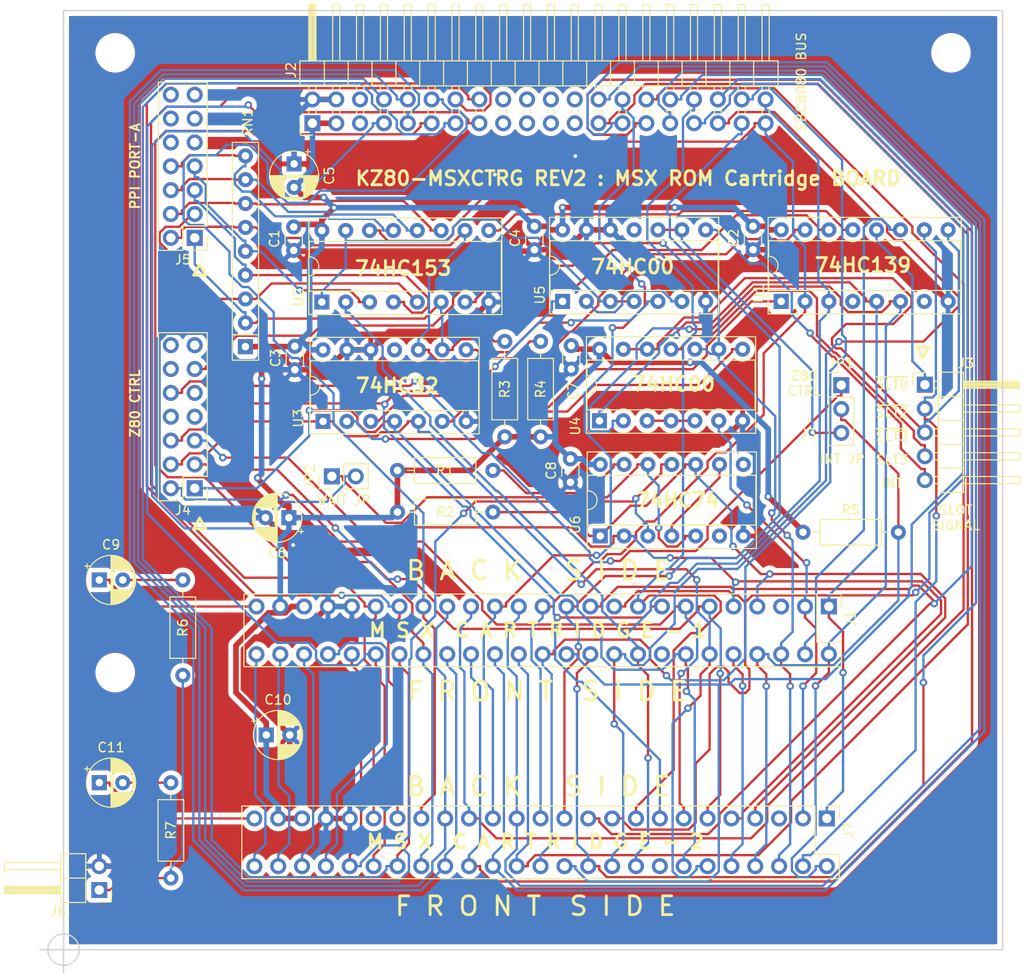
<source format=kicad_pcb>
(kicad_pcb (version 20171130) (host pcbnew "(5.1.4-0-10_14)")
  (layers (0 F.Cu signal) (31 B.Cu signal) (34 B.Paste user) (35 F.Paste user) (36 B.SilkS user) (37 F.SilkS user) (38 B.Mask user) (39 F.Mask user) (44 Edge.Cuts user))
  (net 0 "")
  (net 1 VCC)
  (net 2 /PA0)
  (net 3 /PA2)
  (net 4 /PA4)
  (net 5 /PA6)
  (net 6 /PA1)
  (net 7 /PA3)
  (net 8 /PA5)
  (net 9 /PA7)
  (net 10 "Net-(U1-Pad1)")
  (net 11 /~SLT3)
  (net 12 /A14)
  (net 13 /~SLT2)
  (net 14 /A15)
  (net 15 /~SLT1)
  (net 16 /~CS0)
  (net 17 /~SLT0)
  (net 18 /~CS1)
  (net 19 "Net-(U1-Pad13)")
  (net 20 /~CS2)
  (net 21 "Net-(U1-Pad14)")
  (net 22 "Net-(U1-Pad7)")
  (net 23 "Net-(U1-Pad15)")
  (net 24 GND)
  (net 25 "Net-(U2-Pad1)")
  (net 26 /~MREQ)
  (net 27 "Net-(U3-Pad8)")
  (net 28 "Net-(U3-Pad2)")
  (net 29 /~RD)
  (net 30 "Net-(U3-Pad11)")
  (net 31 /~CS12)
  (net 32 "Net-(U4-Pad3)")
  (net 33 "Net-(J3-Pad4)")
  (net 34 /~RFSH)
  (net 35 /~RESET)
  (net 36 "Net-(U5-Pad2)")
  (net 37 "Net-(U5-Pad11)")
  (net 38 "Net-(J2-Pad5)")
  (net 39 "Net-(J2-Pad6)")
  (net 40 /CLK)
  (net 41 /D0)
  (net 42 /D1)
  (net 43 /D2)
  (net 44 /D3)
  (net 45 /D4)
  (net 46 /D5)
  (net 47 /D6)
  (net 48 /D7)
  (net 49 "Net-(J2-Pad17)")
  (net 50 /~MEMRD)
  (net 51 "Net-(J2-Pad19)")
  (net 52 /~MEMWR)
  (net 53 /RES)
  (net 54 "Net-(J2-Pad22)")
  (net 55 /INT)
  (net 56 "Net-(J2-Pad24)")
  (net 57 /A0)
  (net 58 /A1)
  (net 59 /A2)
  (net 60 /A3)
  (net 61 /A4)
  (net 62 /A5)
  (net 63 /A6)
  (net 64 /A7)
  (net 65 /A8)
  (net 66 /A9)
  (net 67 /A10)
  (net 68 /A11)
  (net 69 /A12)
  (net 70 /A13)
  (net 71 /~WR)
  (net 72 /~IORQ)
  (net 73 /~M1)
  (net 74 /~BUSR)
  (net 75 /~BUSA)
  (net 76 /~NMI)
  (net 77 /~INT)
  (net 78 /~WAIT)
  (net 79 /~HALT)
  (net 80 "Net-(J4-Pad14)")
  (net 81 "Net-(J5-Pad14)")
  (net 82 "Net-(J5-Pad13)")
  (net 83 /PC7)
  (net 84 /PC6)
  (net 85 /PC5)
  (net 86 /PC4)
  (net 87 /~INT-S)
  (net 88 "Net-(J1-Pad5)")
  (net 89 /~BUSDIR)
  (net 90 "Net-(J1-Pad16)")
  (net 91 /SW1)
  (net 92 /SW2)
  (net 93 /+12V)
  (net 94 /-12V)
  (net 95 /INT-J)
  (net 96 "Net-(JP1-Pad3)")
  (net 97 /~WAIT_C)
  (net 98 /RDYIN)
  (net 99 "Net-(JP2-Pad1)")
  (net 100 "Net-(R1-Pad2)")
  (net 101 "Net-(U6-Pad6)")
  (net 102 "Net-(U6-Pad4)")
  (net 103 "Net-(U6-Pad8)")
  (net 104 "Net-(C9-Pad2)")
  (net 105 "Net-(C9-Pad1)")
  (net 106 "Net-(C11-Pad2)")
  (net 107 "Net-(C11-Pad1)")
  (net 108 "Net-(J6-Pad1)")
  (net 109 "Net-(J7-Pad16)")
  (net 110 "Net-(J7-Pad5)")
  (module PCBEdge:PCB_Edge_Conn_2x25_P2.54mm_Vertical (layer F.Cu) (at 198.28 166.57 270)
    (fp_text reference J7 (at -1.27 -2.33 90) (layer F.SilkS))
    (fp_text value "MSX SLOT-B")
    (pad 50 thru_hole oval (at 2.54 60.96 270) (size 1.7 1.7) (drill 1) (layers *.Cu *.Mask) (net 94 /-12V))
    (pad 49 thru_hole oval (at -2.54 60.96 270) (size 1.7 1.7) (drill 1) (layers *.Cu *.Mask) (net 107 "Net-(C11-Pad1)"))
    (pad 48 thru_hole oval (at 2.54 58.42 270) (size 1.7 1.7) (drill 1) (layers *.Cu *.Mask) (net 93 /+12V))
    (pad 47 thru_hole oval (at -2.54 58.42 270) (size 1.7 1.7) (drill 1) (layers *.Cu *.Mask) (net 1 VCC))
    (pad 46 thru_hole oval (at 2.54 55.88 270) (size 1.7 1.7) (drill 1) (layers *.Cu *.Mask) (net 92 /SW2))
    (pad 45 thru_hole oval (at -2.54 55.88 270) (size 1.7 1.7) (drill 1) (layers *.Cu *.Mask) (net 1 VCC))
    (pad 44 thru_hole oval (at 2.54 53.34 270) (size 1.7 1.7) (drill 1) (layers *.Cu *.Mask) (net 91 /SW1))
    (pad 43 thru_hole oval (at -2.54 53.34 270) (size 1.7 1.7) (drill 1) (layers *.Cu *.Mask) (net 24 GND))
    (pad 42 thru_hole oval (at 2.54 50.8 270) (size 1.7 1.7) (drill 1) (layers *.Cu *.Mask) (net 40 /CLK))
    (pad 41 thru_hole oval (at -2.54 50.8 270) (size 1.7 1.7) (drill 1) (layers *.Cu *.Mask) (net 24 GND))
    (pad 40 thru_hole oval (at 2.54 48.26 270) (size 1.7 1.7) (drill 1) (layers *.Cu *.Mask) (net 47 /D6))
    (pad 39 thru_hole oval (at -2.54 48.26 270) (size 1.7 1.7) (drill 1) (layers *.Cu *.Mask) (net 48 /D7))
    (pad 38 thru_hole oval (at 2.54 45.72 270) (size 1.7 1.7) (drill 1) (layers *.Cu *.Mask) (net 45 /D4))
    (pad 37 thru_hole oval (at -2.54 45.72 270) (size 1.7 1.7) (drill 1) (layers *.Cu *.Mask) (net 46 /D5))
    (pad 36 thru_hole oval (at 2.54 43.18 270) (size 1.7 1.7) (drill 1) (layers *.Cu *.Mask) (net 43 /D2))
    (pad 35 thru_hole oval (at -2.54 43.18 270) (size 1.7 1.7) (drill 1) (layers *.Cu *.Mask) (net 44 /D3))
    (pad 34 thru_hole oval (at 2.54 40.64 270) (size 1.7 1.7) (drill 1) (layers *.Cu *.Mask) (net 41 /D0))
    (pad 33 thru_hole oval (at -2.54 40.64 270) (size 1.7 1.7) (drill 1) (layers *.Cu *.Mask) (net 42 /D1))
    (pad 32 thru_hole oval (at 2.54 38.1 270) (size 1.7 1.7) (drill 1) (layers *.Cu *.Mask) (net 61 /A4))
    (pad 31 thru_hole oval (at -2.54 38.1 270) (size 1.7 1.7) (drill 1) (layers *.Cu *.Mask) (net 62 /A5))
    (pad 30 thru_hole oval (at 2.54 35.56 270) (size 1.7 1.7) (drill 1) (layers *.Cu *.Mask) (net 59 /A2))
    (pad 29 thru_hole oval (at -2.54 35.56 270) (size 1.7 1.7) (drill 1) (layers *.Cu *.Mask) (net 60 /A3))
    (pad 28 thru_hole oval (at 2.54 33.02 270) (size 1.7 1.7) (drill 1) (layers *.Cu *.Mask) (net 57 /A0))
    (pad 27 thru_hole oval (at -2.54 33.02 270) (size 1.7 1.7) (drill 1) (layers *.Cu *.Mask) (net 58 /A1))
    (pad 26 thru_hole oval (at 2.54 30.48 270) (size 1.7 1.7) (drill 1) (layers *.Cu *.Mask) (net 70 /A13))
    (pad 25 thru_hole oval (at -2.54 30.48 270) (size 1.7 1.7) (drill 1) (layers *.Cu *.Mask) (net 12 /A14))
    (pad 24 thru_hole oval (at 2.54 27.94 270) (size 1.7 1.7) (drill 1) (layers *.Cu *.Mask) (net 65 /A8))
    (pad 23 thru_hole oval (at -2.54 27.94 270) (size 1.7 1.7) (drill 1) (layers *.Cu *.Mask) (net 69 /A12))
    (pad 22 thru_hole oval (at 2.54 25.4 270) (size 1.7 1.7) (drill 1) (layers *.Cu *.Mask) (net 63 /A6))
    (pad 21 thru_hole oval (at -2.54 25.4 270) (size 1.7 1.7) (drill 1) (layers *.Cu *.Mask) (net 64 /A7))
    (pad 20 thru_hole oval (at 2.54 22.86 270) (size 1.7 1.7) (drill 1) (layers *.Cu *.Mask) (net 67 /A10))
    (pad 19 thru_hole oval (at -2.54 22.86 270) (size 1.7 1.7) (drill 1) (layers *.Cu *.Mask) (net 68 /A11))
    (pad 18 thru_hole oval (at 2.54 20.32 270) (size 1.7 1.7) (drill 1) (layers *.Cu *.Mask) (net 14 /A15))
    (pad 17 thru_hole oval (at -2.54 20.32 270) (size 1.7 1.7) (drill 1) (layers *.Cu *.Mask) (net 66 /A9))
    (pad 16 thru_hole oval (at 2.54 17.78 270) (size 1.7 1.7) (drill 1) (layers *.Cu *.Mask) (net 109 "Net-(J7-Pad16)"))
    (pad 15 thru_hole oval (at -2.54 17.78 270) (size 1.7 1.7) (drill 1) (layers *.Cu *.Mask) (net 35 /~RESET))
    (pad 14 thru_hole oval (at 2.54 15.24 270) (size 1.7 1.7) (drill 1) (layers *.Cu *.Mask) (net 29 /~RD))
    (pad 13 thru_hole oval (at -2.54 15.24 270) (size 1.7 1.7) (drill 1) (layers *.Cu *.Mask) (net 71 /~WR))
    (pad 12 thru_hole oval (at 2.54 12.7 270) (size 1.7 1.7) (drill 1) (layers *.Cu *.Mask) (net 26 /~MREQ))
    (pad 11 thru_hole oval (at -2.54 12.7 270) (size 1.7 1.7) (drill 1) (layers *.Cu *.Mask) (net 72 /~IORQ))
    (pad 10 thru_hole oval (at 2.54 10.16 270) (size 1.7 1.7) (drill 1) (layers *.Cu *.Mask) (net 89 /~BUSDIR))
    (pad 9 thru_hole oval (at -2.54 10.16 270) (size 1.7 1.7) (drill 1) (layers *.Cu *.Mask) (net 73 /~M1))
    (pad 8 thru_hole oval (at 2.54 7.62 270) (size 1.7 1.7) (drill 1) (layers *.Cu *.Mask) (net 87 /~INT-S))
    (pad 7 thru_hole oval (at -2.54 7.62 270) (size 1.7 1.7) (drill 1) (layers *.Cu *.Mask) (net 97 /~WAIT_C))
    (pad 6 thru_hole oval (at 2.54 5.08 270) (size 1.7 1.7) (drill 1) (layers *.Cu *.Mask) (net 34 /~RFSH))
    (pad 5 thru_hole oval (at -2.54 5.08 270) (size 1.7 1.7) (drill 1) (layers *.Cu *.Mask) (net 110 "Net-(J7-Pad5)"))
    (pad 4 thru_hole oval (at 2.54 2.54 270) (size 1.7 1.7) (drill 1) (layers *.Cu *.Mask) (net 13 /~SLT2))
    (pad 3 thru_hole oval (at -2.54 2.54 270) (size 1.7 1.7) (drill 1) (layers *.Cu *.Mask) (net 31 /~CS12))
    (pad 2 thru_hole oval (at 2.54 0 270) (size 1.7 1.7) (drill 1) (layers *.Cu *.Mask) (net 20 /~CS2))
    (pad 1 thru_hole rect (at -2.54 0 270) (size 1.7 1.7) (drill 1) (layers *.Cu *.Mask) (net 18 /~CS1))
  )
  (module Resistor_THT:R_Axial_DIN0207_L6.3mm_D2.5mm_P10.16mm_Horizontal (layer F.Cu) (at 128.43 160.22 270)
    (fp_text reference R7 (at 5.08 0 90) (layer F.SilkS))
    (fp_text value 22k)
    (pad 2 thru_hole oval (at 10.16 0 270) (size 1.6 1.6) (drill 0.8) (layers *.Cu *.Mask) (net 108 "Net-(J6-Pad1)"))
    (pad 1 thru_hole circle (at 0 0 270) (size 1.6 1.6) (drill 0.8) (layers *.Cu *.Mask) (net 106 "Net-(C11-Pad2)"))
  )
  (module Resistor_THT:R_Axial_DIN0207_L6.3mm_D2.5mm_P10.16mm_Horizontal (layer F.Cu) (at 129.7 148.79 90)
    (fp_text reference R6 (at 5.08 0 90) (layer F.SilkS))
    (fp_text value 22k)
    (pad 2 thru_hole oval (at 10.16 0 90) (size 1.6 1.6) (drill 0.8) (layers *.Cu *.Mask) (net 104 "Net-(C9-Pad2)"))
    (pad 1 thru_hole circle (at 0 0 90) (size 1.6 1.6) (drill 0.8) (layers *.Cu *.Mask) (net 108 "Net-(J6-Pad1)"))
  )
  (module Resistor_THT:R_Axial_DIN0207_L6.3mm_D2.5mm_P10.16mm_Horizontal (layer F.Cu) (at 195.74 133.55)
    (fp_text reference R5 (at 5.08 -2.37) (layer F.SilkS))
    (fp_text value 10k)
    (pad 2 thru_hole oval (at 10.16 0) (size 1.6 1.6) (drill 0.8) (layers *.Cu *.Mask) (net 87 /~INT-S))
    (pad 1 thru_hole circle (at 0 0) (size 1.6 1.6) (drill 0.8) (layers *.Cu *.Mask) (net 1 VCC))
  )
  (module Resistor_THT:R_Axial_DIN0207_L6.3mm_D2.5mm_P10.16mm_Horizontal (layer F.Cu) (at 167.8 123.39 90)
    (fp_text reference R4 (at 5.08 0 90) (layer F.SilkS))
    (fp_text value 10k)
    (pad 2 thru_hole oval (at 10.16 0 90) (size 1.6 1.6) (drill 0.8) (layers *.Cu *.Mask) (net 6 /PA1))
    (pad 1 thru_hole circle (at 0 0 90) (size 1.6 1.6) (drill 0.8) (layers *.Cu *.Mask) (net 1 VCC))
  )
  (module Resistor_THT:R_Axial_DIN0207_L6.3mm_D2.5mm_P10.16mm_Horizontal (layer F.Cu) (at 163.99 123.39 90)
    (fp_text reference R3 (at 5.08 0 90) (layer F.SilkS))
    (fp_text value 10k)
    (pad 2 thru_hole oval (at 10.16 0 90) (size 1.6 1.6) (drill 0.8) (layers *.Cu *.Mask) (net 2 /PA0))
    (pad 1 thru_hole circle (at 0 0 90) (size 1.6 1.6) (drill 0.8) (layers *.Cu *.Mask) (net 1 VCC))
  )
  (module Connector_PinHeader_2.54mm:PinHeader_1x02_P2.54mm_Horizontal (layer F.Cu) (at 120.81 171.65 180)
    (fp_text reference J6 (at 4.385 -2.27) (layer F.SilkS))
    (fp_text value SOUND)
    (pad 2 thru_hole oval (at 0 2.54 180) (size 1.7 1.7) (drill 1) (layers *.Cu *.Mask) (net 24 GND))
    (pad 1 thru_hole rect (at 0 0 180) (size 1.7 1.7) (drill 1) (layers *.Cu *.Mask) (net 108 "Net-(J6-Pad1)"))
  )
  (module Capacitor_THT:CP_Radial_D5.0mm_P2.50mm (layer F.Cu) (at 120.81 160.22)
    (fp_text reference C11 (at 1.25 -3.75) (layer F.SilkS))
    (fp_text value 10u)
    (pad 2 thru_hole circle (at 2.5 0) (size 1.6 1.6) (drill 0.8) (layers *.Cu *.Mask) (net 106 "Net-(C11-Pad2)"))
    (pad 1 thru_hole rect (at 0 0) (size 1.6 1.6) (drill 0.8) (layers *.Cu *.Mask) (net 107 "Net-(C11-Pad1)"))
  )
  (module Capacitor_THT:CP_Radial_D5.0mm_P2.50mm (layer F.Cu) (at 138.59 155.14)
    (fp_text reference C10 (at 1.25 -3.75) (layer F.SilkS))
    (fp_text value 10u)
    (pad 2 thru_hole circle (at 2.5 0) (size 1.6 1.6) (drill 0.8) (layers *.Cu *.Mask) (net 24 GND))
    (pad 1 thru_hole rect (at 0 0) (size 1.6 1.6) (drill 0.8) (layers *.Cu *.Mask) (net 1 VCC))
  )
  (module Capacitor_THT:CP_Radial_D5.0mm_P2.50mm (layer F.Cu) (at 120.81 138.63)
    (fp_text reference C9 (at 1.25 -3.75) (layer F.SilkS))
    (fp_text value 10u)
    (pad 2 thru_hole circle (at 2.5 0) (size 1.6 1.6) (drill 0.8) (layers *.Cu *.Mask) (net 104 "Net-(C9-Pad2)"))
    (pad 1 thru_hole rect (at 0 0) (size 1.6 1.6) (drill 0.8) (layers *.Cu *.Mask) (net 105 "Net-(C9-Pad1)"))
  )
  (module Package_DIP:DIP-14_W7.62mm_Socket (layer F.Cu) (at 174.15 133.95 90)
    (fp_text reference U6 (at 1.2 -2.65 90) (layer F.SilkS))
    (fp_text value 74HC74)
    (pad 14 thru_hole oval (at 7.62 0 90) (size 1.6 1.6) (drill 0.8) (layers *.Cu *.Mask) (net 1 VCC))
    (pad 7 thru_hole oval (at 0 15.24 90) (size 1.6 1.6) (drill 0.8) (layers *.Cu *.Mask) (net 24 GND))
    (pad 13 thru_hole oval (at 7.62 2.54 90) (size 1.6 1.6) (drill 0.8) (layers *.Cu *.Mask) (net 100 "Net-(R1-Pad2)"))
    (pad 6 thru_hole oval (at 0 12.7 90) (size 1.6 1.6) (drill 0.8) (layers *.Cu *.Mask) (net 101 "Net-(U6-Pad6)"))
    (pad 12 thru_hole oval (at 7.62 5.08 90) (size 1.6 1.6) (drill 0.8) (layers *.Cu *.Mask) (net 99 "Net-(JP2-Pad1)"))
    (pad 5 thru_hole oval (at 0 10.16 90) (size 1.6 1.6) (drill 0.8) (layers *.Cu *.Mask) (net 99 "Net-(JP2-Pad1)"))
    (pad 11 thru_hole oval (at 7.62 7.62 90) (size 1.6 1.6) (drill 0.8) (layers *.Cu *.Mask) (net 40 /CLK))
    (pad 4 thru_hole oval (at 0 7.62 90) (size 1.6 1.6) (drill 0.8) (layers *.Cu *.Mask) (net 102 "Net-(U6-Pad4)"))
    (pad 10 thru_hole oval (at 7.62 10.16 90) (size 1.6 1.6) (drill 0.8) (layers *.Cu *.Mask) (net 97 /~WAIT_C))
    (pad 3 thru_hole oval (at 0 5.08 90) (size 1.6 1.6) (drill 0.8) (layers *.Cu *.Mask) (net 40 /CLK))
    (pad 9 thru_hole oval (at 7.62 12.7 90) (size 1.6 1.6) (drill 0.8) (layers *.Cu *.Mask) (net 102 "Net-(U6-Pad4)"))
    (pad 2 thru_hole oval (at 0 2.54 90) (size 1.6 1.6) (drill 0.8) (layers *.Cu *.Mask) (net 73 /~M1))
    (pad 8 thru_hole oval (at 7.62 15.24 90) (size 1.6 1.6) (drill 0.8) (layers *.Cu *.Mask) (net 103 "Net-(U6-Pad8)"))
    (pad 1 thru_hole rect (at 0 0 90) (size 1.6 1.6) (drill 0.8) (layers *.Cu *.Mask) (net 97 /~WAIT_C))
  )
  (module Resistor_THT:R_Axial_DIN0207_L6.3mm_D2.5mm_P10.16mm_Horizontal (layer F.Cu) (at 152.56 131.41)
    (fp_text reference R2 (at 5.08 0) (layer F.SilkS))
    (fp_text value 10k)
    (pad 2 thru_hole oval (at 10.16 0) (size 1.6 1.6) (drill 0.8) (layers *.Cu *.Mask) (net 97 /~WAIT_C))
    (pad 1 thru_hole circle (at 0 0) (size 1.6 1.6) (drill 0.8) (layers *.Cu *.Mask) (net 1 VCC))
  )
  (module Resistor_THT:R_Axial_DIN0207_L6.3mm_D2.5mm_P10.16mm_Horizontal (layer F.Cu) (at 152.56 126.965)
    (fp_text reference R1 (at 5.08 0) (layer F.SilkS))
    (fp_text value 10k)
    (pad 2 thru_hole oval (at 10.16 0) (size 1.6 1.6) (drill 0.8) (layers *.Cu *.Mask) (net 100 "Net-(R1-Pad2)"))
    (pad 1 thru_hole circle (at 0 0) (size 1.6 1.6) (drill 0.8) (layers *.Cu *.Mask) (net 1 VCC))
  )
  (module Connector_PinHeader_2.54mm:PinHeader_1x02_P2.54mm_Vertical (layer F.Cu) (at 145.575 127.6 90)
    (fp_text reference JP2 (at 0 -2.33 90) (layer F.SilkS))
    (fp_text value "WAIT JP")
    (pad 2 thru_hole oval (at 0 2.54 90) (size 1.7 1.7) (drill 1) (layers *.Cu *.Mask) (net 98 /RDYIN))
    (pad 1 thru_hole rect (at 0 0 90) (size 1.7 1.7) (drill 1) (layers *.Cu *.Mask) (net 99 "Net-(JP2-Pad1)"))
  )
  (module Capacitor_THT:C_Disc_D3.0mm_W1.6mm_P2.50mm (layer F.Cu) (at 170.975 128.235 90)
    (fp_text reference C8 (at 1.25 -2.05 90) (layer F.SilkS))
    (fp_text value 0.1u)
    (pad 2 thru_hole circle (at 2.5 0 90) (size 1.6 1.6) (drill 0.8) (layers *.Cu *.Mask) (net 1 VCC))
    (pad 1 thru_hole circle (at 0 0 90) (size 1.6 1.6) (drill 0.8) (layers *.Cu *.Mask) (net 24 GND))
  )
  (module Capacitor_THT:CP_Radial_D5.0mm_P2.50mm (layer F.Cu) (at 141 132 180)
    (fp_text reference C6 (at 1.25 -3.75 180) (layer F.SilkS))
    (fp_text value 10u)
    (pad 2 thru_hole circle (at 2.5 0 180) (size 1.6 1.6) (drill 0.8) (layers *.Cu *.Mask) (net 24 GND))
    (pad 1 thru_hole rect (at 0 0 180) (size 1.6 1.6) (drill 0.8) (layers *.Cu *.Mask) (net 1 VCC))
  )
  (module Capacitor_THT:CP_Radial_D5.0mm_P2.50mm (layer F.Cu) (at 141.55 94.33 270)
    (fp_text reference C5 (at 1.25 -3.75 270) (layer F.SilkS))
    (fp_text value 10u)
    (pad 1 thru_hole rect (at 0 0 270) (size 1.6 1.6) (drill 0.8) (layers *.Cu *.Mask) (net 24 GND))
    (pad 2 thru_hole circle (at 2.5 0 270) (size 1.6 1.6) (drill 0.8) (layers *.Cu *.Mask) (net 1 VCC))
  )
  (module Capacitor_THT:C_Disc_D3.0mm_W1.6mm_P2.50mm (layer F.Cu) (at 171.07 116.18 90)
    (fp_text reference C7 (at -2.32 0.18 90) (layer F.SilkS))
    (fp_text value 0.1u)
    (pad 1 thru_hole circle (at 0 0 90) (size 1.6 1.6) (drill 0.8) (layers *.Cu *.Mask) (net 24 GND))
    (pad 2 thru_hole circle (at 2.5 0 90) (size 1.6 1.6) (drill 0.8) (layers *.Cu *.Mask) (net 1 VCC))
  )
  (module Capacitor_THT:C_Disc_D3.0mm_W1.6mm_P2.50mm (layer F.Cu) (at 167.14 103.47 90)
    (fp_text reference C4 (at 1.25 -2.05 90) (layer F.SilkS))
    (fp_text value 0.1u)
    (pad 2 thru_hole circle (at 2.5 0 90) (size 1.6 1.6) (drill 0.8) (layers *.Cu *.Mask) (net 1 VCC))
    (pad 1 thru_hole circle (at 0 0 90) (size 1.6 1.6) (drill 0.8) (layers *.Cu *.Mask) (net 24 GND))
  )
  (module Capacitor_THT:C_Disc_D3.0mm_W1.6mm_P2.50mm (layer F.Cu) (at 141.63 116.25 90)
    (fp_text reference C3 (at 1.25 -2.05 90) (layer F.SilkS))
    (fp_text value 0.1u)
    (pad 1 thru_hole circle (at 0 0 90) (size 1.6 1.6) (drill 0.8) (layers *.Cu *.Mask) (net 24 GND))
    (pad 2 thru_hole circle (at 2.5 0 90) (size 1.6 1.6) (drill 0.8) (layers *.Cu *.Mask) (net 1 VCC))
  )
  (module Capacitor_THT:C_Disc_D3.0mm_W1.6mm_P2.50mm (layer F.Cu) (at 190.42 103.47 90)
    (fp_text reference C2 (at 1.25 -2.05 90) (layer F.SilkS))
    (fp_text value 0.1u)
    (pad 2 thru_hole circle (at 2.5 0 90) (size 1.6 1.6) (drill 0.8) (layers *.Cu *.Mask) (net 1 VCC))
    (pad 1 thru_hole circle (at 0 0 90) (size 1.6 1.6) (drill 0.8) (layers *.Cu *.Mask) (net 24 GND))
  )
  (module Capacitor_THT:C_Disc_D3.0mm_W1.6mm_P2.50mm (layer F.Cu) (at 141.51 103.54 90)
    (fp_text reference C1 (at 1.25 -2.05 90) (layer F.SilkS))
    (fp_text value 0.1u)
    (pad 1 thru_hole circle (at 0 0 90) (size 1.6 1.6) (drill 0.8) (layers *.Cu *.Mask) (net 24 GND))
    (pad 2 thru_hole circle (at 2.5 0 90) (size 1.6 1.6) (drill 0.8) (layers *.Cu *.Mask) (net 1 VCC))
  )
  (module Connector_PinHeader_2.54mm:PCB_Edge_Conn_2x25_P2.54mm_Vertical (layer F.Cu) (at 198.5 144 270)
    (fp_text reference J1 (at -1.27 -2.33 270) (layer F.SilkS))
    (fp_text value "MSX SLOT-A")
    (pad 1 thru_hole rect (at -2.54 0 270) (size 1.7 1.7) (drill 1) (layers *.Cu *.Mask) (net 18 /~CS1))
    (pad 2 thru_hole oval (at 2.54 0 270) (size 1.7 1.7) (drill 1) (layers *.Cu *.Mask) (net 20 /~CS2))
    (pad 3 thru_hole oval (at -2.54 2.54 270) (size 1.7 1.7) (drill 1) (layers *.Cu *.Mask) (net 31 /~CS12))
    (pad 4 thru_hole oval (at 2.54 2.54 270) (size 1.7 1.7) (drill 1) (layers *.Cu *.Mask) (net 15 /~SLT1))
    (pad 5 thru_hole oval (at -2.54 5.08 270) (size 1.7 1.7) (drill 1) (layers *.Cu *.Mask) (net 88 "Net-(J1-Pad5)"))
    (pad 6 thru_hole oval (at 2.54 5.08 270) (size 1.7 1.7) (drill 1) (layers *.Cu *.Mask) (net 34 /~RFSH))
    (pad 7 thru_hole oval (at -2.54 7.62 270) (size 1.7 1.7) (drill 1) (layers *.Cu *.Mask) (net 97 /~WAIT_C))
    (pad 8 thru_hole oval (at 2.54 7.62 270) (size 1.7 1.7) (drill 1) (layers *.Cu *.Mask) (net 87 /~INT-S))
    (pad 9 thru_hole oval (at -2.54 10.16 270) (size 1.7 1.7) (drill 1) (layers *.Cu *.Mask) (net 73 /~M1))
    (pad 10 thru_hole oval (at 2.54 10.16 270) (size 1.7 1.7) (drill 1) (layers *.Cu *.Mask) (net 89 /~BUSDIR))
    (pad 11 thru_hole oval (at -2.54 12.7 270) (size 1.7 1.7) (drill 1) (layers *.Cu *.Mask) (net 72 /~IORQ))
    (pad 12 thru_hole oval (at 2.54 12.7 270) (size 1.7 1.7) (drill 1) (layers *.Cu *.Mask) (net 26 /~MREQ))
    (pad 13 thru_hole oval (at -2.54 15.24 270) (size 1.7 1.7) (drill 1) (layers *.Cu *.Mask) (net 71 /~WR))
    (pad 14 thru_hole oval (at 2.54 15.24 270) (size 1.7 1.7) (drill 1) (layers *.Cu *.Mask) (net 29 /~RD))
    (pad 15 thru_hole oval (at -2.54 17.78 270) (size 1.7 1.7) (drill 1) (layers *.Cu *.Mask) (net 35 /~RESET))
    (pad 16 thru_hole oval (at 2.54 17.78 270) (size 1.7 1.7) (drill 1) (layers *.Cu *.Mask) (net 90 "Net-(J1-Pad16)"))
    (pad 17 thru_hole oval (at -2.54 20.32 270) (size 1.7 1.7) (drill 1) (layers *.Cu *.Mask) (net 66 /A9))
    (pad 18 thru_hole oval (at 2.54 20.32 270) (size 1.7 1.7) (drill 1) (layers *.Cu *.Mask) (net 14 /A15))
    (pad 19 thru_hole oval (at -2.54 22.86 270) (size 1.7 1.7) (drill 1) (layers *.Cu *.Mask) (net 68 /A11))
    (pad 20 thru_hole oval (at 2.54 22.86 270) (size 1.7 1.7) (drill 1) (layers *.Cu *.Mask) (net 67 /A10))
    (pad 21 thru_hole oval (at -2.54 25.4 270) (size 1.7 1.7) (drill 1) (layers *.Cu *.Mask) (net 64 /A7))
    (pad 22 thru_hole oval (at 2.54 25.4 270) (size 1.7 1.7) (drill 1) (layers *.Cu *.Mask) (net 63 /A6))
    (pad 23 thru_hole oval (at -2.54 27.94 270) (size 1.7 1.7) (drill 1) (layers *.Cu *.Mask) (net 69 /A12))
    (pad 24 thru_hole oval (at 2.54 27.94 270) (size 1.7 1.7) (drill 1) (layers *.Cu *.Mask) (net 65 /A8))
    (pad 25 thru_hole oval (at -2.54 30.48 270) (size 1.7 1.7) (drill 1) (layers *.Cu *.Mask) (net 12 /A14))
    (pad 26 thru_hole oval (at 2.54 30.48 270) (size 1.7 1.7) (drill 1) (layers *.Cu *.Mask) (net 70 /A13))
    (pad 27 thru_hole oval (at -2.54 33.02 270) (size 1.7 1.7) (drill 1) (layers *.Cu *.Mask) (net 58 /A1))
    (pad 28 thru_hole oval (at 2.54 33.02 270) (size 1.7 1.7) (drill 1) (layers *.Cu *.Mask) (net 57 /A0))
    (pad 29 thru_hole oval (at -2.54 35.56 270) (size 1.7 1.7) (drill 1) (layers *.Cu *.Mask) (net 60 /A3))
    (pad 30 thru_hole oval (at 2.54 35.56 270) (size 1.7 1.7) (drill 1) (layers *.Cu *.Mask) (net 59 /A2))
    (pad 31 thru_hole oval (at -2.54 38.1 270) (size 1.7 1.7) (drill 1) (layers *.Cu *.Mask) (net 62 /A5))
    (pad 32 thru_hole oval (at 2.54 38.1 270) (size 1.7 1.7) (drill 1) (layers *.Cu *.Mask) (net 61 /A4))
    (pad 33 thru_hole oval (at -2.54 40.64 270) (size 1.7 1.7) (drill 1) (layers *.Cu *.Mask) (net 42 /D1))
    (pad 34 thru_hole oval (at 2.54 40.64 270) (size 1.7 1.7) (drill 1) (layers *.Cu *.Mask) (net 41 /D0))
    (pad 35 thru_hole oval (at -2.54 43.18 270) (size 1.7 1.7) (drill 1) (layers *.Cu *.Mask) (net 44 /D3))
    (pad 36 thru_hole oval (at 2.54 43.18 270) (size 1.7 1.7) (drill 1) (layers *.Cu *.Mask) (net 43 /D2))
    (pad 37 thru_hole oval (at -2.54 45.72 270) (size 1.7 1.7) (drill 1) (layers *.Cu *.Mask) (net 46 /D5))
    (pad 38 thru_hole oval (at 2.54 45.72 270) (size 1.7 1.7) (drill 1) (layers *.Cu *.Mask) (net 45 /D4))
    (pad 39 thru_hole oval (at -2.54 48.26 270) (size 1.7 1.7) (drill 1) (layers *.Cu *.Mask) (net 48 /D7))
    (pad 40 thru_hole oval (at 2.54 48.26 270) (size 1.7 1.7) (drill 1) (layers *.Cu *.Mask) (net 47 /D6))
    (pad 41 thru_hole oval (at -2.54 50.8 270) (size 1.7 1.7) (drill 1) (layers *.Cu *.Mask) (net 24 GND))
    (pad 42 thru_hole oval (at 2.54 50.8 270) (size 1.7 1.7) (drill 1) (layers *.Cu *.Mask) (net 40 /CLK))
    (pad 43 thru_hole oval (at -2.54 53.34 270) (size 1.7 1.7) (drill 1) (layers *.Cu *.Mask) (net 24 GND))
    (pad 44 thru_hole oval (at 2.54 53.34 270) (size 1.7 1.7) (drill 1) (layers *.Cu *.Mask) (net 91 /SW1))
    (pad 45 thru_hole oval (at -2.54 55.88 270) (size 1.7 1.7) (drill 1) (layers *.Cu *.Mask) (net 1 VCC))
    (pad 46 thru_hole oval (at 2.54 55.88 270) (size 1.7 1.7) (drill 1) (layers *.Cu *.Mask) (net 92 /SW2))
    (pad 47 thru_hole oval (at -2.54 58.42 270) (size 1.7 1.7) (drill 1) (layers *.Cu *.Mask) (net 1 VCC))
    (pad 48 thru_hole oval (at 2.54 58.42 270) (size 1.7 1.7) (drill 1) (layers *.Cu *.Mask) (net 93 /+12V))
    (pad 49 thru_hole oval (at -2.54 60.96 270) (size 1.7 1.7) (drill 1) (layers *.Cu *.Mask) (net 105 "Net-(C9-Pad1)"))
    (pad 50 thru_hole oval (at 2.54 60.96 270) (size 1.7 1.7) (drill 1) (layers *.Cu *.Mask) (net 94 /-12V))
  )
  (module Connector_PinHeader_2.54mm:PinHeader_1x03_P2.54mm_Vertical (layer F.Cu) (at 199.82 117.89)
    (fp_text reference JP1 (at 0 -2.33) (layer F.SilkS))
    (fp_text value INT_JP)
    (pad 1 thru_hole rect (at 0 0) (size 1.7 1.7) (drill 1) (layers *.Cu *.Mask) (net 77 /~INT))
    (pad 2 thru_hole oval (at 0 2.54) (size 1.7 1.7) (drill 1) (layers *.Cu *.Mask) (net 87 /~INT-S))
    (pad 3 thru_hole oval (at 0 5.08) (size 1.7 1.7) (drill 1) (layers *.Cu *.Mask) (net 96 "Net-(JP1-Pad3)"))
  )
  (module Connector_PinHeader_2.54mm:PinHeader_1x05_P2.54mm_Horizontal (layer F.Cu) (at 208.72 117.84)
    (fp_text reference J3 (at 4.385 -2.27) (layer F.SilkS))
    (fp_text value SLT-JP)
    (pad 1 thru_hole rect (at 0 0) (size 1.7 1.7) (drill 1) (layers *.Cu *.Mask) (net 17 /~SLT0))
    (pad 2 thru_hole oval (at 0 2.54) (size 1.7 1.7) (drill 1) (layers *.Cu *.Mask) (net 13 /~SLT2))
    (pad 3 thru_hole oval (at 0 5.08) (size 1.7 1.7) (drill 1) (layers *.Cu *.Mask) (net 11 /~SLT3))
    (pad 4 thru_hole oval (at 0 7.62) (size 1.7 1.7) (drill 1) (layers *.Cu *.Mask) (net 33 "Net-(J3-Pad4)"))
    (pad 5 thru_hole oval (at 0 10.16) (size 1.7 1.7) (drill 1) (layers *.Cu *.Mask) (net 95 /INT-J))
  )
  (module Connector_PinHeader_2.54mm:PinHeader_2x07_P2.54mm_Vertical (layer F.Cu) (at 130.97 102.2 180)
    (fp_text reference J5 (at 1.27 -2.33 180) (layer F.SilkS))
    (fp_text value "PPI PORT-A")
    (pad 14 thru_hole oval (at 2.54 15.24 180) (size 1.7 1.7) (drill 1) (layers *.Cu *.Mask) (net 81 "Net-(J5-Pad14)"))
    (pad 13 thru_hole oval (at 0 15.24 180) (size 1.7 1.7) (drill 1) (layers *.Cu *.Mask) (net 82 "Net-(J5-Pad13)"))
    (pad 12 thru_hole oval (at 2.54 12.7 180) (size 1.7 1.7) (drill 1) (layers *.Cu *.Mask) (net 83 /PC7))
    (pad 11 thru_hole oval (at 0 12.7 180) (size 1.7 1.7) (drill 1) (layers *.Cu *.Mask) (net 84 /PC6))
    (pad 10 thru_hole oval (at 2.54 10.16 180) (size 1.7 1.7) (drill 1) (layers *.Cu *.Mask) (net 85 /PC5))
    (pad 9 thru_hole oval (at 0 10.16 180) (size 1.7 1.7) (drill 1) (layers *.Cu *.Mask) (net 86 /PC4))
    (pad 8 thru_hole oval (at 2.54 7.62 180) (size 1.7 1.7) (drill 1) (layers *.Cu *.Mask) (net 9 /PA7))
    (pad 7 thru_hole oval (at 0 7.62 180) (size 1.7 1.7) (drill 1) (layers *.Cu *.Mask) (net 5 /PA6))
    (pad 6 thru_hole oval (at 2.54 5.08 180) (size 1.7 1.7) (drill 1) (layers *.Cu *.Mask) (net 8 /PA5))
    (pad 5 thru_hole oval (at 0 5.08 180) (size 1.7 1.7) (drill 1) (layers *.Cu *.Mask) (net 4 /PA4))
    (pad 4 thru_hole oval (at 2.54 2.54 180) (size 1.7 1.7) (drill 1) (layers *.Cu *.Mask) (net 7 /PA3))
    (pad 3 thru_hole oval (at 0 2.54 180) (size 1.7 1.7) (drill 1) (layers *.Cu *.Mask) (net 3 /PA2))
    (pad 2 thru_hole oval (at 2.54 0 180) (size 1.7 1.7) (drill 1) (layers *.Cu *.Mask) (net 6 /PA1))
    (pad 1 thru_hole rect (at 0 0 180) (size 1.7 1.7) (drill 1) (layers *.Cu *.Mask) (net 2 /PA0))
  )
  (module Connector_PinHeader_2.54mm:PinHeader_2x07_P2.54mm_Vertical (layer F.Cu) (at 130.97 128.87 180)
    (fp_text reference J4 (at 1.27 -2.33 180) (layer F.SilkS))
    (fp_text value "Z80 CTRL")
    (pad 1 thru_hole rect (at 0 0 180) (size 1.7 1.7) (drill 1) (layers *.Cu *.Mask) (net 29 /~RD))
    (pad 2 thru_hole oval (at 2.54 0 180) (size 1.7 1.7) (drill 1) (layers *.Cu *.Mask) (net 71 /~WR))
    (pad 3 thru_hole oval (at 0 2.54 180) (size 1.7 1.7) (drill 1) (layers *.Cu *.Mask) (net 72 /~IORQ))
    (pad 4 thru_hole oval (at 2.54 2.54 180) (size 1.7 1.7) (drill 1) (layers *.Cu *.Mask) (net 26 /~MREQ))
    (pad 5 thru_hole oval (at 0 5.08 180) (size 1.7 1.7) (drill 1) (layers *.Cu *.Mask) (net 73 /~M1))
    (pad 6 thru_hole oval (at 2.54 5.08 180) (size 1.7 1.7) (drill 1) (layers *.Cu *.Mask) (net 35 /~RESET))
    (pad 7 thru_hole oval (at 0 7.62 180) (size 1.7 1.7) (drill 1) (layers *.Cu *.Mask) (net 74 /~BUSR))
    (pad 8 thru_hole oval (at 2.54 7.62 180) (size 1.7 1.7) (drill 1) (layers *.Cu *.Mask) (net 75 /~BUSA))
    (pad 9 thru_hole oval (at 0 10.16 180) (size 1.7 1.7) (drill 1) (layers *.Cu *.Mask) (net 76 /~NMI))
    (pad 10 thru_hole oval (at 2.54 10.16 180) (size 1.7 1.7) (drill 1) (layers *.Cu *.Mask) (net 77 /~INT))
    (pad 11 thru_hole oval (at 0 12.7 180) (size 1.7 1.7) (drill 1) (layers *.Cu *.Mask) (net 34 /~RFSH))
    (pad 12 thru_hole oval (at 2.54 12.7 180) (size 1.7 1.7) (drill 1) (layers *.Cu *.Mask) (net 78 /~WAIT))
    (pad 13 thru_hole oval (at 0 15.24 180) (size 1.7 1.7) (drill 1) (layers *.Cu *.Mask) (net 79 /~HALT))
    (pad 14 thru_hole oval (at 2.54 15.24 180) (size 1.7 1.7) (drill 1) (layers *.Cu *.Mask) (net 80 "Net-(J4-Pad14)"))
  )
  (module Connector_PinHeader_2.54mm:PinHeader_2x20_P2.54mm_Horizontal (layer F.Cu) (at 143.5 90 90)
    (fp_text reference J2 (at 5.655 -2.27 90) (layer F.SilkS))
    (fp_text value "SBC8080 BUS")
    (pad 1 thru_hole rect (at 0 0 90) (size 1.7 1.7) (drill 1) (layers *.Cu *.Mask) (net 1 VCC))
    (pad 2 thru_hole oval (at 2.54 0 90) (size 1.7 1.7) (drill 1) (layers *.Cu *.Mask) (net 24 GND))
    (pad 3 thru_hole oval (at 0 2.54 90) (size 1.7 1.7) (drill 1) (layers *.Cu *.Mask) (net 1 VCC))
    (pad 4 thru_hole oval (at 2.54 2.54 90) (size 1.7 1.7) (drill 1) (layers *.Cu *.Mask) (net 24 GND))
    (pad 5 thru_hole oval (at 0 5.08 90) (size 1.7 1.7) (drill 1) (layers *.Cu *.Mask) (net 38 "Net-(J2-Pad5)"))
    (pad 6 thru_hole oval (at 2.54 5.08 90) (size 1.7 1.7) (drill 1) (layers *.Cu *.Mask) (net 39 "Net-(J2-Pad6)"))
    (pad 7 thru_hole oval (at 0 7.62 90) (size 1.7 1.7) (drill 1) (layers *.Cu *.Mask) (net 98 /RDYIN))
    (pad 8 thru_hole oval (at 2.54 7.62 90) (size 1.7 1.7) (drill 1) (layers *.Cu *.Mask) (net 40 /CLK))
    (pad 9 thru_hole oval (at 0 10.16 90) (size 1.7 1.7) (drill 1) (layers *.Cu *.Mask) (net 41 /D0))
    (pad 10 thru_hole oval (at 2.54 10.16 90) (size 1.7 1.7) (drill 1) (layers *.Cu *.Mask) (net 42 /D1))
    (pad 11 thru_hole oval (at 0 12.7 90) (size 1.7 1.7) (drill 1) (layers *.Cu *.Mask) (net 43 /D2))
    (pad 12 thru_hole oval (at 2.54 12.7 90) (size 1.7 1.7) (drill 1) (layers *.Cu *.Mask) (net 44 /D3))
    (pad 13 thru_hole oval (at 0 15.24 90) (size 1.7 1.7) (drill 1) (layers *.Cu *.Mask) (net 45 /D4))
    (pad 14 thru_hole oval (at 2.54 15.24 90) (size 1.7 1.7) (drill 1) (layers *.Cu *.Mask) (net 46 /D5))
    (pad 15 thru_hole oval (at 0 17.78 90) (size 1.7 1.7) (drill 1) (layers *.Cu *.Mask) (net 47 /D6))
    (pad 16 thru_hole oval (at 2.54 17.78 90) (size 1.7 1.7) (drill 1) (layers *.Cu *.Mask) (net 48 /D7))
    (pad 17 thru_hole oval (at 0 20.32 90) (size 1.7 1.7) (drill 1) (layers *.Cu *.Mask) (net 49 "Net-(J2-Pad17)"))
    (pad 18 thru_hole oval (at 2.54 20.32 90) (size 1.7 1.7) (drill 1) (layers *.Cu *.Mask) (net 50 /~MEMRD))
    (pad 19 thru_hole oval (at 0 22.86 90) (size 1.7 1.7) (drill 1) (layers *.Cu *.Mask) (net 51 "Net-(J2-Pad19)"))
    (pad 20 thru_hole oval (at 2.54 22.86 90) (size 1.7 1.7) (drill 1) (layers *.Cu *.Mask) (net 52 /~MEMWR))
    (pad 21 thru_hole oval (at 0 25.4 90) (size 1.7 1.7) (drill 1) (layers *.Cu *.Mask) (net 53 /RES))
    (pad 22 thru_hole oval (at 2.54 25.4 90) (size 1.7 1.7) (drill 1) (layers *.Cu *.Mask) (net 54 "Net-(J2-Pad22)"))
    (pad 23 thru_hole oval (at 0 27.94 90) (size 1.7 1.7) (drill 1) (layers *.Cu *.Mask) (net 55 /INT))
    (pad 24 thru_hole oval (at 2.54 27.94 90) (size 1.7 1.7) (drill 1) (layers *.Cu *.Mask) (net 56 "Net-(J2-Pad24)"))
    (pad 25 thru_hole oval (at 0 30.48 90) (size 1.7 1.7) (drill 1) (layers *.Cu *.Mask) (net 57 /A0))
    (pad 26 thru_hole oval (at 2.54 30.48 90) (size 1.7 1.7) (drill 1) (layers *.Cu *.Mask) (net 58 /A1))
    (pad 27 thru_hole oval (at 0 33.02 90) (size 1.7 1.7) (drill 1) (layers *.Cu *.Mask) (net 59 /A2))
    (pad 28 thru_hole oval (at 2.54 33.02 90) (size 1.7 1.7) (drill 1) (layers *.Cu *.Mask) (net 60 /A3))
    (pad 29 thru_hole oval (at 0 35.56 90) (size 1.7 1.7) (drill 1) (layers *.Cu *.Mask) (net 61 /A4))
    (pad 30 thru_hole oval (at 2.54 35.56 90) (size 1.7 1.7) (drill 1) (layers *.Cu *.Mask) (net 62 /A5))
    (pad 31 thru_hole oval (at 0 38.1 90) (size 1.7 1.7) (drill 1) (layers *.Cu *.Mask) (net 63 /A6))
    (pad 32 thru_hole oval (at 2.54 38.1 90) (size 1.7 1.7) (drill 1) (layers *.Cu *.Mask) (net 64 /A7))
    (pad 33 thru_hole oval (at 0 40.64 90) (size 1.7 1.7) (drill 1) (layers *.Cu *.Mask) (net 65 /A8))
    (pad 34 thru_hole oval (at 2.54 40.64 90) (size 1.7 1.7) (drill 1) (layers *.Cu *.Mask) (net 66 /A9))
    (pad 35 thru_hole oval (at 0 43.18 90) (size 1.7 1.7) (drill 1) (layers *.Cu *.Mask) (net 67 /A10))
    (pad 36 thru_hole oval (at 2.54 43.18 90) (size 1.7 1.7) (drill 1) (layers *.Cu *.Mask) (net 68 /A11))
    (pad 37 thru_hole oval (at 0 45.72 90) (size 1.7 1.7) (drill 1) (layers *.Cu *.Mask) (net 69 /A12))
    (pad 38 thru_hole oval (at 2.54 45.72 90) (size 1.7 1.7) (drill 1) (layers *.Cu *.Mask) (net 70 /A13))
    (pad 39 thru_hole oval (at 0 48.26 90) (size 1.7 1.7) (drill 1) (layers *.Cu *.Mask) (net 12 /A14))
    (pad 40 thru_hole oval (at 2.54 48.26 90) (size 1.7 1.7) (drill 1) (layers *.Cu *.Mask) (net 14 /A15))
  )
  (module MountingHole:MountingHole_3.2mm_M3 (layer F.Cu) (at 211.5 148.5)
    (fp_text reference MH4 hide)
    (fp_text value MountingHole)
    (pad 1 np_thru_hole circle (at 0 0) (size 3.2 3.2) (drill 3.2) (layers *.Cu *.Mask))
  )
  (module MountingHole:MountingHole_3.2mm_M3 (layer F.Cu) (at 122.5 148.5)
    (fp_text reference MH3 hide)
    (fp_text value MountingHole)
    (pad 1 np_thru_hole circle (at 0 0) (size 3.2 3.2) (drill 3.2) (layers *.Cu *.Mask))
  )
  (module MountingHole:MountingHole_3.2mm_M3 (layer F.Cu) (at 211.5 82.5)
    (fp_text reference MH2 hide)
    (fp_text value MountingHole)
    (pad 1 np_thru_hole circle (at 0 0) (size 3.2 3.2) (drill 3.2) (layers *.Cu *.Mask))
  )
  (module MountingHole:MountingHole_3.2mm_M3 (layer F.Cu) (at 122.5 82.5)
    (fp_text reference MH1 hide)
    (fp_text value MountingHole)
    (pad 1 np_thru_hole circle (at 0 0) (size 3.2 3.2) (drill 3.2) (layers *.Cu *.Mask))
  )
  (module Package_DIP:DIP-14_W7.62mm_Socket (layer F.Cu) (at 170.14 108.97 90)
    (fp_text reference U5 (at 0.68 -2.42 90) (layer F.SilkS))
    (fp_text value 74HC00)
    (pad 1 thru_hole rect (at 0 0 90) (size 1.6 1.6) (drill 0.8) (layers *.Cu *.Mask) (net 35 /~RESET))
    (pad 8 thru_hole oval (at 7.62 15.24 90) (size 1.6 1.6) (drill 0.8) (layers *.Cu *.Mask) (net 95 /INT-J))
    (pad 2 thru_hole oval (at 0 2.54 90) (size 1.6 1.6) (drill 0.8) (layers *.Cu *.Mask) (net 36 "Net-(U5-Pad2)"))
    (pad 9 thru_hole oval (at 7.62 12.7 90) (size 1.6 1.6) (drill 0.8) (layers *.Cu *.Mask) (net 96 "Net-(JP1-Pad3)"))
    (pad 3 thru_hole oval (at 0 5.08 90) (size 1.6 1.6) (drill 0.8) (layers *.Cu *.Mask) (net 25 "Net-(U2-Pad1)"))
    (pad 10 thru_hole oval (at 7.62 10.16 90) (size 1.6 1.6) (drill 0.8) (layers *.Cu *.Mask) (net 96 "Net-(JP1-Pad3)"))
    (pad 4 thru_hole oval (at 0 7.62 90) (size 1.6 1.6) (drill 0.8) (layers *.Cu *.Mask) (net 25 "Net-(U2-Pad1)"))
    (pad 11 thru_hole oval (at 7.62 7.62 90) (size 1.6 1.6) (drill 0.8) (layers *.Cu *.Mask) (net 37 "Net-(U5-Pad11)"))
    (pad 5 thru_hole oval (at 0 10.16 90) (size 1.6 1.6) (drill 0.8) (layers *.Cu *.Mask) (net 27 "Net-(U3-Pad8)"))
    (pad 12 thru_hole oval (at 7.62 5.08 90) (size 1.6 1.6) (drill 0.8) (layers *.Cu *.Mask) (net 24 GND))
    (pad 6 thru_hole oval (at 0 12.7 90) (size 1.6 1.6) (drill 0.8) (layers *.Cu *.Mask) (net 36 "Net-(U5-Pad2)"))
    (pad 13 thru_hole oval (at 7.62 2.54 90) (size 1.6 1.6) (drill 0.8) (layers *.Cu *.Mask) (net 24 GND))
    (pad 7 thru_hole oval (at 0 15.24 90) (size 1.6 1.6) (drill 0.8) (layers *.Cu *.Mask) (net 24 GND))
    (pad 14 thru_hole oval (at 7.62 0 90) (size 1.6 1.6) (drill 0.8) (layers *.Cu *.Mask) (net 1 VCC))
  )
  (module Package_DIP:DIP-14_W7.62mm_Socket (layer F.Cu) (at 174.07 121.68 90)
    (fp_text reference U4 (at -0.57 -2.57 90) (layer F.SilkS))
    (fp_text value 74HC00)
    (pad 14 thru_hole oval (at 7.62 0 90) (size 1.6 1.6) (drill 0.8) (layers *.Cu *.Mask) (net 1 VCC))
    (pad 7 thru_hole oval (at 0 15.24 90) (size 1.6 1.6) (drill 0.8) (layers *.Cu *.Mask) (net 24 GND))
    (pad 13 thru_hole oval (at 7.62 2.54 90) (size 1.6 1.6) (drill 0.8) (layers *.Cu *.Mask) (net 11 /~SLT3))
    (pad 6 thru_hole oval (at 0 12.7 90) (size 1.6 1.6) (drill 0.8) (layers *.Cu *.Mask) (net 31 /~CS12))
    (pad 12 thru_hole oval (at 7.62 5.08 90) (size 1.6 1.6) (drill 0.8) (layers *.Cu *.Mask) (net 11 /~SLT3))
    (pad 5 thru_hole oval (at 0 10.16 90) (size 1.6 1.6) (drill 0.8) (layers *.Cu *.Mask) (net 32 "Net-(U4-Pad3)"))
    (pad 11 thru_hole oval (at 7.62 7.62 90) (size 1.6 1.6) (drill 0.8) (layers *.Cu *.Mask) (net 33 "Net-(J3-Pad4)"))
    (pad 4 thru_hole oval (at 0 7.62 90) (size 1.6 1.6) (drill 0.8) (layers *.Cu *.Mask) (net 32 "Net-(U4-Pad3)"))
    (pad 10 thru_hole oval (at 7.62 10.16 90) (size 1.6 1.6) (drill 0.8) (layers *.Cu *.Mask) (net 34 /~RFSH))
    (pad 3 thru_hole oval (at 0 5.08 90) (size 1.6 1.6) (drill 0.8) (layers *.Cu *.Mask) (net 32 "Net-(U4-Pad3)"))
    (pad 9 thru_hole oval (at 7.62 12.7 90) (size 1.6 1.6) (drill 0.8) (layers *.Cu *.Mask) (net 34 /~RFSH))
    (pad 2 thru_hole oval (at 0 2.54 90) (size 1.6 1.6) (drill 0.8) (layers *.Cu *.Mask) (net 20 /~CS2))
    (pad 8 thru_hole oval (at 7.62 15.24 90) (size 1.6 1.6) (drill 0.8) (layers *.Cu *.Mask) (net 28 "Net-(U3-Pad2)"))
    (pad 1 thru_hole rect (at 0 0 90) (size 1.6 1.6) (drill 0.8) (layers *.Cu *.Mask) (net 18 /~CS1))
  )
  (module Package_DIP:DIP-14_W7.62mm_Socket (layer F.Cu) (at 144.63 121.75 90)
    (fp_text reference U3 (at 0.34 -2.61 90) (layer F.SilkS))
    (fp_text value 74HC32)
    (pad 1 thru_hole rect (at 0 0 90) (size 1.6 1.6) (drill 0.8) (layers *.Cu *.Mask) (net 26 /~MREQ))
    (pad 8 thru_hole oval (at 7.62 15.24 90) (size 1.6 1.6) (drill 0.8) (layers *.Cu *.Mask) (net 27 "Net-(U3-Pad8)"))
    (pad 2 thru_hole oval (at 0 2.54 90) (size 1.6 1.6) (drill 0.8) (layers *.Cu *.Mask) (net 28 "Net-(U3-Pad2)"))
    (pad 9 thru_hole oval (at 7.62 12.7 90) (size 1.6 1.6) (drill 0.8) (layers *.Cu *.Mask) (net 2 /PA0))
    (pad 3 thru_hole oval (at 0 5.08 90) (size 1.6 1.6) (drill 0.8) (layers *.Cu *.Mask) (net 23 "Net-(U1-Pad15)"))
    (pad 10 thru_hole oval (at 7.62 10.16 90) (size 1.6 1.6) (drill 0.8) (layers *.Cu *.Mask) (net 6 /PA1))
    (pad 4 thru_hole oval (at 0 7.62 90) (size 1.6 1.6) (drill 0.8) (layers *.Cu *.Mask) (net 29 /~RD))
    (pad 11 thru_hole oval (at 7.62 7.62 90) (size 1.6 1.6) (drill 0.8) (layers *.Cu *.Mask) (net 30 "Net-(U3-Pad11)"))
    (pad 5 thru_hole oval (at 0 10.16 90) (size 1.6 1.6) (drill 0.8) (layers *.Cu *.Mask) (net 26 /~MREQ))
    (pad 12 thru_hole oval (at 7.62 5.08 90) (size 1.6 1.6) (drill 0.8) (layers *.Cu *.Mask) (net 24 GND))
    (pad 6 thru_hole oval (at 0 12.7 90) (size 1.6 1.6) (drill 0.8) (layers *.Cu *.Mask) (net 10 "Net-(U1-Pad1)"))
    (pad 13 thru_hole oval (at 7.62 2.54 90) (size 1.6 1.6) (drill 0.8) (layers *.Cu *.Mask) (net 24 GND))
    (pad 7 thru_hole oval (at 0 15.24 90) (size 1.6 1.6) (drill 0.8) (layers *.Cu *.Mask) (net 24 GND))
    (pad 14 thru_hole oval (at 7.62 0 90) (size 1.6 1.6) (drill 0.8) (layers *.Cu *.Mask) (net 1 VCC))
  )
  (module Package_DIP:DIP-16_W7.62mm_Socket (layer F.Cu) (at 144.51 109.04 90)
    (fp_text reference U2 (at 0.52 -2.49 90) (layer F.SilkS))
    (fp_text value 74HC153)
    (pad 16 thru_hole oval (at 7.62 0 90) (size 1.6 1.6) (drill 0.8) (layers *.Cu *.Mask) (net 1 VCC))
    (pad 8 thru_hole oval (at 0 17.78 90) (size 1.6 1.6) (drill 0.8) (layers *.Cu *.Mask) (net 24 GND))
    (pad 15 thru_hole oval (at 7.62 2.54 90) (size 1.6 1.6) (drill 0.8) (layers *.Cu *.Mask) (net 25 "Net-(U2-Pad1)"))
    (pad 7 thru_hole oval (at 0 15.24 90) (size 1.6 1.6) (drill 0.8) (layers *.Cu *.Mask) (net 21 "Net-(U1-Pad14)"))
    (pad 14 thru_hole oval (at 7.62 5.08 90) (size 1.6 1.6) (drill 0.8) (layers *.Cu *.Mask) (net 12 /A14))
    (pad 6 thru_hole oval (at 0 12.7 90) (size 1.6 1.6) (drill 0.8) (layers *.Cu *.Mask) (net 2 /PA0))
    (pad 13 thru_hole oval (at 7.62 7.62 90) (size 1.6 1.6) (drill 0.8) (layers *.Cu *.Mask) (net 9 /PA7))
    (pad 5 thru_hole oval (at 0 10.16 90) (size 1.6 1.6) (drill 0.8) (layers *.Cu *.Mask) (net 3 /PA2))
    (pad 12 thru_hole oval (at 7.62 10.16 90) (size 1.6 1.6) (drill 0.8) (layers *.Cu *.Mask) (net 8 /PA5))
    (pad 4 thru_hole oval (at 0 7.62 90) (size 1.6 1.6) (drill 0.8) (layers *.Cu *.Mask) (net 4 /PA4))
    (pad 11 thru_hole oval (at 7.62 12.7 90) (size 1.6 1.6) (drill 0.8) (layers *.Cu *.Mask) (net 7 /PA3))
    (pad 3 thru_hole oval (at 0 5.08 90) (size 1.6 1.6) (drill 0.8) (layers *.Cu *.Mask) (net 5 /PA6))
    (pad 10 thru_hole oval (at 7.62 15.24 90) (size 1.6 1.6) (drill 0.8) (layers *.Cu *.Mask) (net 6 /PA1))
    (pad 2 thru_hole oval (at 0 2.54 90) (size 1.6 1.6) (drill 0.8) (layers *.Cu *.Mask) (net 14 /A15))
    (pad 9 thru_hole oval (at 7.62 17.78 90) (size 1.6 1.6) (drill 0.8) (layers *.Cu *.Mask) (net 19 "Net-(U1-Pad13)"))
    (pad 1 thru_hole rect (at 0 0 90) (size 1.6 1.6) (drill 0.8) (layers *.Cu *.Mask) (net 25 "Net-(U2-Pad1)"))
  )
  (module Package_DIP:DIP-16_W7.62mm_Socket (layer F.Cu) (at 193.42 108.97 90)
    (fp_text reference U1 (at 0.84 -2.36 90) (layer F.SilkS))
    (fp_text value 74HC139)
    (pad 1 thru_hole rect (at 0 0 90) (size 1.6 1.6) (drill 0.8) (layers *.Cu *.Mask) (net 10 "Net-(U1-Pad1)"))
    (pad 9 thru_hole oval (at 7.62 17.78 90) (size 1.6 1.6) (drill 0.8) (layers *.Cu *.Mask) (net 11 /~SLT3))
    (pad 2 thru_hole oval (at 0 2.54 90) (size 1.6 1.6) (drill 0.8) (layers *.Cu *.Mask) (net 12 /A14))
    (pad 10 thru_hole oval (at 7.62 15.24 90) (size 1.6 1.6) (drill 0.8) (layers *.Cu *.Mask) (net 13 /~SLT2))
    (pad 3 thru_hole oval (at 0 5.08 90) (size 1.6 1.6) (drill 0.8) (layers *.Cu *.Mask) (net 14 /A15))
    (pad 11 thru_hole oval (at 7.62 12.7 90) (size 1.6 1.6) (drill 0.8) (layers *.Cu *.Mask) (net 15 /~SLT1))
    (pad 4 thru_hole oval (at 0 7.62 90) (size 1.6 1.6) (drill 0.8) (layers *.Cu *.Mask) (net 16 /~CS0))
    (pad 12 thru_hole oval (at 7.62 10.16 90) (size 1.6 1.6) (drill 0.8) (layers *.Cu *.Mask) (net 17 /~SLT0))
    (pad 5 thru_hole oval (at 0 10.16 90) (size 1.6 1.6) (drill 0.8) (layers *.Cu *.Mask) (net 18 /~CS1))
    (pad 13 thru_hole oval (at 7.62 7.62 90) (size 1.6 1.6) (drill 0.8) (layers *.Cu *.Mask) (net 19 "Net-(U1-Pad13)"))
    (pad 6 thru_hole oval (at 0 12.7 90) (size 1.6 1.6) (drill 0.8) (layers *.Cu *.Mask) (net 20 /~CS2))
    (pad 14 thru_hole oval (at 7.62 5.08 90) (size 1.6 1.6) (drill 0.8) (layers *.Cu *.Mask) (net 21 "Net-(U1-Pad14)"))
    (pad 7 thru_hole oval (at 0 15.24 90) (size 1.6 1.6) (drill 0.8) (layers *.Cu *.Mask) (net 22 "Net-(U1-Pad7)"))
    (pad 15 thru_hole oval (at 7.62 2.54 90) (size 1.6 1.6) (drill 0.8) (layers *.Cu *.Mask) (net 23 "Net-(U1-Pad15)"))
    (pad 8 thru_hole oval (at 0 17.78 90) (size 1.6 1.6) (drill 0.8) (layers *.Cu *.Mask) (net 24 GND))
    (pad 16 thru_hole oval (at 7.62 0 90) (size 1.6 1.6) (drill 0.8) (layers *.Cu *.Mask) (net 1 VCC))
  )
  (module Resistor_THT:R_Array_SIP9 (layer F.Cu) (at 136.37 113.79 90)
    (fp_text reference RN1 (at 23.87 0.24 90) (layer F.SilkS))
    (fp_text value 10k)
    (pad 1 thru_hole rect (at 0 0 90) (size 1.6 1.6) (drill 0.8) (layers *.Cu *.Mask) (net 1 VCC))
    (pad 2 thru_hole oval (at 2.54 0 90) (size 1.6 1.6) (drill 0.8) (layers *.Cu *.Mask) (net 2 /PA0))
    (pad 3 thru_hole oval (at 5.08 0 90) (size 1.6 1.6) (drill 0.8) (layers *.Cu *.Mask) (net 3 /PA2))
    (pad 4 thru_hole oval (at 7.62 0 90) (size 1.6 1.6) (drill 0.8) (layers *.Cu *.Mask) (net 4 /PA4))
    (pad 5 thru_hole oval (at 10.16 0 90) (size 1.6 1.6) (drill 0.8) (layers *.Cu *.Mask) (net 5 /PA6))
    (pad 6 thru_hole oval (at 12.7 0 90) (size 1.6 1.6) (drill 0.8) (layers *.Cu *.Mask) (net 6 /PA1))
    (pad 7 thru_hole oval (at 15.24 0 90) (size 1.6 1.6) (drill 0.8) (layers *.Cu *.Mask) (net 7 /PA3))
    (pad 8 thru_hole oval (at 17.78 0 90) (size 1.6 1.6) (drill 0.8) (layers *.Cu *.Mask) (net 8 /PA5))
    (pad 9 thru_hole oval (at 20.32 0 90) (size 1.6 1.6) (drill 0.8) (layers *.Cu *.Mask) (net 9 /PA7))
  )
  (gr_text "B A C K   S I D E" (at 167.57 160.63) (layer F.SilkS) (effects (font (size 2 2) (thickness 0.3))))
  (gr_text "M S X  C A R T R I D G E - 2" (at 167.25 166.5) (layer F.SilkS) (effects (font (size 1.5 1.5) (thickness 0.3))))
  (gr_text "F R O N T  S I D E" (at 167.23 173.36) (layer F.SilkS) (effects (font (size 2 2) (thickness 0.3))))
  (target plus (at 117 178) (size 5) (width 0.15) (layer Edge.Cuts))
  (gr_line (start 217 178) (end 217 78) (layer Edge.Cuts) (width 0.15))
  (gr_line (start 117 78) (end 217 78) (layer Edge.Cuts) (width 0.15))
  (gr_text 74HC74 (at 182.405 130.14) (layer F.SilkS) (effects (font (size 1.5 1.5) (thickness 0.3))))
  (gr_text "WAIT JP" (at 146.845 130.14) (layer F.SilkS) (effects (font (size 1 1))))
  (gr_text △ (at 208.5 114.5 180) (layer F.SilkS) (effects (font (size 1.5 1.5) (thickness 0.3))))
  (gr_text △ (at 131.5 105.5) (layer F.SilkS) (effects (font (size 1.5 1.5) (thickness 0.3))))
  (gr_text △ (at 131.5 132.5) (layer F.SilkS) (effects (font (size 1.5 1.5) (thickness 0.3))))
  (gr_text "M S X  C A R T R I D G E - 1" (at 167.5 144) (layer F.SilkS) (effects (font (size 1.5 1.5) (thickness 0.3))))
  (gr_text "SLOT\nSIGNAL" (at 212 132) (layer F.SilkS) (effects (font (size 1 1))))
  (gr_text "B A C K   S I D E" (at 167.57 137.63) (layer F.SilkS) (effects (font (size 2 2) (thickness 0.3))))
  (gr_text "SBC8080 BUS" (at 195.56 85.59 90) (layer F.SilkS) (effects (font (size 1 1))))
  (gr_text "INT JP" (at 199.91 125.77) (layer F.SilkS) (effects (font (size 1 1))))
  (gr_text "Z80\nCTRL" (at 195.88 117.7) (layer F.SilkS) (effects (font (size 1 1))))
  (gr_text J3 (at 196.28 123.08) (layer F.SilkS) (effects (font (size 1 1))))
  (gr_text INT (at 205.22 128.34) (layer F.SilkS) (effects (font (size 1 1))))
  (gr_text SLT3 (at 205.22 125.84) (layer F.SilkS) (effects (font (size 1 1))))
  (gr_text ~SLT3 (at 205.22 123.34) (layer F.SilkS) (effects (font (size 1 1))))
  (gr_text ~SLT2 (at 205.22 120.84) (layer F.SilkS) (effects (font (size 1 1))))
  (gr_text ~SLT0 (at 205.22 117.84) (layer F.SilkS) (effects (font (size 1 1))))
  (gr_text "Z80 CTRL" (at 124.62 119.83 90) (layer F.SilkS) (effects (font (size 1 1) (thickness 0.2))))
  (gr_text "PPI PORT-A" (at 124.62 94.58 90) (layer F.SilkS) (effects (font (size 1 1) (thickness 0.2))))
  (gr_text 74HC00 (at 181.97 117.77) (layer F.SilkS) (effects (font (size 1.5 1.5) (thickness 0.3))))
  (gr_text 74HC32 (at 152.54 117.93) (layer F.SilkS) (effects (font (size 1.5 1.5) (thickness 0.3))))
  (gr_text 74HC139 (at 202.13 105.12) (layer F.SilkS) (effects (font (size 1.5 1.5) (thickness 0.3))))
  (gr_text 74HC00 (at 177.61 105.28) (layer F.SilkS) (effects (font (size 1.5 1.5) (thickness 0.3))))
  (gr_text 74HC153 (at 153.17 105.44) (layer F.SilkS) (effects (font (size 1.5 1.5) (thickness 0.3))))
  (gr_text "KZ80-MSXCTRG REV2 : MSX ROM Cartridge BOARD " (at 177.69 95.87) (layer F.SilkS) (effects (font (size 1.5 1.5) (thickness 0.3))))
  (gr_text "F R O N T  S I D E" (at 168.5 150.5) (layer F.SilkS) (effects (font (size 2 2) (thickness 0.3))))
  (gr_line (start 117 178) (end 117 78) (layer Edge.Cuts) (width 0.15))
  (gr_line (start 217 178) (end 117 178) (layer Edge.Cuts) (width 0.15))
  (segment (start 182.0768 98.9721) (end 170.14 98.9721) (width 0.6) (layer F.Cu) (net 1))
  (segment (start 170.14 100.0497) (end 170.14 98.9721) (width 0.6) (layer B.Cu) (net 1))
  (segment (start 182.0768 98.9721) (end 188.4221 98.9721) (width 0.6) (layer B.Cu) (net 1))
  (segment (start 188.4221 98.9721) (end 190.42 100.97) (width 0.6) (layer B.Cu) (net 1))
  (segment (start 141.55 96.83) (end 142.6243 97.9043) (width 0.6) (layer F.Cu) (net 1))
  (segment (start 142.6243 97.9043) (end 144.7148 97.9043) (width 0.6) (layer F.Cu) (net 1))
  (segment (start 145.8043 98.9938) (end 144.7148 97.9043) (width 0.6) (layer B.Cu) (net 1))
  (segment (start 144.51 100.7698) (end 141.7802 100.7698) (width 0.6) (layer F.Cu) (net 1))
  (segment (start 141.7802 100.7698) (end 141.51 101.04) (width 0.6) (layer F.Cu) (net 1))
  (segment (start 144.51 100.7698) (end 144.51 100.1197) (width 0.6) (layer F.Cu) (net 1))
  (segment (start 144.51 101.42) (end 144.51 100.7698) (width 0.6) (layer F.Cu) (net 1))
  (segment (start 183.7197 115.462) (end 184.9433 115.462) (width 0.6) (layer B.Cu) (net 1))
  (segment (start 184.9433 115.462) (end 192.0432 122.5619) (width 0.6) (layer B.Cu) (net 1))
  (segment (start 192.0432 122.5619) (end 192.0432 129.7532) (width 0.6) (layer B.Cu) (net 1))
  (segment (start 144.51 102.7203) (end 144.51 103.2224) (width 0.6) (layer B.Cu) (net 1))
  (segment (start 144.51 103.2224) (end 143.2097 104.5227) (width 0.6) (layer B.Cu) (net 1))
  (segment (start 143.2097 104.5227) (end 143.2097 112.1703) (width 0.6) (layer B.Cu) (net 1))
  (segment (start 143.2097 112.1703) (end 142.2899 113.0901) (width 0.6) (layer B.Cu) (net 1))
  (segment (start 145.8043 98.9938) (end 144.6784 100.1197) (width 0.6) (layer F.Cu) (net 1))
  (segment (start 144.6784 100.1197) (end 144.51 100.1197) (width 0.6) (layer F.Cu) (net 1))
  (segment (start 167.14 100.97) (end 165.1638 98.9938) (width 0.6) (layer B.Cu) (net 1))
  (segment (start 165.1638 98.9938) (end 145.8043 98.9938) (width 0.6) (layer B.Cu) (net 1))
  (segment (start 152.56 126.965) (end 160.415 126.965) (width 0.6) (layer F.Cu) (net 1))
  (segment (start 160.415 126.965) (end 163.99 123.39) (width 0.6) (layer F.Cu) (net 1))
  (segment (start 152.56 126.965) (end 152.56 131.41) (width 0.6) (layer F.Cu) (net 1))
  (segment (start 141.63 113.75) (end 142.2899 113.0901) (width 0.6) (layer B.Cu) (net 1))
  (segment (start 142.2899 113.0901) (end 143.3297 114.13) (width 0.6) (layer B.Cu) (net 1))
  (segment (start 144.63 114.13) (end 143.3297 114.13) (width 0.6) (layer B.Cu) (net 1))
  (segment (start 138.0965 113.79) (end 138.0965 117.2163) (width 0.6) (layer F.Cu) (net 1))
  (segment (start 136.37 113.79) (end 138.0965 113.79) (width 0.6) (layer F.Cu) (net 1))
  (segment (start 138.0965 113.79) (end 141.59 113.79) (width 0.6) (layer F.Cu) (net 1))
  (segment (start 141.59 113.79) (end 141.63 113.75) (width 0.6) (layer F.Cu) (net 1))
  (segment (start 195.74 133.55) (end 195.74 133.45) (width 0.6) (layer F.Cu) (net 1))
  (segment (start 195.74 133.45) (end 192.0432 129.7532) (width 0.6) (layer F.Cu) (net 1))
  (segment (start 193.42 101.35) (end 192.1197 101.35) (width 0.6) (layer F.Cu) (net 1))
  (segment (start 190.42 100.97) (end 191.7397 100.97) (width 0.6) (layer F.Cu) (net 1))
  (segment (start 191.7397 100.97) (end 192.1197 101.35) (width 0.6) (layer F.Cu) (net 1))
  (segment (start 144.51 101.42) (end 144.51 102.7203) (width 0.6) (layer B.Cu) (net 1))
  (segment (start 137.6687 127.7659) (end 137.6687 127.8678) (width 0.6) (layer F.Cu) (net 1))
  (segment (start 137.6687 127.8678) (end 140.5006 130.6997) (width 0.6) (layer F.Cu) (net 1))
  (segment (start 140.5006 130.6997) (end 141 130.6997) (width 0.6) (layer F.Cu) (net 1))
  (segment (start 140.08 142.1351) (end 138.8367 142.1351) (width 0.6) (layer F.Cu) (net 1))
  (segment (start 138.8367 142.1351) (end 135.3611 145.6107) (width 0.6) (layer F.Cu) (net 1))
  (segment (start 135.3611 145.6107) (end 135.3611 150.6108) (width 0.6) (layer F.Cu) (net 1))
  (segment (start 135.3611 150.6108) (end 138.59 153.8397) (width 0.6) (layer F.Cu) (net 1))
  (segment (start 137.6687 127.7659) (end 138.0965 127.3381) (width 0.6) (layer B.Cu) (net 1))
  (segment (start 138.0965 127.3381) (end 138.0965 117.2163) (width 0.6) (layer B.Cu) (net 1))
  (segment (start 141 132) (end 141 133.3003) (width 0.6) (layer B.Cu) (net 1))
  (segment (start 141 133.3003) (end 140.08 134.2203) (width 0.6) (layer B.Cu) (net 1))
  (segment (start 140.08 134.2203) (end 140.08 140.1097) (width 0.6) (layer B.Cu) (net 1))
  (segment (start 174.07 114.06) (end 175.472 115.462) (width 0.6) (layer F.Cu) (net 1))
  (segment (start 175.472 115.462) (end 183.7197 115.462) (width 0.6) (layer F.Cu) (net 1))
  (segment (start 171.07 113.68) (end 171.45 114.06) (width 0.6) (layer F.Cu) (net 1))
  (segment (start 171.45 114.06) (end 174.07 114.06) (width 0.6) (layer F.Cu) (net 1))
  (segment (start 169.3875 123.39) (end 169.3875 120.0428) (width 0.6) (layer B.Cu) (net 1))
  (segment (start 169.3875 120.0428) (end 174.07 115.3603) (width 0.6) (layer B.Cu) (net 1))
  (segment (start 170.975 125.735) (end 169.3875 124.1475) (width 0.6) (layer B.Cu) (net 1))
  (segment (start 169.3875 124.1475) (end 169.3875 123.39) (width 0.6) (layer B.Cu) (net 1))
  (segment (start 167.8 123.39) (end 169.3875 123.39) (width 0.6) (layer B.Cu) (net 1))
  (segment (start 174.07 114.06) (end 174.07 115.3603) (width 0.6) (layer B.Cu) (net 1))
  (segment (start 170.14 101.35) (end 170.14 100.0497) (width 0.6) (layer B.Cu) (net 1))
  (segment (start 141 132) (end 151.97 132) (width 0.6) (layer B.Cu) (net 1))
  (segment (start 151.97 132) (end 152.56 131.41) (width 0.6) (layer B.Cu) (net 1))
  (segment (start 140.08 141.46) (end 140.08 140.1097) (width 0.6) (layer B.Cu) (net 1))
  (segment (start 138.59 155.14) (end 138.59 153.8397) (width 0.6) (layer F.Cu) (net 1))
  (segment (start 141.2697 141.46) (end 140.5946 142.1351) (width 0.6) (layer F.Cu) (net 1))
  (segment (start 140.5946 142.1351) (end 140.08 142.1351) (width 0.6) (layer F.Cu) (net 1))
  (segment (start 141 132) (end 141 130.6997) (width 0.6) (layer F.Cu) (net 1))
  (segment (start 170.975 125.735) (end 172.2547 125.735) (width 0.6) (layer B.Cu) (net 1))
  (segment (start 172.2547 125.735) (end 172.8497 126.33) (width 0.6) (layer B.Cu) (net 1))
  (segment (start 174.15 126.33) (end 172.8497 126.33) (width 0.6) (layer B.Cu) (net 1))
  (segment (start 170.14 101.35) (end 168.8397 101.35) (width 0.6) (layer F.Cu) (net 1))
  (segment (start 167.14 100.97) (end 168.4597 100.97) (width 0.6) (layer F.Cu) (net 1))
  (segment (start 168.4597 100.97) (end 168.8397 101.35) (width 0.6) (layer F.Cu) (net 1))
  (segment (start 142.62 141.46) (end 141.2697 141.46) (width 0.6) (layer F.Cu) (net 1))
  (segment (start 140.08 141.46) (end 140.08 142.1351) (width 0.6) (layer F.Cu) (net 1))
  (segment (start 139.86 164.03) (end 142.4 164.03) (width 0.6) (layer F.Cu) (net 1))
  (segment (start 139.86 164.03) (end 139.86 162.6797) (width 0.6) (layer B.Cu) (net 1))
  (segment (start 138.59 155.14) (end 138.59 161.4097) (width 0.6) (layer B.Cu) (net 1))
  (segment (start 138.59 161.4097) (end 139.86 162.6797) (width 0.6) (layer B.Cu) (net 1))
  (segment (start 141.55 96.83) (end 143.5 94.88) (width 0.6) (layer B.Cu) (net 1))
  (segment (start 143.5 94.88) (end 143.5 90) (width 0.6) (layer B.Cu) (net 1))
  (segment (start 163.99 123.39) (end 167.8 123.39) (width 0.6) (layer F.Cu) (net 1))
  (segment (start 146.04 90) (end 143.5 90) (width 0.6) (layer F.Cu) (net 1))
  (via (at 144.7148 97.9043) (size 0.8) (layers F.Cu B.Cu) (net 1))
  (via (at 145.8043 98.9938) (size 0.8) (layers F.Cu B.Cu) (net 1))
  (via (at 192.0432 129.7532) (size 0.8) (layers F.Cu B.Cu) (net 1))
  (via (at 183.7197 115.462) (size 0.8) (layers F.Cu B.Cu) (net 1))
  (via (at 182.0768 98.9721) (size 0.8) (layers F.Cu B.Cu) (net 1))
  (via (at 170.14 98.9721) (size 0.8) (layers F.Cu B.Cu) (net 1))
  (via (at 137.6687 127.7659) (size 0.8) (layers F.Cu B.Cu) (net 1))
  (via (at 138.0965 117.2163) (size 0.8) (layers F.Cu B.Cu) (net 1))
  (segment (start 136.37 111.25) (end 137.4953 111.25) (width 0.25) (layer F.Cu) (net 2))
  (segment (start 157.21 109.04) (end 155.4503 110.7997) (width 0.25) (layer F.Cu) (net 2))
  (segment (start 155.4503 110.7997) (end 137.9456 110.7997) (width 0.25) (layer F.Cu) (net 2))
  (segment (start 137.9456 110.7997) (end 137.4953 111.25) (width 0.25) (layer F.Cu) (net 2))
  (segment (start 163.99 113.23) (end 162.8647 113.23) (width 0.25) (layer F.Cu) (net 2))
  (segment (start 157.33 114.13) (end 158.4553 114.13) (width 0.25) (layer F.Cu) (net 2))
  (segment (start 158.4553 114.13) (end 158.4553 113.8487) (width 0.25) (layer F.Cu) (net 2))
  (segment (start 158.4553 113.8487) (end 159.3138 112.9902) (width 0.25) (layer F.Cu) (net 2))
  (segment (start 159.3138 112.9902) (end 162.6249 112.9902) (width 0.25) (layer F.Cu) (net 2))
  (segment (start 162.6249 112.9902) (end 162.8647 113.23) (width 0.25) (layer F.Cu) (net 2))
  (segment (start 157.21 109.04) (end 157.21 110.1653) (width 0.25) (layer B.Cu) (net 2))
  (segment (start 157.21 110.1653) (end 157.33 110.2853) (width 0.25) (layer B.Cu) (net 2))
  (segment (start 157.33 110.2853) (end 157.33 114.13) (width 0.25) (layer B.Cu) (net 2))
  (segment (start 136.37 111.25) (end 136.37 110.1247) (width 0.25) (layer B.Cu) (net 2))
  (segment (start 136.37 110.1247) (end 136.0887 110.1247) (width 0.25) (layer B.Cu) (net 2))
  (segment (start 136.0887 110.1247) (end 130.97 105.006) (width 0.25) (layer B.Cu) (net 2))
  (segment (start 130.97 105.006) (end 130.97 102.2) (width 0.25) (layer B.Cu) (net 2))
  (segment (start 154.67 109.04) (end 152.693 107.063) (width 0.25) (layer F.Cu) (net 3))
  (segment (start 152.693 107.063) (end 139.1423 107.063) (width 0.25) (layer F.Cu) (net 3))
  (segment (start 139.1423 107.063) (end 137.4953 108.71) (width 0.25) (layer F.Cu) (net 3))
  (segment (start 136.37 108.71) (end 137.4953 108.71) (width 0.25) (layer F.Cu) (net 3))
  (segment (start 130.97 99.66) (end 130.6783 99.66) (width 0.25) (layer F.Cu) (net 3))
  (segment (start 130.6783 99.66) (end 129.3137 101.0246) (width 0.25) (layer F.Cu) (net 3))
  (segment (start 129.3137 101.0246) (end 127.8688 101.0246) (width 0.25) (layer F.Cu) (net 3))
  (segment (start 127.8688 101.0246) (end 127.2319 101.6615) (width 0.25) (layer F.Cu) (net 3))
  (segment (start 127.2319 101.6615) (end 127.2319 102.6989) (width 0.25) (layer F.Cu) (net 3))
  (segment (start 127.2319 102.6989) (end 133.243 108.71) (width 0.25) (layer F.Cu) (net 3))
  (segment (start 133.243 108.71) (end 136.37 108.71) (width 0.25) (layer F.Cu) (net 3))
  (segment (start 130.97 97.12) (end 130.97 98.2953) (width 0.25) (layer B.Cu) (net 4))
  (segment (start 136.37 106.17) (end 136.37 105.0447) (width 0.25) (layer B.Cu) (net 4))
  (segment (start 136.37 105.0447) (end 136.0886 105.0447) (width 0.25) (layer B.Cu) (net 4))
  (segment (start 136.0886 105.0447) (end 135.2447 104.2008) (width 0.25) (layer B.Cu) (net 4))
  (segment (start 135.2447 104.2008) (end 135.2447 102.2724) (width 0.25) (layer B.Cu) (net 4))
  (segment (start 135.2447 102.2724) (end 131.2676 98.2953) (width 0.25) (layer B.Cu) (net 4))
  (segment (start 131.2676 98.2953) (end 130.97 98.2953) (width 0.25) (layer B.Cu) (net 4))
  (segment (start 152.13 109.04) (end 153.2553 109.04) (width 0.25) (layer F.Cu) (net 4))
  (segment (start 137.4953 106.17) (end 153.4091 106.17) (width 0.25) (layer F.Cu) (net 4))
  (segment (start 153.4091 106.17) (end 155.8463 108.6072) (width 0.25) (layer F.Cu) (net 4))
  (segment (start 155.8463 108.6072) (end 155.8463 109.5121) (width 0.25) (layer F.Cu) (net 4))
  (segment (start 155.8463 109.5121) (end 155.1931 110.1653) (width 0.25) (layer F.Cu) (net 4))
  (segment (start 155.1931 110.1653) (end 154.0992 110.1653) (width 0.25) (layer F.Cu) (net 4))
  (segment (start 154.0992 110.1653) (end 153.2553 109.3214) (width 0.25) (layer F.Cu) (net 4))
  (segment (start 153.2553 109.3214) (end 153.2553 109.04) (width 0.25) (layer F.Cu) (net 4))
  (segment (start 136.37 106.17) (end 137.4953 106.17) (width 0.25) (layer F.Cu) (net 4))
  (segment (start 136.37 103.63) (end 136.37 102.5047) (width 0.25) (layer B.Cu) (net 5))
  (segment (start 136.37 102.5047) (end 136.1139 102.5047) (width 0.25) (layer B.Cu) (net 5))
  (segment (start 136.1139 102.5047) (end 132.1453 98.5361) (width 0.25) (layer B.Cu) (net 5))
  (segment (start 132.1453 98.5361) (end 132.1453 96.5632) (width 0.25) (layer B.Cu) (net 5))
  (segment (start 132.1453 96.5632) (end 131.3374 95.7553) (width 0.25) (layer B.Cu) (net 5))
  (segment (start 131.3374 95.7553) (end 130.97 95.7553) (width 0.25) (layer B.Cu) (net 5))
  (segment (start 130.97 94.58) (end 130.97 95.7553) (width 0.25) (layer B.Cu) (net 5))
  (segment (start 142.1481 107.7883) (end 137.9898 103.63) (width 0.25) (layer B.Cu) (net 5))
  (segment (start 137.9898 103.63) (end 136.37 103.63) (width 0.25) (layer B.Cu) (net 5))
  (segment (start 149.59 109.04) (end 148.4647 109.04) (width 0.25) (layer F.Cu) (net 5))
  (segment (start 148.4647 109.04) (end 148.4647 108.7587) (width 0.25) (layer F.Cu) (net 5))
  (segment (start 148.4647 108.7587) (end 147.4943 107.7883) (width 0.25) (layer F.Cu) (net 5))
  (segment (start 147.4943 107.7883) (end 142.1481 107.7883) (width 0.25) (layer F.Cu) (net 5))
  (via (at 142.1481 107.7883) (size 0.8) (layers F.Cu B.Cu) (net 5))
  (segment (start 167.8 113.23) (end 166.6747 113.23) (width 0.25) (layer F.Cu) (net 6))
  (segment (start 154.79 114.13) (end 155.9153 114.13) (width 0.25) (layer F.Cu) (net 6))
  (segment (start 155.9153 114.13) (end 155.9153 114.4113) (width 0.25) (layer F.Cu) (net 6))
  (segment (start 155.9153 114.4113) (end 156.7594 115.2554) (width 0.25) (layer F.Cu) (net 6))
  (segment (start 156.7594 115.2554) (end 161.1076 115.2554) (width 0.25) (layer F.Cu) (net 6))
  (segment (start 161.1076 115.2554) (end 161.3458 115.0172) (width 0.25) (layer F.Cu) (net 6))
  (segment (start 161.3458 115.0172) (end 164.8875 115.0172) (width 0.25) (layer F.Cu) (net 6))
  (segment (start 164.8875 115.0172) (end 166.6747 113.23) (width 0.25) (layer F.Cu) (net 6))
  (segment (start 159.75 101.42) (end 158.1729 102.9971) (width 0.25) (layer F.Cu) (net 6))
  (segment (start 158.1729 102.9971) (end 143.0871 102.9971) (width 0.25) (layer F.Cu) (net 6))
  (segment (start 143.0871 102.9971) (end 142.3053 102.2153) (width 0.25) (layer F.Cu) (net 6))
  (segment (start 142.3053 102.2153) (end 138.6206 102.2153) (width 0.25) (layer F.Cu) (net 6))
  (segment (start 138.6206 102.2153) (end 137.4953 101.09) (width 0.25) (layer F.Cu) (net 6))
  (segment (start 136.37 101.09) (end 137.4953 101.09) (width 0.25) (layer F.Cu) (net 6))
  (segment (start 135.8074 101.09) (end 136.37 101.09) (width 0.25) (layer F.Cu) (net 6))
  (segment (start 135.8074 101.09) (end 135.2447 101.09) (width 0.25) (layer F.Cu) (net 6))
  (segment (start 154.79 114.13) (end 154.79 113.0047) (width 0.25) (layer B.Cu) (net 6))
  (segment (start 159.75 101.42) (end 159.75 102.5453) (width 0.25) (layer B.Cu) (net 6))
  (segment (start 159.75 102.5453) (end 155.9153 106.38) (width 0.25) (layer B.Cu) (net 6))
  (segment (start 155.9153 106.38) (end 155.9153 111.8794) (width 0.25) (layer B.Cu) (net 6))
  (segment (start 155.9153 111.8794) (end 154.79 113.0047) (width 0.25) (layer B.Cu) (net 6))
  (segment (start 129.6053 102.2) (end 129.6053 101.3919) (width 0.25) (layer F.Cu) (net 6))
  (segment (start 129.6053 101.3919) (end 129.9725 101.0247) (width 0.25) (layer F.Cu) (net 6))
  (segment (start 129.9725 101.0247) (end 135.1794 101.0247) (width 0.25) (layer F.Cu) (net 6))
  (segment (start 135.1794 101.0247) (end 135.2447 101.09) (width 0.25) (layer F.Cu) (net 6))
  (segment (start 128.43 102.2) (end 129.6053 102.2) (width 0.25) (layer F.Cu) (net 6))
  (segment (start 137.4953 98.55) (end 137.5749 98.6296) (width 0.25) (layer F.Cu) (net 7))
  (segment (start 137.5749 98.6296) (end 145.1247 98.6296) (width 0.25) (layer F.Cu) (net 7))
  (segment (start 145.1247 98.6296) (end 145.4858 98.2685) (width 0.25) (layer F.Cu) (net 7))
  (segment (start 145.4858 98.2685) (end 153.2145 98.2685) (width 0.25) (layer F.Cu) (net 7))
  (segment (start 153.2145 98.2685) (end 156.0847 101.1387) (width 0.25) (layer F.Cu) (net 7))
  (segment (start 156.0847 101.1387) (end 156.0847 101.42) (width 0.25) (layer F.Cu) (net 7))
  (segment (start 136.37 98.55) (end 137.4953 98.55) (width 0.25) (layer F.Cu) (net 7))
  (segment (start 157.21 101.42) (end 156.0847 101.42) (width 0.25) (layer F.Cu) (net 7))
  (segment (start 128.43 99.66) (end 129.6053 99.66) (width 0.25) (layer F.Cu) (net 7))
  (segment (start 136.37 98.55) (end 135.2447 98.55) (width 0.25) (layer F.Cu) (net 7))
  (segment (start 135.2447 98.55) (end 135.1794 98.4847) (width 0.25) (layer F.Cu) (net 7))
  (segment (start 135.1794 98.4847) (end 130.4132 98.4847) (width 0.25) (layer F.Cu) (net 7))
  (segment (start 130.4132 98.4847) (end 129.6053 99.2926) (width 0.25) (layer F.Cu) (net 7))
  (segment (start 129.6053 99.2926) (end 129.6053 99.66) (width 0.25) (layer F.Cu) (net 7))
  (segment (start 137.4953 96.01) (end 140.9229 99.4376) (width 0.25) (layer B.Cu) (net 8))
  (segment (start 140.9229 99.4376) (end 145.2224 99.4376) (width 0.25) (layer B.Cu) (net 8))
  (segment (start 145.2224 99.4376) (end 145.5039 99.7191) (width 0.25) (layer B.Cu) (net 8))
  (segment (start 145.5039 99.7191) (end 152.0839 99.7191) (width 0.25) (layer B.Cu) (net 8))
  (segment (start 152.0839 99.7191) (end 153.5447 101.1799) (width 0.25) (layer B.Cu) (net 8))
  (segment (start 153.5447 101.1799) (end 153.5447 101.42) (width 0.25) (layer B.Cu) (net 8))
  (segment (start 128.43 97.12) (end 129.6053 97.12) (width 0.25) (layer F.Cu) (net 8))
  (segment (start 136.37 96.01) (end 135.2447 96.01) (width 0.25) (layer F.Cu) (net 8))
  (segment (start 135.2447 96.01) (end 135.1794 95.9447) (width 0.25) (layer F.Cu) (net 8))
  (segment (start 135.1794 95.9447) (end 130.4132 95.9447) (width 0.25) (layer F.Cu) (net 8))
  (segment (start 130.4132 95.9447) (end 129.6053 96.7526) (width 0.25) (layer F.Cu) (net 8))
  (segment (start 129.6053 96.7526) (end 129.6053 97.12) (width 0.25) (layer F.Cu) (net 8))
  (segment (start 154.67 101.42) (end 153.5447 101.42) (width 0.25) (layer B.Cu) (net 8))
  (segment (start 136.37 96.01) (end 137.4953 96.01) (width 0.25) (layer B.Cu) (net 8))
  (segment (start 136.37 94.5953) (end 136.0886 94.5953) (width 0.25) (layer B.Cu) (net 9))
  (segment (start 136.0886 94.5953) (end 135.2447 95.4392) (width 0.25) (layer B.Cu) (net 9))
  (segment (start 135.2447 95.4392) (end 135.2447 96.4765) (width 0.25) (layer B.Cu) (net 9))
  (segment (start 135.2447 96.4765) (end 136.0482 97.28) (width 0.25) (layer B.Cu) (net 9))
  (segment (start 136.0482 97.28) (end 136.9002 97.28) (width 0.25) (layer B.Cu) (net 9))
  (segment (start 136.9002 97.28) (end 139.5348 99.9146) (width 0.25) (layer B.Cu) (net 9))
  (segment (start 139.5348 99.9146) (end 145.0625 99.9146) (width 0.25) (layer B.Cu) (net 9))
  (segment (start 145.0625 99.9146) (end 145.3173 100.1694) (width 0.25) (layer B.Cu) (net 9))
  (segment (start 145.3173 100.1694) (end 150.0354 100.1694) (width 0.25) (layer B.Cu) (net 9))
  (segment (start 150.0354 100.1694) (end 151.0047 101.1387) (width 0.25) (layer B.Cu) (net 9))
  (segment (start 151.0047 101.1387) (end 151.0047 101.42) (width 0.25) (layer B.Cu) (net 9))
  (segment (start 136.37 93.47) (end 136.37 94.5953) (width 0.25) (layer B.Cu) (net 9))
  (segment (start 152.13 101.42) (end 151.0047 101.42) (width 0.25) (layer B.Cu) (net 9))
  (segment (start 128.43 94.58) (end 129.6053 94.58) (width 0.25) (layer F.Cu) (net 9))
  (segment (start 136.37 93.47) (end 135.2447 93.47) (width 0.25) (layer F.Cu) (net 9))
  (segment (start 135.2447 93.47) (end 135.1794 93.4047) (width 0.25) (layer F.Cu) (net 9))
  (segment (start 135.1794 93.4047) (end 130.4132 93.4047) (width 0.25) (layer F.Cu) (net 9))
  (segment (start 130.4132 93.4047) (end 129.6053 94.2126) (width 0.25) (layer F.Cu) (net 9))
  (segment (start 129.6053 94.2126) (end 129.6053 94.58) (width 0.25) (layer F.Cu) (net 9))
  (segment (start 158.4553 121.75) (end 158.4553 121.5602) (width 0.25) (layer F.Cu) (net 10))
  (segment (start 158.4553 121.5602) (end 159.764 120.2515) (width 0.25) (layer F.Cu) (net 10))
  (segment (start 159.764 120.2515) (end 168.6254 120.2515) (width 0.25) (layer F.Cu) (net 10))
  (segment (start 168.6254 120.2515) (end 172.6896 116.1873) (width 0.25) (layer F.Cu) (net 10))
  (segment (start 172.6896 116.1873) (end 184.0202 116.1873) (width 0.25) (layer F.Cu) (net 10))
  (segment (start 184.0202 116.1873) (end 185.5 114.7075) (width 0.25) (layer F.Cu) (net 10))
  (segment (start 185.5 114.7075) (end 185.5 113.7323) (width 0.25) (layer F.Cu) (net 10))
  (segment (start 185.5 113.7323) (end 190.2623 108.97) (width 0.25) (layer F.Cu) (net 10))
  (segment (start 190.2623 108.97) (end 193.42 108.97) (width 0.25) (layer F.Cu) (net 10))
  (segment (start 157.33 121.75) (end 158.4553 121.75) (width 0.25) (layer F.Cu) (net 10))
  (segment (start 180.2753 114.06) (end 180.2753 113.4973) (width 0.25) (layer F.Cu) (net 11))
  (segment (start 180.2753 113.4973) (end 183.0838 110.6888) (width 0.25) (layer F.Cu) (net 11))
  (segment (start 183.0838 110.6888) (end 185.359 110.6888) (width 0.25) (layer F.Cu) (net 11))
  (segment (start 185.359 110.6888) (end 189.5543 106.4935) (width 0.25) (layer F.Cu) (net 11))
  (segment (start 189.5543 106.4935) (end 205.2883 106.4935) (width 0.25) (layer F.Cu) (net 11))
  (segment (start 205.2883 106.4935) (end 207.2962 108.5014) (width 0.25) (layer F.Cu) (net 11))
  (segment (start 207.2962 108.5014) (end 207.2962 109.4398) (width 0.25) (layer F.Cu) (net 11))
  (segment (start 207.2962 109.4398) (end 205.3617 111.3743) (width 0.25) (layer F.Cu) (net 11))
  (segment (start 205.3617 111.3743) (end 200.3354 111.3743) (width 0.25) (layer F.Cu) (net 11))
  (segment (start 200.3354 111.3743) (end 198.8297 112.88) (width 0.25) (layer F.Cu) (net 11))
  (segment (start 198.8297 112.88) (end 198.8297 113.5565) (width 0.25) (layer F.Cu) (net 11))
  (segment (start 198.8297 113.5565) (end 199.2456 113.9724) (width 0.25) (layer F.Cu) (net 11))
  (segment (start 199.2456 113.9724) (end 199.7724 113.9724) (width 0.25) (layer F.Cu) (net 11))
  (segment (start 199.7724 113.9724) (end 208.72 122.92) (width 0.25) (layer F.Cu) (net 11))
  (segment (start 179.15 114.06) (end 180.2753 114.06) (width 0.25) (layer F.Cu) (net 11))
  (segment (start 211.2 102.4753) (end 212.3375 103.6128) (width 0.25) (layer B.Cu) (net 11))
  (segment (start 212.3375 103.6128) (end 212.3375 118.4945) (width 0.25) (layer B.Cu) (net 11))
  (segment (start 212.3375 118.4945) (end 209.0873 121.7447) (width 0.25) (layer B.Cu) (net 11))
  (segment (start 209.0873 121.7447) (end 208.72 121.7447) (width 0.25) (layer B.Cu) (net 11))
  (segment (start 211.2 101.35) (end 211.2 102.4753) (width 0.25) (layer B.Cu) (net 11))
  (segment (start 179.15 114.06) (end 176.61 114.06) (width 0.25) (layer F.Cu) (net 11))
  (segment (start 208.72 122.92) (end 208.72 121.7447) (width 0.25) (layer B.Cu) (net 11))
  (segment (start 169.1953 141.46) (end 169.1953 141.0045) (width 0.25) (layer F.Cu) (net 12))
  (segment (start 169.1953 141.0045) (end 173.462 136.7378) (width 0.25) (layer F.Cu) (net 12))
  (segment (start 173.462 136.7378) (end 174.0631 136.7378) (width 0.25) (layer F.Cu) (net 12))
  (segment (start 174.0631 136.7378) (end 174.9201 135.8808) (width 0.25) (layer F.Cu) (net 12))
  (segment (start 174.9201 135.8808) (end 174.9201 135.8807) (width 0.25) (layer F.Cu) (net 12))
  (segment (start 174.9201 135.8807) (end 176.3635 135.8807) (width 0.25) (layer F.Cu) (net 12))
  (segment (start 176.3635 135.8807) (end 177.96 134.2842) (width 0.25) (layer F.Cu) (net 12))
  (segment (start 177.96 134.2842) (end 177.96 133.5477) (width 0.25) (layer F.Cu) (net 12))
  (segment (start 177.96 133.5477) (end 179.0976 132.4101) (width 0.25) (layer F.Cu) (net 12))
  (segment (start 179.0976 132.4101) (end 179.8903 132.4101) (width 0.25) (layer F.Cu) (net 12))
  (segment (start 179.8903 132.4101) (end 185.58 126.7204) (width 0.25) (layer F.Cu) (net 12))
  (segment (start 185.58 126.7204) (end 185.58 126.007) (width 0.25) (layer F.Cu) (net 12))
  (segment (start 185.58 126.007) (end 186.5526 125.0344) (width 0.25) (layer F.Cu) (net 12))
  (segment (start 186.5526 125.0344) (end 187.549 125.0344) (width 0.25) (layer F.Cu) (net 12))
  (segment (start 187.549 125.0344) (end 191.5577 121.0257) (width 0.25) (layer F.Cu) (net 12))
  (segment (start 191.5577 121.0257) (end 191.5577 114.4976) (width 0.25) (layer F.Cu) (net 12))
  (segment (start 191.5577 114.4976) (end 195.96 110.0953) (width 0.25) (layer F.Cu) (net 12))
  (segment (start 191.76 90) (end 191.76 91.1753) (width 0.25) (layer B.Cu) (net 12))
  (segment (start 195.96 108.97) (end 195.96 103.1502) (width 0.25) (layer B.Cu) (net 12))
  (segment (start 195.96 103.1502) (end 194.69 101.8802) (width 0.25) (layer B.Cu) (net 12))
  (segment (start 194.69 101.8802) (end 194.69 94.1053) (width 0.25) (layer B.Cu) (net 12))
  (segment (start 194.69 94.1053) (end 191.76 91.1753) (width 0.25) (layer B.Cu) (net 12))
  (segment (start 168.02 141.46) (end 169.1953 141.46) (width 0.25) (layer F.Cu) (net 12))
  (segment (start 195.96 108.97) (end 195.96 110.0953) (width 0.25) (layer F.Cu) (net 12))
  (segment (start 149.59 101.42) (end 150.7153 101.42) (width 0.25) (layer F.Cu) (net 12))
  (segment (start 191.76 90) (end 190.5847 90) (width 0.25) (layer F.Cu) (net 12))
  (segment (start 190.5847 90) (end 190.5847 90.3673) (width 0.25) (layer F.Cu) (net 12))
  (segment (start 190.5847 90.3673) (end 188.9915 91.9605) (width 0.25) (layer F.Cu) (net 12))
  (segment (start 188.9915 91.9605) (end 167.6179 91.9605) (width 0.25) (layer F.Cu) (net 12))
  (segment (start 167.6179 91.9605) (end 158.48 101.0984) (width 0.25) (layer F.Cu) (net 12))
  (segment (start 158.48 101.0984) (end 158.48 101.8144) (width 0.25) (layer F.Cu) (net 12))
  (segment (start 158.48 101.8144) (end 157.7491 102.5453) (width 0.25) (layer F.Cu) (net 12))
  (segment (start 157.7491 102.5453) (end 151.5592 102.5453) (width 0.25) (layer F.Cu) (net 12))
  (segment (start 151.5592 102.5453) (end 150.7153 101.7014) (width 0.25) (layer F.Cu) (net 12))
  (segment (start 150.7153 101.7014) (end 150.7153 101.42) (width 0.25) (layer F.Cu) (net 12))
  (segment (start 168.02 141.46) (end 168.02 142.6353) (width 0.25) (layer B.Cu) (net 12))
  (segment (start 168.02 142.6353) (end 166.8334 143.8219) (width 0.25) (layer B.Cu) (net 12))
  (segment (start 166.8334 143.8219) (end 166.8334 147.1656) (width 0.25) (layer B.Cu) (net 12))
  (segment (start 166.8334 147.1656) (end 167.8 148.1322) (width 0.25) (layer B.Cu) (net 12))
  (segment (start 167.8 148.1322) (end 167.8 164.03) (width 0.25) (layer B.Cu) (net 12))
  (segment (start 195.74 167.9347) (end 196.548 167.9347) (width 0.25) (layer B.Cu) (net 13))
  (segment (start 196.548 167.9347) (end 207.7372 156.7455) (width 0.25) (layer B.Cu) (net 13))
  (segment (start 207.7372 156.7455) (end 207.7372 140.9861) (width 0.25) (layer B.Cu) (net 13))
  (segment (start 207.7372 140.9861) (end 209.9359 138.7874) (width 0.25) (layer B.Cu) (net 13))
  (segment (start 209.9359 138.7874) (end 209.9359 131.8061) (width 0.25) (layer B.Cu) (net 13))
  (segment (start 208.72 121.5553) (end 209.0873 121.5553) (width 0.25) (layer F.Cu) (net 13))
  (segment (start 209.0873 121.5553) (end 209.9359 122.4039) (width 0.25) (layer F.Cu) (net 13))
  (segment (start 209.9359 122.4039) (end 209.9359 131.8061) (width 0.25) (layer F.Cu) (net 13))
  (segment (start 195.74 169.11) (end 195.74 167.9347) (width 0.25) (layer B.Cu) (net 13))
  (segment (start 208.72 120.38) (end 208.72 121.5553) (width 0.25) (layer F.Cu) (net 13))
  (segment (start 208.72 120.38) (end 208.72 119.2047) (width 0.25) (layer B.Cu) (net 13))
  (segment (start 208.66 101.35) (end 208.66 102.4753) (width 0.25) (layer B.Cu) (net 13))
  (segment (start 208.66 102.4753) (end 209.8953 103.7106) (width 0.25) (layer B.Cu) (net 13))
  (segment (start 209.8953 103.7106) (end 209.8953 118.8375) (width 0.25) (layer B.Cu) (net 13))
  (segment (start 209.8953 118.8375) (end 209.5281 119.2047) (width 0.25) (layer B.Cu) (net 13))
  (segment (start 209.5281 119.2047) (end 208.72 119.2047) (width 0.25) (layer B.Cu) (net 13))
  (via (at 209.9359 131.8061) (size 0.8) (layers F.Cu B.Cu) (net 13))
  (segment (start 198.5 110.0953) (end 197.5226 111.0727) (width 0.25) (layer B.Cu) (net 14))
  (segment (start 197.5226 111.0727) (end 197.5226 128.068) (width 0.25) (layer B.Cu) (net 14))
  (segment (start 197.5226 128.068) (end 188.6929 136.8977) (width 0.25) (layer B.Cu) (net 14))
  (segment (start 188.6929 136.8977) (end 184.4421 136.8977) (width 0.25) (layer B.Cu) (net 14))
  (segment (start 184.4421 136.8977) (end 182.3939 138.9459) (width 0.25) (layer B.Cu) (net 14))
  (segment (start 182.3939 138.9459) (end 181.5651 138.9459) (width 0.25) (layer B.Cu) (net 14))
  (segment (start 181.5651 138.9459) (end 179.532 140.979) (width 0.25) (layer B.Cu) (net 14))
  (segment (start 179.532 140.979) (end 179.532 141.8636) (width 0.25) (layer B.Cu) (net 14))
  (segment (start 179.532 141.8636) (end 176.9083 144.4873) (width 0.25) (layer B.Cu) (net 14))
  (segment (start 147.05 110.1653) (end 147.3665 110.1653) (width 0.25) (layer B.Cu) (net 14))
  (segment (start 147.3665 110.1653) (end 150.98 113.7788) (width 0.25) (layer B.Cu) (net 14))
  (segment (start 150.98 113.7788) (end 150.98 116.1863) (width 0.25) (layer B.Cu) (net 14))
  (segment (start 150.98 116.1863) (end 156.06 121.2663) (width 0.25) (layer B.Cu) (net 14))
  (segment (start 156.06 121.2663) (end 156.06 122.1225) (width 0.25) (layer B.Cu) (net 14))
  (segment (start 156.06 122.1225) (end 163.1042 129.1667) (width 0.25) (layer B.Cu) (net 14))
  (segment (start 163.1042 129.1667) (end 163.2435 129.1667) (width 0.25) (layer B.Cu) (net 14))
  (segment (start 163.2435 129.1667) (end 174.37 140.2932) (width 0.25) (layer B.Cu) (net 14))
  (segment (start 174.37 140.2932) (end 174.37 141.949) (width 0.25) (layer B.Cu) (net 14))
  (segment (start 174.37 141.949) (end 176.9083 144.4873) (width 0.25) (layer B.Cu) (net 14))
  (segment (start 198.5 108.97) (end 198.5 107.8447) (width 0.25) (layer B.Cu) (net 14))
  (segment (start 198.5 107.8447) (end 197.3747 106.7194) (width 0.25) (layer B.Cu) (net 14))
  (segment (start 197.3747 106.7194) (end 197.3747 93.8827) (width 0.25) (layer B.Cu) (net 14))
  (segment (start 197.3747 93.8827) (end 192.1273 88.6353) (width 0.25) (layer B.Cu) (net 14))
  (segment (start 192.1273 88.6353) (end 191.76 88.6353) (width 0.25) (layer B.Cu) (net 14))
  (segment (start 198.5 109.5326) (end 198.5 108.97) (width 0.25) (layer B.Cu) (net 14))
  (segment (start 191.76 87.46) (end 191.76 88.6353) (width 0.25) (layer B.Cu) (net 14))
  (segment (start 178.18 145.9523) (end 178.18 145.759) (width 0.25) (layer B.Cu) (net 14))
  (segment (start 178.18 145.759) (end 176.9083 144.4873) (width 0.25) (layer B.Cu) (net 14))
  (segment (start 147.05 109.04) (end 147.05 110.1653) (width 0.25) (layer B.Cu) (net 14))
  (segment (start 179.2421 157.5851) (end 179.2421 148.7774) (width 0.25) (layer F.Cu) (net 14))
  (segment (start 179.2421 148.7774) (end 178.18 147.7153) (width 0.25) (layer F.Cu) (net 14))
  (segment (start 198.5 109.5326) (end 198.5 110.0953) (width 0.25) (layer B.Cu) (net 14))
  (segment (start 178.18 146.54) (end 178.18 145.9523) (width 0.25) (layer B.Cu) (net 14))
  (segment (start 177.96 167.9347) (end 179.2421 166.6526) (width 0.25) (layer B.Cu) (net 14))
  (segment (start 179.2421 166.6526) (end 179.2421 157.5851) (width 0.25) (layer B.Cu) (net 14))
  (segment (start 177.96 169.11) (end 177.96 167.9347) (width 0.25) (layer B.Cu) (net 14))
  (segment (start 178.18 146.54) (end 178.18 147.7153) (width 0.25) (layer F.Cu) (net 14))
  (via (at 179.2421 157.5851) (size 0.8) (layers F.Cu B.Cu) (net 14))
  (segment (start 195.96 146.54) (end 195.96 145.3647) (width 0.25) (layer B.Cu) (net 15))
  (segment (start 206.12 101.35) (end 204.9947 101.35) (width 0.25) (layer B.Cu) (net 15))
  (segment (start 204.9947 101.35) (end 204.9947 101.0687) (width 0.25) (layer B.Cu) (net 15))
  (segment (start 204.9947 101.0687) (end 204.1489 100.2229) (width 0.25) (layer B.Cu) (net 15))
  (segment (start 204.1489 100.2229) (end 203.0833 100.2229) (width 0.25) (layer B.Cu) (net 15))
  (segment (start 203.0833 100.2229) (end 202.2218 101.0844) (width 0.25) (layer B.Cu) (net 15))
  (segment (start 202.2218 101.0844) (end 202.2218 133.3127) (width 0.25) (layer B.Cu) (net 15))
  (segment (start 202.2218 133.3127) (end 197.1353 138.3992) (width 0.25) (layer B.Cu) (net 15))
  (segment (start 197.1353 138.3992) (end 197.1353 144.1894) (width 0.25) (layer B.Cu) (net 15))
  (segment (start 197.1353 144.1894) (end 195.96 145.3647) (width 0.25) (layer B.Cu) (net 15))
  (segment (start 203.58 102.4753) (end 207.39 106.2853) (width 0.25) (layer B.Cu) (net 17))
  (segment (start 207.39 106.2853) (end 207.39 115.3347) (width 0.25) (layer B.Cu) (net 17))
  (segment (start 207.39 115.3347) (end 208.72 116.6647) (width 0.25) (layer B.Cu) (net 17))
  (segment (start 208.72 117.84) (end 208.72 116.6647) (width 0.25) (layer B.Cu) (net 17))
  (segment (start 203.58 101.35) (end 203.58 102.4753) (width 0.25) (layer B.Cu) (net 17))
  (segment (start 198.5 142.6353) (end 200.0067 144.142) (width 0.25) (layer F.Cu) (net 18))
  (segment (start 200.0067 144.142) (end 200.0067 148.5045) (width 0.25) (layer F.Cu) (net 18))
  (segment (start 198.28 162.8547) (end 200.0067 161.128) (width 0.25) (layer B.Cu) (net 18))
  (segment (start 200.0067 161.128) (end 200.0067 148.5045) (width 0.25) (layer B.Cu) (net 18))
  (segment (start 202.4547 108.97) (end 202.4547 108.6887) (width 0.25) (layer F.Cu) (net 18))
  (segment (start 202.4547 108.6887) (end 200.7099 106.9439) (width 0.25) (layer F.Cu) (net 18))
  (segment (start 200.7099 106.9439) (end 190.3776 106.9439) (width 0.25) (layer F.Cu) (net 18))
  (segment (start 190.3776 106.9439) (end 186.1105 111.211) (width 0.25) (layer F.Cu) (net 18))
  (segment (start 186.1105 111.211) (end 183.3293 111.211) (width 0.25) (layer F.Cu) (net 18))
  (segment (start 183.3293 111.211) (end 182.2645 112.2758) (width 0.25) (layer F.Cu) (net 18))
  (segment (start 182.2645 112.2758) (end 182.2645 112.5724) (width 0.25) (layer F.Cu) (net 18))
  (segment (start 182.2645 112.5724) (end 181.584 112.5724) (width 0.25) (layer B.Cu) (net 18))
  (segment (start 181.584 112.5724) (end 180.42 113.7364) (width 0.25) (layer B.Cu) (net 18))
  (segment (start 180.42 113.7364) (end 180.42 114.486) (width 0.25) (layer B.Cu) (net 18))
  (segment (start 180.42 114.486) (end 174.3513 120.5547) (width 0.25) (layer B.Cu) (net 18))
  (segment (start 174.3513 120.5547) (end 174.07 120.5547) (width 0.25) (layer B.Cu) (net 18))
  (segment (start 174.07 121.68) (end 174.07 120.5547) (width 0.25) (layer B.Cu) (net 18))
  (segment (start 203.58 108.97) (end 202.4547 108.97) (width 0.25) (layer F.Cu) (net 18))
  (segment (start 198.5 141.46) (end 198.5 140.2847) (width 0.25) (layer B.Cu) (net 18))
  (segment (start 198.28 164.03) (end 198.28 162.8547) (width 0.25) (layer B.Cu) (net 18))
  (segment (start 198.5 141.46) (end 198.5 142.6353) (width 0.25) (layer F.Cu) (net 18))
  (segment (start 203.58 108.97) (end 203.58 110.0953) (width 0.25) (layer B.Cu) (net 18))
  (segment (start 203.58 110.0953) (end 203.58 135.2047) (width 0.25) (layer B.Cu) (net 18))
  (segment (start 203.58 135.2047) (end 198.5 140.2847) (width 0.25) (layer B.Cu) (net 18))
  (via (at 182.2645 112.5724) (size 0.8) (layers F.Cu B.Cu) (net 18))
  (via (at 200.0067 148.5045) (size 0.8) (layers F.Cu B.Cu) (net 18))
  (segment (start 162.29 101.42) (end 163.4153 101.42) (width 0.25) (layer F.Cu) (net 19))
  (segment (start 201.04 101.35) (end 199.9147 101.35) (width 0.25) (layer F.Cu) (net 19))
  (segment (start 199.9147 101.35) (end 199.9147 101.0687) (width 0.25) (layer F.Cu) (net 19))
  (segment (start 199.9147 101.0687) (end 198.194 99.348) (width 0.25) (layer F.Cu) (net 19))
  (segment (start 198.194 99.348) (end 182.8782 99.348) (width 0.25) (layer F.Cu) (net 19))
  (segment (start 182.8782 99.348) (end 182.5288 99.6974) (width 0.25) (layer F.Cu) (net 19))
  (segment (start 182.5288 99.6974) (end 165.1379 99.6974) (width 0.25) (layer F.Cu) (net 19))
  (segment (start 165.1379 99.6974) (end 163.4153 101.42) (width 0.25) (layer F.Cu) (net 19))
  (segment (start 198.5 146.54) (end 198.5 148.4912) (width 0.25) (layer F.Cu) (net 20))
  (segment (start 198.5 148.4912) (end 197.0778 149.9134) (width 0.25) (layer F.Cu) (net 20))
  (segment (start 197.1047 169.11) (end 197.1047 169.4753) (width 0.25) (layer B.Cu) (net 20))
  (segment (start 197.1047 169.4753) (end 196.2693 170.3107) (width 0.25) (layer B.Cu) (net 20))
  (segment (start 196.2693 170.3107) (end 195.2747 170.3107) (width 0.25) (layer B.Cu) (net 20))
  (segment (start 195.2747 170.3107) (end 194.5599 169.5959) (width 0.25) (layer B.Cu) (net 20))
  (segment (start 194.5599 169.5959) (end 194.5599 168.2735) (width 0.25) (layer B.Cu) (net 20))
  (segment (start 194.5599 168.2735) (end 197.0778 165.7556) (width 0.25) (layer B.Cu) (net 20))
  (segment (start 197.0778 165.7556) (end 197.0778 149.9134) (width 0.25) (layer B.Cu) (net 20))
  (segment (start 175.4847 121.68) (end 175.4847 122.3834) (width 0.25) (layer B.Cu) (net 20))
  (segment (start 175.4847 122.3834) (end 175.0628 122.8053) (width 0.25) (layer B.Cu) (net 20))
  (segment (start 175.0628 122.8053) (end 173.1265 122.8053) (width 0.25) (layer B.Cu) (net 20))
  (segment (start 173.1265 122.8053) (end 172.9446 122.6234) (width 0.25) (layer B.Cu) (net 20))
  (segment (start 172.9446 122.6234) (end 172.9446 120.288) (width 0.25) (layer B.Cu) (net 20))
  (segment (start 172.9446 120.288) (end 178.0246 115.208) (width 0.25) (layer B.Cu) (net 20))
  (segment (start 178.0246 115.208) (end 178.0246 113.5716) (width 0.25) (layer B.Cu) (net 20))
  (segment (start 178.0246 113.5716) (end 179.7499 111.8463) (width 0.25) (layer B.Cu) (net 20))
  (segment (start 179.7499 111.8463) (end 183.5397 111.8463) (width 0.25) (layer B.Cu) (net 20))
  (segment (start 183.5397 111.8463) (end 183.6297 111.9363) (width 0.25) (layer B.Cu) (net 20))
  (segment (start 204.9947 108.97) (end 204.9947 109.2513) (width 0.25) (layer F.Cu) (net 20))
  (segment (start 204.9947 109.2513) (end 204.1425 110.1035) (width 0.25) (layer F.Cu) (net 20))
  (segment (start 204.1425 110.1035) (end 200.5328 110.1035) (width 0.25) (layer F.Cu) (net 20))
  (segment (start 200.5328 110.1035) (end 199.77 109.3407) (width 0.25) (layer F.Cu) (net 20))
  (segment (start 199.77 109.3407) (end 199.77 108.5926) (width 0.25) (layer F.Cu) (net 20))
  (segment (start 199.77 108.5926) (end 198.5716 107.3942) (width 0.25) (layer F.Cu) (net 20))
  (segment (start 198.5716 107.3942) (end 190.5643 107.3942) (width 0.25) (layer F.Cu) (net 20))
  (segment (start 190.5643 107.3942) (end 186.0222 111.9363) (width 0.25) (layer F.Cu) (net 20))
  (segment (start 186.0222 111.9363) (end 183.6297 111.9363) (width 0.25) (layer F.Cu) (net 20))
  (segment (start 198.28 169.11) (end 197.1047 169.11) (width 0.25) (layer B.Cu) (net 20))
  (segment (start 206.12 108.97) (end 204.9947 108.97) (width 0.25) (layer F.Cu) (net 20))
  (segment (start 176.61 121.68) (end 175.4847 121.68) (width 0.25) (layer B.Cu) (net 20))
  (segment (start 206.12 110.0953) (end 204.5618 111.6535) (width 0.25) (layer B.Cu) (net 20))
  (segment (start 204.5618 111.6535) (end 204.5618 139.3029) (width 0.25) (layer B.Cu) (net 20))
  (segment (start 204.5618 139.3029) (end 198.5 145.3647) (width 0.25) (layer B.Cu) (net 20))
  (segment (start 198.5 146.54) (end 198.5 145.3647) (width 0.25) (layer B.Cu) (net 20))
  (segment (start 206.12 108.97) (end 206.12 110.0953) (width 0.25) (layer B.Cu) (net 20))
  (via (at 197.0778 149.9134) (size 0.8) (layers F.Cu B.Cu) (net 20))
  (via (at 183.6297 111.9363) (size 0.8) (layers F.Cu B.Cu) (net 20))
  (segment (start 197.3747 101.35) (end 197.3747 101.0687) (width 0.25) (layer F.Cu) (net 21))
  (segment (start 197.3747 101.0687) (end 196.1044 99.7984) (width 0.25) (layer F.Cu) (net 21))
  (segment (start 196.1044 99.7984) (end 188.6451 99.7984) (width 0.25) (layer F.Cu) (net 21))
  (segment (start 188.6451 99.7984) (end 184.9456 103.4979) (width 0.25) (layer F.Cu) (net 21))
  (segment (start 184.9456 103.4979) (end 175.4834 103.4979) (width 0.25) (layer F.Cu) (net 21))
  (segment (start 175.4834 103.4979) (end 171.6163 107.365) (width 0.25) (layer F.Cu) (net 21))
  (segment (start 171.6163 107.365) (end 162.269 107.365) (width 0.25) (layer F.Cu) (net 21))
  (segment (start 162.269 107.365) (end 160.8753 108.7587) (width 0.25) (layer F.Cu) (net 21))
  (segment (start 160.8753 108.7587) (end 160.8753 109.04) (width 0.25) (layer F.Cu) (net 21))
  (segment (start 159.75 109.04) (end 160.8753 109.04) (width 0.25) (layer F.Cu) (net 21))
  (segment (start 198.5 101.35) (end 197.3747 101.35) (width 0.25) (layer F.Cu) (net 21))
  (segment (start 195.96 101.35) (end 194.8347 101.35) (width 0.25) (layer F.Cu) (net 23))
  (segment (start 194.8347 101.35) (end 194.8347 101.6313) (width 0.25) (layer F.Cu) (net 23))
  (segment (start 194.8347 101.6313) (end 193.9761 102.4899) (width 0.25) (layer F.Cu) (net 23))
  (segment (start 193.9761 102.4899) (end 192.9683 102.4899) (width 0.25) (layer F.Cu) (net 23))
  (segment (start 192.9683 102.4899) (end 192.8165 102.3381) (width 0.25) (layer F.Cu) (net 23))
  (segment (start 192.8165 102.3381) (end 189.1765 102.3381) (width 0.25) (layer F.Cu) (net 23))
  (segment (start 189.1765 102.3381) (end 187.5663 103.9483) (width 0.25) (layer F.Cu) (net 23))
  (segment (start 187.5663 103.9483) (end 178.6003 103.9483) (width 0.25) (layer F.Cu) (net 23))
  (segment (start 178.6003 103.9483) (end 173.95 108.5986) (width 0.25) (layer F.Cu) (net 23))
  (segment (start 173.95 108.5986) (end 173.95 109.37) (width 0.25) (layer F.Cu) (net 23))
  (segment (start 173.95 109.37) (end 171.1312 112.1888) (width 0.25) (layer F.Cu) (net 23))
  (segment (start 171.1312 112.1888) (end 170.9567 112.1888) (width 0.25) (layer F.Cu) (net 23))
  (segment (start 170.9567 112.1888) (end 164.1263 119.0192) (width 0.25) (layer F.Cu) (net 23))
  (segment (start 164.1263 119.0192) (end 153.2186 119.0192) (width 0.25) (layer F.Cu) (net 23))
  (segment (start 153.2186 119.0192) (end 150.4878 121.75) (width 0.25) (layer F.Cu) (net 23))
  (segment (start 150.4878 121.75) (end 149.71 121.75) (width 0.25) (layer F.Cu) (net 23))
  (segment (start 147.17 114.13) (end 145.05 116.25) (width 0.6) (layer F.Cu) (net 24))
  (segment (start 145.05 116.25) (end 141.63 116.25) (width 0.6) (layer F.Cu) (net 24))
  (segment (start 147.17 114.13) (end 148.4097 114.13) (width 0.6) (layer F.Cu) (net 24))
  (segment (start 180.3096 104.8099) (end 183.1694 107.6697) (width 0.6) (layer F.Cu) (net 24))
  (segment (start 183.1694 107.6697) (end 185.38 107.6697) (width 0.6) (layer F.Cu) (net 24))
  (segment (start 175.22 101.35) (end 178.6799 104.8099) (width 0.6) (layer B.Cu) (net 24))
  (segment (start 178.6799 104.8099) (end 180.3096 104.8099) (width 0.6) (layer B.Cu) (net 24))
  (segment (start 185.38 108.97) (end 185.38 107.6697) (width 0.6) (layer F.Cu) (net 24))
  (segment (start 190.42 103.47) (end 186.2203 107.6697) (width 0.6) (layer F.Cu) (net 24))
  (segment (start 186.2203 107.6697) (end 185.38 107.6697) (width 0.6) (layer F.Cu) (net 24))
  (segment (start 211.2 108.97) (end 205.7 103.47) (width 0.6) (layer F.Cu) (net 24))
  (segment (start 205.7 103.47) (end 190.42 103.47) (width 0.6) (layer F.Cu) (net 24))
  (segment (start 167.14 103.47) (end 166.9875 103.6225) (width 0.6) (layer F.Cu) (net 24))
  (segment (start 166.9875 103.6225) (end 141.5925 103.6225) (width 0.6) (layer F.Cu) (net 24))
  (segment (start 141.5925 103.6225) (end 141.51 103.54) (width 0.6) (layer F.Cu) (net 24))
  (segment (start 167.14 103.47) (end 170.56 103.47) (width 0.6) (layer F.Cu) (net 24))
  (segment (start 170.56 103.47) (end 172.68 101.35) (width 0.6) (layer F.Cu) (net 24))
  (segment (start 162.29 110.3403) (end 162.0486 110.5817) (width 0.6) (layer B.Cu) (net 24))
  (segment (start 162.0486 110.5817) (end 162.0486 116.5769) (width 0.6) (layer B.Cu) (net 24))
  (segment (start 162.0486 116.5769) (end 162.29 116.8183) (width 0.6) (layer B.Cu) (net 24))
  (segment (start 166.4621 116.8183) (end 170.4317 116.8183) (width 0.6) (layer B.Cu) (net 24))
  (segment (start 170.4317 116.8183) (end 171.07 116.18) (width 0.6) (layer B.Cu) (net 24))
  (segment (start 162.29 116.8183) (end 166.4621 116.8183) (width 0.6) (layer B.Cu) (net 24))
  (segment (start 166.4621 116.8183) (end 166.4621 123.9719) (width 0.6) (layer B.Cu) (net 24))
  (segment (start 166.4621 123.9719) (end 170.7252 128.235) (width 0.6) (layer B.Cu) (net 24))
  (segment (start 170.7252 128.235) (end 170.975 128.235) (width 0.6) (layer B.Cu) (net 24))
  (segment (start 162.29 116.8183) (end 159.87 119.2383) (width 0.6) (layer B.Cu) (net 24))
  (segment (start 159.87 119.2383) (end 159.87 120.4497) (width 0.6) (layer B.Cu) (net 24))
  (segment (start 189.31 121.68) (end 186.7256 124.2644) (width 0.6) (layer F.Cu) (net 24))
  (segment (start 186.7256 124.2644) (end 174.3765 124.2644) (width 0.6) (layer F.Cu) (net 24))
  (segment (start 174.3765 124.2644) (end 170.975 127.6659) (width 0.6) (layer F.Cu) (net 24))
  (segment (start 170.975 127.6659) (end 170.975 128.235) (width 0.6) (layer F.Cu) (net 24))
  (segment (start 162.29 109.04) (end 159.1636 112.1664) (width 0.6) (layer F.Cu) (net 24))
  (segment (start 159.1636 112.1664) (end 151.6736 112.1664) (width 0.6) (layer F.Cu) (net 24))
  (segment (start 151.6736 112.1664) (end 149.71 114.13) (width 0.6) (layer F.Cu) (net 24))
  (segment (start 145.16 141.46) (end 141.8988 144.7212) (width 0.6) (layer F.Cu) (net 24))
  (segment (start 141.8988 144.7212) (end 137.4448 144.7212) (width 0.6) (layer F.Cu) (net 24))
  (segment (start 137.4448 144.7212) (end 136.1614 146.0046) (width 0.6) (layer F.Cu) (net 24))
  (segment (start 136.1614 146.0046) (end 136.1614 150.2114) (width 0.6) (layer F.Cu) (net 24))
  (segment (start 136.1614 150.2114) (end 141.09 155.14) (width 0.6) (layer F.Cu) (net 24))
  (segment (start 142.8503 94.33) (end 143.9907 95.4704) (width 0.6) (layer F.Cu) (net 24))
  (segment (start 143.9907 95.4704) (end 162.9307 95.4704) (width 0.6) (layer F.Cu) (net 24))
  (segment (start 172.68 100.0497) (end 168.1007 95.4704) (width 0.6) (layer B.Cu) (net 24))
  (segment (start 168.1007 95.4704) (end 162.9307 95.4704) (width 0.6) (layer B.Cu) (net 24))
  (segment (start 172.68 101.35) (end 172.68 100.0497) (width 0.6) (layer B.Cu) (net 24))
  (segment (start 141.4561 134.9119) (end 145.16 138.6158) (width 0.6) (layer B.Cu) (net 24))
  (segment (start 145.16 138.6158) (end 145.16 141.46) (width 0.6) (layer B.Cu) (net 24))
  (segment (start 138.5 132) (end 141.4119 134.9119) (width 0.6) (layer F.Cu) (net 24))
  (segment (start 141.4119 134.9119) (end 141.4561 134.9119) (width 0.6) (layer F.Cu) (net 24))
  (segment (start 141.55 94.33) (end 142.8503 94.33) (width 0.6) (layer F.Cu) (net 24))
  (segment (start 145.16 141.46) (end 146.3497 141.46) (width 0.6) (layer B.Cu) (net 24))
  (segment (start 144.94 164.03) (end 144.94 162.6797) (width 0.6) (layer F.Cu) (net 24))
  (segment (start 141.09 155.14) (end 141.09 158.8297) (width 0.6) (layer F.Cu) (net 24))
  (segment (start 141.09 158.8297) (end 144.94 162.6797) (width 0.6) (layer F.Cu) (net 24))
  (segment (start 147.7 141.46) (end 146.3497 141.46) (width 0.6) (layer B.Cu) (net 24))
  (segment (start 141.63 116.25) (end 136.46 116.25) (width 0.6) (layer B.Cu) (net 24))
  (segment (start 136.46 116.25) (end 132.4511 112.2411) (width 0.6) (layer B.Cu) (net 24))
  (segment (start 132.4511 112.2411) (end 127.907 112.2411) (width 0.6) (layer B.Cu) (net 24))
  (segment (start 127.907 112.2411) (end 127.0531 113.095) (width 0.6) (layer B.Cu) (net 24))
  (segment (start 127.0531 113.095) (end 127.0531 129.4285) (width 0.6) (layer B.Cu) (net 24))
  (segment (start 127.0531 129.4285) (end 129.6246 132) (width 0.6) (layer B.Cu) (net 24))
  (segment (start 129.6246 132) (end 138.5 132) (width 0.6) (layer B.Cu) (net 24))
  (segment (start 189.39 133.95) (end 189.39 132.6497) (width 0.6) (layer B.Cu) (net 24))
  (segment (start 189.31 121.68) (end 189.31 122.9803) (width 0.6) (layer B.Cu) (net 24))
  (segment (start 189.31 122.9803) (end 190.6903 124.3606) (width 0.6) (layer B.Cu) (net 24))
  (segment (start 190.6903 124.3606) (end 190.6903 131.3494) (width 0.6) (layer B.Cu) (net 24))
  (segment (start 190.6903 131.3494) (end 189.39 132.6497) (width 0.6) (layer B.Cu) (net 24))
  (segment (start 159.87 121.75) (end 159.87 120.4497) (width 0.6) (layer B.Cu) (net 24))
  (segment (start 149.71 114.13) (end 148.4097 114.13) (width 0.6) (layer F.Cu) (net 24))
  (segment (start 144.94 164.03) (end 146.1297 164.03) (width 0.6) (layer F.Cu) (net 24))
  (segment (start 147.48 164.03) (end 146.1297 164.03) (width 0.6) (layer F.Cu) (net 24))
  (segment (start 120.81 169.11) (end 122.1603 169.11) (width 0.6) (layer F.Cu) (net 24))
  (segment (start 144.94 164.03) (end 142.3856 166.5844) (width 0.6) (layer F.Cu) (net 24))
  (segment (start 142.3856 166.5844) (end 124.6859 166.5844) (width 0.6) (layer F.Cu) (net 24))
  (segment (start 124.6859 166.5844) (end 122.1603 169.11) (width 0.6) (layer F.Cu) (net 24))
  (segment (start 141.55 94.33) (end 141.55 89.41) (width 0.6) (layer B.Cu) (net 24))
  (segment (start 141.55 89.41) (end 143.5 87.46) (width 0.6) (layer B.Cu) (net 24))
  (segment (start 146.04 87.46) (end 143.5 87.46) (width 0.6) (layer F.Cu) (net 24))
  (segment (start 172.68 101.35) (end 175.22 101.35) (width 0.6) (layer F.Cu) (net 24))
  (segment (start 162.29 109.04) (end 162.29 110.3403) (width 0.6) (layer B.Cu) (net 24))
  (segment (start 162.29 109.04) (end 162.29 107.7397) (width 0.6) (layer B.Cu) (net 24))
  (segment (start 162.29 107.7397) (end 162.8703 107.7397) (width 0.6) (layer B.Cu) (net 24))
  (segment (start 162.8703 107.7397) (end 167.14 103.47) (width 0.6) (layer B.Cu) (net 24))
  (via (at 180.3096 104.8099) (size 0.8) (layers F.Cu B.Cu) (net 24))
  (via (at 141.4561 134.9119) (size 0.8) (layers F.Cu B.Cu) (net 24))
  (via (at 162.9307 95.4704) (size 0.8) (layers F.Cu B.Cu) (net 24))
  (via (at 171.5 93.5) (size 0.8) (drill 0.4) (layers F.Cu B.Cu) (net 24))
  (segment (start 147.05 102.5473) (end 147.05 101.42) (width 0.25) (layer B.Cu) (net 25))
  (segment (start 144.51 107.9147) (end 147.05 105.3747) (width 0.25) (layer B.Cu) (net 25))
  (segment (start 147.05 105.3747) (end 147.05 102.5473) (width 0.25) (layer B.Cu) (net 25))
  (segment (start 147.05 102.5473) (end 157.6802 102.5473) (width 0.25) (layer B.Cu) (net 25))
  (segment (start 157.6802 102.5473) (end 158.48 101.7475) (width 0.25) (layer B.Cu) (net 25))
  (segment (start 158.48 101.7475) (end 158.48 101.0982) (width 0.25) (layer B.Cu) (net 25))
  (segment (start 158.48 101.0982) (end 159.3198 100.2584) (width 0.25) (layer B.Cu) (net 25))
  (segment (start 159.3198 100.2584) (end 163.1031 100.2584) (width 0.25) (layer B.Cu) (net 25))
  (segment (start 163.1031 100.2584) (end 165.0447 102.2) (width 0.25) (layer B.Cu) (net 25))
  (segment (start 165.0447 102.2) (end 167.5343 102.2) (width 0.25) (layer B.Cu) (net 25))
  (segment (start 167.5343 102.2) (end 174.0947 108.7604) (width 0.25) (layer B.Cu) (net 25))
  (segment (start 174.0947 108.7604) (end 174.0947 108.97) (width 0.25) (layer B.Cu) (net 25))
  (segment (start 175.22 108.97) (end 174.0947 108.97) (width 0.25) (layer B.Cu) (net 25))
  (segment (start 144.51 109.04) (end 144.51 107.9147) (width 0.25) (layer B.Cu) (net 25))
  (segment (start 177.76 108.97) (end 175.22 108.97) (width 0.25) (layer F.Cu) (net 25))
  (segment (start 153.6647 121.75) (end 153.6647 121.9272) (width 0.25) (layer F.Cu) (net 26))
  (segment (start 153.6647 121.9272) (end 152.6977 122.8942) (width 0.25) (layer F.Cu) (net 26))
  (segment (start 152.6977 122.8942) (end 150.8091 122.8942) (width 0.25) (layer F.Cu) (net 26))
  (segment (start 150.8091 122.8942) (end 150.3775 123.3258) (width 0.25) (layer F.Cu) (net 26))
  (segment (start 150.3775 123.3258) (end 147.0498 123.3258) (width 0.25) (layer F.Cu) (net 26))
  (segment (start 147.0498 123.3258) (end 145.7553 122.0313) (width 0.25) (layer F.Cu) (net 26))
  (segment (start 145.7553 122.0313) (end 145.7553 121.75) (width 0.25) (layer F.Cu) (net 26))
  (segment (start 172.1349 139.0949) (end 173.7379 137.4919) (width 0.25) (layer F.Cu) (net 26))
  (segment (start 173.7379 137.4919) (end 183.3113 137.4919) (width 0.25) (layer F.Cu) (net 26))
  (segment (start 183.3113 137.4919) (end 184.4354 138.616) (width 0.25) (layer F.Cu) (net 26))
  (segment (start 154.79 122.8753) (end 155.9153 122.8753) (width 0.25) (layer B.Cu) (net 26))
  (segment (start 155.9153 122.8753) (end 172.1349 139.0949) (width 0.25) (layer B.Cu) (net 26))
  (segment (start 185.8 146.54) (end 185.8 143.2722) (width 0.25) (layer B.Cu) (net 26))
  (segment (start 185.8 143.2722) (end 184.4354 141.9076) (width 0.25) (layer B.Cu) (net 26))
  (segment (start 184.4354 141.9076) (end 184.4354 138.616) (width 0.25) (layer B.Cu) (net 26))
  (segment (start 185.8 147.7153) (end 184.8328 148.6825) (width 0.25) (layer F.Cu) (net 26))
  (segment (start 184.8328 148.6825) (end 184.8328 150.9403) (width 0.25) (layer F.Cu) (net 26))
  (segment (start 184.8328 150.9403) (end 183.4889 152.2842) (width 0.25) (layer F.Cu) (net 26))
  (segment (start 184.4047 169.11) (end 184.4047 169.4773) (width 0.25) (layer B.Cu) (net 26))
  (segment (start 184.4047 169.4773) (end 183.5862 170.2958) (width 0.25) (layer B.Cu) (net 26))
  (segment (start 183.5862 170.2958) (end 182.4943 170.2958) (width 0.25) (layer B.Cu) (net 26))
  (segment (start 182.4943 170.2958) (end 181.8592 169.6607) (width 0.25) (layer B.Cu) (net 26))
  (segment (start 181.8592 169.6607) (end 181.8592 153.9139) (width 0.25) (layer B.Cu) (net 26))
  (segment (start 181.8592 153.9139) (end 183.4889 152.2842) (width 0.25) (layer B.Cu) (net 26))
  (segment (start 154.79 121.75) (end 154.79 122.8753) (width 0.25) (layer B.Cu) (net 26))
  (segment (start 185.8 146.54) (end 185.8 147.7153) (width 0.25) (layer F.Cu) (net 26))
  (segment (start 185.58 169.11) (end 184.4047 169.11) (width 0.25) (layer B.Cu) (net 26))
  (segment (start 129.6053 126.33) (end 129.6053 125.9626) (width 0.25) (layer F.Cu) (net 26))
  (segment (start 129.6053 125.9626) (end 130.4132 125.1547) (width 0.25) (layer F.Cu) (net 26))
  (segment (start 130.4132 125.1547) (end 132.3309 125.1547) (width 0.25) (layer F.Cu) (net 26))
  (segment (start 132.3309 125.1547) (end 135.7356 121.75) (width 0.25) (layer F.Cu) (net 26))
  (segment (start 135.7356 121.75) (end 144.63 121.75) (width 0.25) (layer F.Cu) (net 26))
  (segment (start 144.63 121.75) (end 145.7553 121.75) (width 0.25) (layer F.Cu) (net 26))
  (segment (start 154.79 121.75) (end 153.6647 121.75) (width 0.25) (layer F.Cu) (net 26))
  (segment (start 128.43 126.33) (end 129.6053 126.33) (width 0.25) (layer F.Cu) (net 26))
  (via (at 184.4354 138.616) (size 0.8) (layers F.Cu B.Cu) (net 26))
  (via (at 172.1349 139.0949) (size 0.8) (layers F.Cu B.Cu) (net 26))
  (via (at 183.4889 152.2842) (size 0.8) (layers F.Cu B.Cu) (net 26))
  (segment (start 160.9953 114.13) (end 161.2385 114.3732) (width 0.25) (layer F.Cu) (net 27))
  (segment (start 161.2385 114.3732) (end 164.4562 114.3732) (width 0.25) (layer F.Cu) (net 27))
  (segment (start 164.4562 114.3732) (end 167.5977 111.2317) (width 0.25) (layer F.Cu) (net 27))
  (segment (start 167.5977 111.2317) (end 171.0383 111.2317) (width 0.25) (layer F.Cu) (net 27))
  (segment (start 179.1747 108.97) (end 179.1747 109.2078) (width 0.25) (layer B.Cu) (net 27))
  (segment (start 179.1747 109.2078) (end 177.3772 111.0053) (width 0.25) (layer B.Cu) (net 27))
  (segment (start 177.3772 111.0053) (end 171.2647 111.0053) (width 0.25) (layer B.Cu) (net 27))
  (segment (start 171.2647 111.0053) (end 171.0383 111.2317) (width 0.25) (layer B.Cu) (net 27))
  (segment (start 180.3 108.97) (end 179.1747 108.97) (width 0.25) (layer B.Cu) (net 27))
  (segment (start 159.87 114.13) (end 160.9953 114.13) (width 0.25) (layer F.Cu) (net 27))
  (via (at 171.0383 111.2317) (size 0.8) (layers F.Cu B.Cu) (net 27))
  (segment (start 147.17 121.75) (end 148.2953 121.75) (width 0.25) (layer B.Cu) (net 28))
  (segment (start 189.31 114.06) (end 188.1847 114.06) (width 0.25) (layer F.Cu) (net 28))
  (segment (start 151.2898 123.6195) (end 160.7928 123.6195) (width 0.25) (layer F.Cu) (net 28))
  (segment (start 160.7928 123.6195) (end 163.7082 120.7041) (width 0.25) (layer F.Cu) (net 28))
  (segment (start 163.7082 120.7041) (end 170.6431 120.7041) (width 0.25) (layer F.Cu) (net 28))
  (segment (start 170.6431 120.7041) (end 173.4772 117.87) (width 0.25) (layer F.Cu) (net 28))
  (segment (start 173.4772 117.87) (end 184.656 117.87) (width 0.25) (layer F.Cu) (net 28))
  (segment (start 184.656 117.87) (end 188.1847 114.3413) (width 0.25) (layer F.Cu) (net 28))
  (segment (start 188.1847 114.3413) (end 188.1847 114.06) (width 0.25) (layer F.Cu) (net 28))
  (segment (start 148.2953 121.75) (end 148.2953 122.0313) (width 0.25) (layer B.Cu) (net 28))
  (segment (start 148.2953 122.0313) (end 149.8835 123.6195) (width 0.25) (layer B.Cu) (net 28))
  (segment (start 149.8835 123.6195) (end 151.2898 123.6195) (width 0.25) (layer B.Cu) (net 28))
  (via (at 151.2898 123.6195) (size 0.8) (layers F.Cu B.Cu) (net 28))
  (segment (start 183.3316 150.4944) (end 183.4855 150.3405) (width 0.25) (layer F.Cu) (net 29))
  (segment (start 183.4855 150.3405) (end 183.4855 147.9408) (width 0.25) (layer F.Cu) (net 29))
  (segment (start 183.4855 147.9408) (end 183.26 147.7153) (width 0.25) (layer F.Cu) (net 29))
  (segment (start 182.0847 146.54) (end 182.0847 146.8718) (width 0.25) (layer B.Cu) (net 29))
  (segment (start 182.0847 146.8718) (end 180.7672 148.1893) (width 0.25) (layer B.Cu) (net 29))
  (segment (start 180.7672 148.1893) (end 175.6191 148.1893) (width 0.25) (layer B.Cu) (net 29))
  (segment (start 175.6191 148.1893) (end 174.2754 146.8456) (width 0.25) (layer B.Cu) (net 29))
  (segment (start 174.2754 146.8456) (end 174.2754 144.3274) (width 0.25) (layer B.Cu) (net 29))
  (segment (start 174.2754 144.3274) (end 171.7354 141.7874) (width 0.25) (layer B.Cu) (net 29))
  (segment (start 171.7354 141.7874) (end 171.7354 140.9182) (width 0.25) (layer B.Cu) (net 29))
  (segment (start 171.7354 140.9182) (end 171.0956 140.2784) (width 0.25) (layer B.Cu) (net 29))
  (segment (start 171.0956 140.2784) (end 169.9271 140.2784) (width 0.25) (layer B.Cu) (net 29))
  (segment (start 169.9271 140.2784) (end 160.7873 131.1386) (width 0.25) (layer B.Cu) (net 29))
  (segment (start 160.7873 131.1386) (end 160.7873 131.0473) (width 0.25) (layer B.Cu) (net 29))
  (segment (start 160.7873 131.0473) (end 152.6153 122.8753) (width 0.25) (layer B.Cu) (net 29))
  (segment (start 152.6153 122.8753) (end 152.25 122.8753) (width 0.25) (layer B.Cu) (net 29))
  (segment (start 183.04 167.9347) (end 184.2153 166.7594) (width 0.25) (layer B.Cu) (net 29))
  (segment (start 184.2153 166.7594) (end 184.2153 151.3781) (width 0.25) (layer B.Cu) (net 29))
  (segment (start 184.2153 151.3781) (end 183.3316 150.4944) (width 0.25) (layer B.Cu) (net 29))
  (segment (start 183.04 169.11) (end 183.04 167.9347) (width 0.25) (layer B.Cu) (net 29))
  (segment (start 183.26 146.54) (end 183.26 147.7153) (width 0.25) (layer F.Cu) (net 29))
  (segment (start 183.26 146.54) (end 182.0847 146.54) (width 0.25) (layer B.Cu) (net 29))
  (segment (start 152.25 121.75) (end 152.25 122.8753) (width 0.25) (layer B.Cu) (net 29))
  (segment (start 151.1247 121.75) (end 151.1247 121.9417) (width 0.25) (layer F.Cu) (net 29))
  (segment (start 151.1247 121.9417) (end 150.191 122.8754) (width 0.25) (layer F.Cu) (net 29))
  (segment (start 150.191 122.8754) (end 149.2391 122.8754) (width 0.25) (layer F.Cu) (net 29))
  (segment (start 149.2391 122.8754) (end 148.2954 121.9317) (width 0.25) (layer F.Cu) (net 29))
  (segment (start 148.2954 121.9317) (end 148.2954 121.2781) (width 0.25) (layer F.Cu) (net 29))
  (segment (start 148.2954 121.2781) (end 147.5929 120.5756) (width 0.25) (layer F.Cu) (net 29))
  (segment (start 147.5929 120.5756) (end 143.1744 120.5756) (width 0.25) (layer F.Cu) (net 29))
  (segment (start 152.25 121.75) (end 151.1247 121.75) (width 0.25) (layer F.Cu) (net 29))
  (segment (start 132.1453 128.87) (end 137.5904 128.87) (width 0.25) (layer B.Cu) (net 29))
  (segment (start 137.5904 128.87) (end 143.1744 123.286) (width 0.25) (layer B.Cu) (net 29))
  (segment (start 143.1744 123.286) (end 143.1744 120.5756) (width 0.25) (layer B.Cu) (net 29))
  (segment (start 130.97 128.87) (end 132.1453 128.87) (width 0.25) (layer B.Cu) (net 29))
  (via (at 183.3316 150.4944) (size 0.8) (layers F.Cu B.Cu) (net 29))
  (via (at 143.1744 120.5756) (size 0.8) (layers F.Cu B.Cu) (net 29))
  (segment (start 195.96 142.6353) (end 197.159 143.8343) (width 0.25) (layer F.Cu) (net 31))
  (segment (start 197.159 143.8343) (end 197.159 148.5151) (width 0.25) (layer F.Cu) (net 31))
  (segment (start 197.159 148.5151) (end 195.74 149.9341) (width 0.25) (layer F.Cu) (net 31))
  (segment (start 195.74 162.8547) (end 195.74 149.9341) (width 0.25) (layer B.Cu) (net 31))
  (segment (start 196.1235 136.7906) (end 195.9136 136.7906) (width 0.25) (layer F.Cu) (net 31))
  (segment (start 195.9136 136.7906) (end 189.7752 130.6522) (width 0.25) (layer F.Cu) (net 31))
  (segment (start 186.77 122.8053) (end 188.032 124.0673) (width 0.25) (layer B.Cu) (net 31))
  (segment (start 188.032 124.0673) (end 188.032 128.909) (width 0.25) (layer B.Cu) (net 31))
  (segment (start 188.032 128.909) (end 189.7752 130.6522) (width 0.25) (layer B.Cu) (net 31))
  (segment (start 195.96 141.46) (end 195.96 140.2847) (width 0.25) (layer B.Cu) (net 31))
  (segment (start 186.77 121.68) (end 186.77 122.8053) (width 0.25) (layer B.Cu) (net 31))
  (segment (start 195.96 140.2847) (end 196.1235 140.1212) (width 0.25) (layer B.Cu) (net 31))
  (segment (start 196.1235 140.1212) (end 196.1235 136.7906) (width 0.25) (layer B.Cu) (net 31))
  (segment (start 195.74 164.03) (end 195.74 162.8547) (width 0.25) (layer B.Cu) (net 31))
  (segment (start 195.96 141.46) (end 195.96 142.6353) (width 0.25) (layer F.Cu) (net 31))
  (via (at 189.7752 130.6522) (size 0.8) (layers F.Cu B.Cu) (net 31))
  (via (at 196.1235 136.7906) (size 0.8) (layers F.Cu B.Cu) (net 31))
  (via (at 195.74 149.9341) (size 0.8) (layers F.Cu B.Cu) (net 31))
  (segment (start 181.69 121.68) (end 184.23 121.68) (width 0.25) (layer F.Cu) (net 32))
  (segment (start 179.15 121.68) (end 181.69 121.68) (width 0.25) (layer F.Cu) (net 32))
  (segment (start 182.8153 114.06) (end 182.8153 113.8356) (width 0.25) (layer F.Cu) (net 33))
  (segment (start 182.8153 113.8356) (end 183.9892 112.6617) (width 0.25) (layer F.Cu) (net 33))
  (segment (start 183.9892 112.6617) (end 185.9337 112.6617) (width 0.25) (layer F.Cu) (net 33))
  (segment (start 185.9337 112.6617) (end 190.7508 107.8446) (width 0.25) (layer F.Cu) (net 33))
  (segment (start 190.7508 107.8446) (end 196.441 107.8446) (width 0.25) (layer F.Cu) (net 33))
  (segment (start 196.441 107.8446) (end 197.23 108.6336) (width 0.25) (layer F.Cu) (net 33))
  (segment (start 197.23 108.6336) (end 197.23 112.5937) (width 0.25) (layer F.Cu) (net 33))
  (segment (start 197.23 112.5937) (end 199.059 114.4227) (width 0.25) (layer F.Cu) (net 33))
  (segment (start 199.059 114.4227) (end 199.2176 114.4227) (width 0.25) (layer F.Cu) (net 33))
  (segment (start 199.2176 114.4227) (end 207.5447 122.7498) (width 0.25) (layer F.Cu) (net 33))
  (segment (start 207.5447 122.7498) (end 207.5447 123.4768) (width 0.25) (layer F.Cu) (net 33))
  (segment (start 207.5447 123.4768) (end 208.3526 124.2847) (width 0.25) (layer F.Cu) (net 33))
  (segment (start 208.3526 124.2847) (end 208.72 124.2847) (width 0.25) (layer F.Cu) (net 33))
  (segment (start 181.69 114.06) (end 182.8153 114.06) (width 0.25) (layer F.Cu) (net 33))
  (segment (start 208.72 125.46) (end 208.72 124.2847) (width 0.25) (layer F.Cu) (net 33))
  (segment (start 186.77 115.1853) (end 192.7858 121.2011) (width 0.25) (layer B.Cu) (net 34))
  (segment (start 192.7858 121.2011) (end 192.7858 131.1294) (width 0.25) (layer B.Cu) (net 34))
  (segment (start 192.7858 131.1294) (end 192.4147 131.5005) (width 0.25) (layer B.Cu) (net 34))
  (segment (start 193.42 147.7153) (end 194.3753 148.6706) (width 0.25) (layer F.Cu) (net 34))
  (segment (start 194.3753 148.6706) (end 194.3753 149.9445) (width 0.25) (layer F.Cu) (net 34))
  (segment (start 193.2 167.9347) (end 194.3753 166.7594) (width 0.25) (layer B.Cu) (net 34))
  (segment (start 194.3753 166.7594) (end 194.3753 149.9445) (width 0.25) (layer B.Cu) (net 34))
  (segment (start 132.1453 116.17) (end 132.1453 115.9496) (width 0.25) (layer F.Cu) (net 34))
  (segment (start 132.1453 115.9496) (end 135.4703 112.6246) (width 0.25) (layer F.Cu) (net 34))
  (segment (start 135.4703 112.6246) (end 143.319 112.6246) (width 0.25) (layer F.Cu) (net 34))
  (segment (start 143.319 112.6246) (end 144.4026 111.541) (width 0.25) (layer F.Cu) (net 34))
  (segment (start 144.4026 111.541) (end 156.3306 111.541) (width 0.25) (layer F.Cu) (net 34))
  (segment (start 156.3306 111.541) (end 158.48 109.3916) (width 0.25) (layer F.Cu) (net 34))
  (segment (start 158.48 109.3916) (end 158.48 108.6281) (width 0.25) (layer F.Cu) (net 34))
  (segment (start 158.48 108.6281) (end 161.9357 105.1724) (width 0.25) (layer F.Cu) (net 34))
  (segment (start 161.9357 105.1724) (end 171.2317 105.1724) (width 0.25) (layer F.Cu) (net 34))
  (segment (start 171.2317 105.1724) (end 173.6315 102.7726) (width 0.25) (layer F.Cu) (net 34))
  (segment (start 173.6315 102.7726) (end 180.8414 102.7726) (width 0.25) (layer F.Cu) (net 34))
  (segment (start 180.8414 102.7726) (end 186.77 108.7012) (width 0.25) (layer B.Cu) (net 34))
  (segment (start 186.77 108.7012) (end 186.77 114.06) (width 0.25) (layer B.Cu) (net 34))
  (segment (start 130.97 116.17) (end 132.1453 116.17) (width 0.25) (layer F.Cu) (net 34))
  (segment (start 194.0651 133.8783) (end 192.4147 132.2279) (width 0.25) (layer F.Cu) (net 34))
  (segment (start 192.4147 132.2279) (end 192.4147 131.5005) (width 0.25) (layer F.Cu) (net 34))
  (segment (start 193.42 145.3647) (end 194.6384 144.1463) (width 0.25) (layer B.Cu) (net 34))
  (segment (start 194.6384 144.1463) (end 194.6384 134.4516) (width 0.25) (layer B.Cu) (net 34))
  (segment (start 194.6384 134.4516) (end 194.0651 133.8783) (width 0.25) (layer B.Cu) (net 34))
  (segment (start 193.2 169.11) (end 193.2 167.9347) (width 0.25) (layer B.Cu) (net 34))
  (segment (start 193.42 146.54) (end 193.42 147.7153) (width 0.25) (layer F.Cu) (net 34))
  (segment (start 184.23 114.06) (end 185.3553 114.06) (width 0.25) (layer B.Cu) (net 34))
  (segment (start 186.77 114.5609) (end 185.8562 114.5609) (width 0.25) (layer B.Cu) (net 34))
  (segment (start 185.8562 114.5609) (end 185.3553 114.06) (width 0.25) (layer B.Cu) (net 34))
  (segment (start 186.77 114.5609) (end 186.77 115.1853) (width 0.25) (layer B.Cu) (net 34))
  (segment (start 186.77 114.06) (end 186.77 114.5609) (width 0.25) (layer B.Cu) (net 34))
  (segment (start 193.42 146.54) (end 193.42 145.3647) (width 0.25) (layer B.Cu) (net 34))
  (via (at 180.8414 102.7726) (size 0.8) (layers F.Cu B.Cu) (net 34))
  (via (at 194.3753 149.9445) (size 0.8) (layers F.Cu B.Cu) (net 34))
  (via (at 194.0651 133.8783) (size 0.8) (layers F.Cu B.Cu) (net 34))
  (via (at 192.4147 131.5005) (size 0.8) (layers F.Cu B.Cu) (net 34))
  (segment (start 151.2142 119.8361) (end 152.5359 118.5144) (width 0.25) (layer F.Cu) (net 35))
  (segment (start 152.5359 118.5144) (end 152.5359 118.5143) (width 0.25) (layer F.Cu) (net 35))
  (segment (start 152.5359 118.5143) (end 160.3461 118.5143) (width 0.25) (layer F.Cu) (net 35))
  (segment (start 160.3461 118.5143) (end 162.96 115.9004) (width 0.25) (layer F.Cu) (net 35))
  (segment (start 169.0147 108.97) (end 169.0147 109.8457) (width 0.25) (layer B.Cu) (net 35))
  (segment (start 169.0147 109.8457) (end 162.96 115.9004) (width 0.25) (layer B.Cu) (net 35))
  (segment (start 169.586 142.6353) (end 169.1954 142.2447) (width 0.25) (layer B.Cu) (net 35))
  (segment (start 169.1954 142.2447) (end 169.1954 140.7288) (width 0.25) (layer B.Cu) (net 35))
  (segment (start 169.1954 140.7288) (end 160.337 131.8704) (width 0.25) (layer B.Cu) (net 35))
  (segment (start 160.337 131.8704) (end 160.337 131.2339) (width 0.25) (layer B.Cu) (net 35))
  (segment (start 160.337 131.2339) (end 159.9122 130.8091) (width 0.25) (layer B.Cu) (net 35))
  (segment (start 159.9122 130.8091) (end 159.5144 130.8091) (width 0.25) (layer B.Cu) (net 35))
  (segment (start 159.5144 130.8091) (end 151.1195 122.4142) (width 0.25) (layer B.Cu) (net 35))
  (segment (start 151.1195 122.4142) (end 151.1195 120.0153) (width 0.25) (layer B.Cu) (net 35))
  (segment (start 151.1195 120.0153) (end 151.2142 119.9206) (width 0.25) (layer B.Cu) (net 35))
  (segment (start 151.2142 119.8361) (end 151.2142 119.9206) (width 0.25) (layer F.Cu) (net 35))
  (segment (start 151.2142 119.8361) (end 135.7547 119.8361) (width 0.25) (layer F.Cu) (net 35))
  (segment (start 135.7547 119.8361) (end 132.9761 122.6147) (width 0.25) (layer F.Cu) (net 35))
  (segment (start 132.9761 122.6147) (end 130.4132 122.6147) (width 0.25) (layer F.Cu) (net 35))
  (segment (start 130.4132 122.6147) (end 129.6053 123.4226) (width 0.25) (layer F.Cu) (net 35))
  (segment (start 129.6053 123.4226) (end 129.6053 123.79) (width 0.25) (layer F.Cu) (net 35))
  (segment (start 170.14 108.97) (end 169.0147 108.97) (width 0.25) (layer B.Cu) (net 35))
  (segment (start 128.43 123.79) (end 129.6053 123.79) (width 0.25) (layer F.Cu) (net 35))
  (segment (start 180.5 164.03) (end 180.5 157.7919) (width 0.25) (layer B.Cu) (net 35))
  (segment (start 180.5 157.7919) (end 172.1745 149.4664) (width 0.25) (layer B.Cu) (net 35))
  (segment (start 172.1745 149.4664) (end 171.7445 149.4664) (width 0.25) (layer B.Cu) (net 35))
  (segment (start 171.7445 149.4664) (end 169.3578 147.0797) (width 0.25) (layer B.Cu) (net 35))
  (segment (start 169.3578 147.0797) (end 169.3578 142.8635) (width 0.25) (layer B.Cu) (net 35))
  (segment (start 169.3578 142.8635) (end 169.586 142.6353) (width 0.25) (layer B.Cu) (net 35))
  (segment (start 180.72 141.46) (end 179.5447 141.46) (width 0.25) (layer F.Cu) (net 35))
  (segment (start 169.586 142.6353) (end 178.7368 142.6353) (width 0.25) (layer F.Cu) (net 35))
  (segment (start 178.7368 142.6353) (end 179.5447 141.8274) (width 0.25) (layer F.Cu) (net 35))
  (segment (start 179.5447 141.8274) (end 179.5447 141.46) (width 0.25) (layer F.Cu) (net 35))
  (via (at 151.2142 119.9206) (size 0.8) (layers F.Cu B.Cu) (net 35))
  (via (at 162.96 115.9004) (size 0.8) (layers F.Cu B.Cu) (net 35))
  (via (at 169.586 142.6353) (size 0.8) (layers F.Cu B.Cu) (net 35))
  (segment (start 181.7147 108.97) (end 181.7147 108.7932) (width 0.25) (layer B.Cu) (net 36))
  (segment (start 181.7147 108.7932) (end 180.7661 107.8446) (width 0.25) (layer B.Cu) (net 36))
  (segment (start 180.7661 107.8446) (end 177.2434 107.8446) (width 0.25) (layer B.Cu) (net 36))
  (segment (start 177.2434 107.8446) (end 176.49 108.598) (width 0.25) (layer B.Cu) (net 36))
  (segment (start 176.49 108.598) (end 176.49 109.3362) (width 0.25) (layer B.Cu) (net 36))
  (segment (start 176.49 109.3362) (end 175.6993 110.1269) (width 0.25) (layer B.Cu) (net 36))
  (segment (start 175.6993 110.1269) (end 173.8369 110.1269) (width 0.25) (layer B.Cu) (net 36))
  (segment (start 173.8369 110.1269) (end 172.68 108.97) (width 0.25) (layer B.Cu) (net 36))
  (segment (start 182.84 108.97) (end 181.7147 108.97) (width 0.25) (layer B.Cu) (net 36))
  (segment (start 152.796 166.9006) (end 153.7791 167.8837) (width 0.25) (layer B.Cu) (net 40))
  (segment (start 153.7791 167.8837) (end 153.7791 169.6423) (width 0.25) (layer B.Cu) (net 40))
  (segment (start 153.7791 169.6423) (end 152.6686 170.7528) (width 0.25) (layer B.Cu) (net 40))
  (segment (start 152.6686 170.7528) (end 136.5589 170.7528) (width 0.25) (layer B.Cu) (net 40))
  (segment (start 136.5589 170.7528) (end 132.0978 166.2917) (width 0.25) (layer B.Cu) (net 40))
  (segment (start 132.0978 166.2917) (end 132.0978 143.7191) (width 0.25) (layer B.Cu) (net 40))
  (segment (start 132.0978 143.7191) (end 124.9682 136.5895) (width 0.25) (layer B.Cu) (net 40))
  (segment (start 124.9682 136.5895) (end 124.9682 88.0905) (width 0.25) (layer B.Cu) (net 40))
  (segment (start 124.9682 88.0905) (end 127.803 85.2557) (width 0.25) (layer B.Cu) (net 40))
  (segment (start 127.803 85.2557) (end 148.9157 85.2557) (width 0.25) (layer B.Cu) (net 40))
  (segment (start 148.9157 85.2557) (end 151.12 87.46) (width 0.25) (layer B.Cu) (net 40))
  (segment (start 147.7 146.54) (end 147.7 147.7153) (width 0.25) (layer F.Cu) (net 40))
  (segment (start 147.48 169.11) (end 147.48 167.9347) (width 0.25) (layer F.Cu) (net 40))
  (segment (start 147.48 167.9347) (end 148.682 166.7327) (width 0.25) (layer F.Cu) (net 40))
  (segment (start 148.682 166.7327) (end 148.682 148.6973) (width 0.25) (layer F.Cu) (net 40))
  (segment (start 148.682 148.6973) (end 147.7 147.7153) (width 0.25) (layer F.Cu) (net 40))
  (segment (start 148.6553 169.11) (end 148.6553 168.7427) (width 0.25) (layer B.Cu) (net 40))
  (segment (start 148.6553 168.7427) (end 150.4974 166.9006) (width 0.25) (layer B.Cu) (net 40))
  (segment (start 150.4974 166.9006) (end 152.796 166.9006) (width 0.25) (layer B.Cu) (net 40))
  (segment (start 159.6117 131.5344) (end 156.59 134.5561) (width 0.25) (layer B.Cu) (net 40))
  (segment (start 156.59 134.5561) (end 156.59 142.431) (width 0.25) (layer B.Cu) (net 40))
  (segment (start 156.59 142.431) (end 154.045 144.976) (width 0.25) (layer B.Cu) (net 40))
  (segment (start 154.045 144.976) (end 154.045 146.9373) (width 0.25) (layer B.Cu) (net 40))
  (segment (start 154.045 146.9373) (end 153.83 147.1523) (width 0.25) (layer B.Cu) (net 40))
  (segment (start 153.83 147.1523) (end 153.83 165.8666) (width 0.25) (layer B.Cu) (net 40))
  (segment (start 153.83 165.8666) (end 152.796 166.9006) (width 0.25) (layer B.Cu) (net 40))
  (segment (start 159.6117 131.5344) (end 160.8675 130.2786) (width 0.25) (layer F.Cu) (net 40))
  (segment (start 160.8675 130.2786) (end 177.6318 130.2786) (width 0.25) (layer F.Cu) (net 40))
  (segment (start 177.6318 130.2786) (end 177.6318 130.2785) (width 0.25) (layer F.Cu) (net 40))
  (segment (start 177.6318 130.2785) (end 177.9409 129.9694) (width 0.25) (layer F.Cu) (net 40))
  (segment (start 147.48 169.11) (end 148.6553 169.11) (width 0.25) (layer B.Cu) (net 40))
  (segment (start 180.6447 126.33) (end 180.6447 127.2656) (width 0.25) (layer F.Cu) (net 40))
  (segment (start 180.6447 127.2656) (end 177.9409 129.9694) (width 0.25) (layer F.Cu) (net 40))
  (segment (start 179.23 133.95) (end 179.23 132.8247) (width 0.25) (layer B.Cu) (net 40))
  (segment (start 179.23 132.8247) (end 177.9409 131.5356) (width 0.25) (layer B.Cu) (net 40))
  (segment (start 177.9409 131.5356) (end 177.9409 129.9694) (width 0.25) (layer B.Cu) (net 40))
  (segment (start 181.77 126.33) (end 180.6447 126.33) (width 0.25) (layer F.Cu) (net 40))
  (via (at 159.6117 131.5344) (size 0.8) (layers F.Cu B.Cu) (net 40))
  (via (at 177.9409 129.9694) (size 0.8) (layers F.Cu B.Cu) (net 40))
  (segment (start 153.66 90) (end 153.66 88.8247) (width 0.25) (layer B.Cu) (net 41))
  (segment (start 153.66 88.8247) (end 154.0273 88.8247) (width 0.25) (layer B.Cu) (net 41))
  (segment (start 154.0273 88.8247) (end 154.8401 88.0119) (width 0.25) (layer B.Cu) (net 41))
  (segment (start 154.8401 88.0119) (end 154.8401 86.933) (width 0.25) (layer B.Cu) (net 41))
  (segment (start 154.8401 86.933) (end 152.2361 84.329) (width 0.25) (layer B.Cu) (net 41))
  (segment (start 152.2361 84.329) (end 127.3996 84.329) (width 0.25) (layer B.Cu) (net 41))
  (segment (start 127.3996 84.329) (end 124.0674 87.6612) (width 0.25) (layer B.Cu) (net 41))
  (segment (start 124.0674 87.6612) (end 124.0674 137.1538) (width 0.25) (layer B.Cu) (net 41))
  (segment (start 124.0674 137.1538) (end 130.8254 143.9118) (width 0.25) (layer B.Cu) (net 41))
  (segment (start 130.8254 143.9118) (end 130.8254 166.3464) (width 0.25) (layer B.Cu) (net 41))
  (segment (start 130.8254 166.3464) (end 136.1512 171.6722) (width 0.25) (layer B.Cu) (net 41))
  (segment (start 136.1512 171.6722) (end 155.0778 171.6722) (width 0.25) (layer B.Cu) (net 41))
  (segment (start 155.0778 171.6722) (end 157.64 169.11) (width 0.25) (layer B.Cu) (net 41))
  (segment (start 157.86 147.7153) (end 158.8153 148.6706) (width 0.25) (layer B.Cu) (net 41))
  (segment (start 158.8153 148.6706) (end 158.8153 166.7594) (width 0.25) (layer B.Cu) (net 41))
  (segment (start 158.8153 166.7594) (end 157.64 167.9347) (width 0.25) (layer B.Cu) (net 41))
  (segment (start 157.64 169.11) (end 157.64 167.9347) (width 0.25) (layer B.Cu) (net 41))
  (segment (start 157.86 146.54) (end 157.86 147.7153) (width 0.25) (layer B.Cu) (net 41))
  (segment (start 157.64 164.03) (end 157.64 167.2978) (width 0.25) (layer B.Cu) (net 42))
  (segment (start 157.64 167.2978) (end 156.2754 168.6624) (width 0.25) (layer B.Cu) (net 42))
  (segment (start 156.2754 168.6624) (end 156.2754 169.661) (width 0.25) (layer B.Cu) (net 42))
  (segment (start 156.2754 169.661) (end 154.7195 171.2169) (width 0.25) (layer B.Cu) (net 42))
  (segment (start 154.7195 171.2169) (end 136.3734 171.2169) (width 0.25) (layer B.Cu) (net 42))
  (segment (start 136.3734 171.2169) (end 131.4623 166.3058) (width 0.25) (layer B.Cu) (net 42))
  (segment (start 131.4623 166.3058) (end 131.4623 143.7205) (width 0.25) (layer B.Cu) (net 42))
  (segment (start 131.4623 143.7205) (end 124.5178 136.776) (width 0.25) (layer B.Cu) (net 42))
  (segment (start 124.5178 136.776) (end 124.5178 87.904) (width 0.25) (layer B.Cu) (net 42))
  (segment (start 124.5178 87.904) (end 127.6242 84.7976) (width 0.25) (layer B.Cu) (net 42))
  (segment (start 127.6242 84.7976) (end 150.1896 84.7976) (width 0.25) (layer B.Cu) (net 42))
  (segment (start 150.1896 84.7976) (end 152.4847 87.0927) (width 0.25) (layer B.Cu) (net 42))
  (segment (start 152.4847 87.0927) (end 152.4847 87.46) (width 0.25) (layer B.Cu) (net 42))
  (segment (start 153.66 87.46) (end 152.4847 87.46) (width 0.25) (layer B.Cu) (net 42))
  (segment (start 157.86 141.46) (end 157.86 142.6353) (width 0.25) (layer B.Cu) (net 42))
  (segment (start 157.64 164.03) (end 157.64 162.8547) (width 0.25) (layer B.Cu) (net 42))
  (segment (start 157.64 162.8547) (end 157.64 148.9156) (width 0.25) (layer B.Cu) (net 42))
  (segment (start 157.64 148.9156) (end 156.6847 147.9603) (width 0.25) (layer B.Cu) (net 42))
  (segment (start 156.6847 147.9603) (end 156.6847 143.8106) (width 0.25) (layer B.Cu) (net 42))
  (segment (start 156.6847 143.8106) (end 157.86 142.6353) (width 0.25) (layer B.Cu) (net 42))
  (segment (start 155.32 146.54) (end 155.32 145.3647) (width 0.25) (layer F.Cu) (net 43))
  (segment (start 156.2 90) (end 155.0247 90) (width 0.25) (layer F.Cu) (net 43))
  (segment (start 155.0247 90) (end 155.0247 90.3673) (width 0.25) (layer F.Cu) (net 43))
  (segment (start 155.0247 90.3673) (end 154.2166 91.1754) (width 0.25) (layer F.Cu) (net 43))
  (segment (start 154.2166 91.1754) (end 137.2851 91.1754) (width 0.25) (layer F.Cu) (net 43))
  (segment (start 137.2851 91.1754) (end 136.9304 90.8207) (width 0.25) (layer F.Cu) (net 43))
  (segment (start 136.9304 90.8207) (end 127.9055 90.8207) (width 0.25) (layer F.Cu) (net 43))
  (segment (start 127.9055 90.8207) (end 126.7681 91.9581) (width 0.25) (layer F.Cu) (net 43))
  (segment (start 126.7681 91.9581) (end 126.7681 126.3972) (width 0.25) (layer F.Cu) (net 43))
  (segment (start 126.7681 126.3972) (end 128.0655 127.6946) (width 0.25) (layer F.Cu) (net 43))
  (segment (start 128.0655 127.6946) (end 132.0232 127.6946) (width 0.25) (layer F.Cu) (net 43))
  (segment (start 132.0232 127.6946) (end 141.0529 136.7243) (width 0.25) (layer F.Cu) (net 43))
  (segment (start 141.0529 136.7243) (end 149.7066 136.7243) (width 0.25) (layer F.Cu) (net 43))
  (segment (start 149.7066 136.7243) (end 154.1447 141.1624) (width 0.25) (layer F.Cu) (net 43))
  (segment (start 154.1447 141.1624) (end 154.1447 144.1894) (width 0.25) (layer F.Cu) (net 43))
  (segment (start 154.1447 144.1894) (end 155.32 145.3647) (width 0.25) (layer F.Cu) (net 43))
  (segment (start 155.1 169.11) (end 155.1 167.9347) (width 0.25) (layer B.Cu) (net 43))
  (segment (start 155.32 146.54) (end 155.32 147.7153) (width 0.25) (layer B.Cu) (net 43))
  (segment (start 155.32 147.7153) (end 156.2753 148.6706) (width 0.25) (layer B.Cu) (net 43))
  (segment (start 156.2753 148.6706) (end 156.2753 166.7594) (width 0.25) (layer B.Cu) (net 43))
  (segment (start 156.2753 166.7594) (end 155.1 167.9347) (width 0.25) (layer B.Cu) (net 43))
  (segment (start 157.3753 87.46) (end 157.3753 87.8274) (width 0.25) (layer B.Cu) (net 44))
  (segment (start 157.3753 87.8274) (end 158.1832 88.6353) (width 0.25) (layer B.Cu) (net 44))
  (segment (start 158.1832 88.6353) (end 159.0763 88.6353) (width 0.25) (layer B.Cu) (net 44))
  (segment (start 159.0763 88.6353) (end 159.9169 89.4759) (width 0.25) (layer B.Cu) (net 44))
  (segment (start 159.9169 89.4759) (end 159.9169 90.4876) (width 0.25) (layer B.Cu) (net 44))
  (segment (start 159.9169 90.4876) (end 153.2255 97.179) (width 0.25) (layer B.Cu) (net 44))
  (segment (start 153.2255 97.179) (end 144.3177 97.179) (width 0.25) (layer B.Cu) (net 44))
  (segment (start 144.3177 97.179) (end 143.0247 98.472) (width 0.25) (layer B.Cu) (net 44))
  (segment (start 143.0247 98.472) (end 140.8505 98.472) (width 0.25) (layer B.Cu) (net 44))
  (segment (start 140.8505 98.472) (end 138.7358 96.3573) (width 0.25) (layer B.Cu) (net 44))
  (segment (start 138.7358 96.3573) (end 138.7358 94.239) (width 0.25) (layer B.Cu) (net 44))
  (segment (start 138.7358 94.239) (end 136.802 92.3052) (width 0.25) (layer B.Cu) (net 44))
  (segment (start 136.802 92.3052) (end 134.3404 92.3052) (width 0.25) (layer B.Cu) (net 44))
  (segment (start 134.3404 92.3052) (end 133.241 93.4046) (width 0.25) (layer B.Cu) (net 44))
  (segment (start 133.241 93.4046) (end 130.4746 93.4046) (width 0.25) (layer B.Cu) (net 44))
  (segment (start 130.4746 93.4046) (end 129.7883 94.0909) (width 0.25) (layer B.Cu) (net 44))
  (segment (start 129.7883 94.0909) (end 129.7883 100.2174) (width 0.25) (layer B.Cu) (net 44))
  (segment (start 129.7883 100.2174) (end 130.4063 100.8354) (width 0.25) (layer B.Cu) (net 44))
  (segment (start 130.4063 100.8354) (end 131.8381 100.8354) (width 0.25) (layer B.Cu) (net 44))
  (segment (start 131.8381 100.8354) (end 134.6748 103.6721) (width 0.25) (layer B.Cu) (net 44))
  (segment (start 134.6748 103.6721) (end 134.6748 106.0694) (width 0.25) (layer B.Cu) (net 44))
  (segment (start 134.6748 106.0694) (end 136.0454 107.44) (width 0.25) (layer B.Cu) (net 44))
  (segment (start 136.0454 107.44) (end 136.6989 107.44) (width 0.25) (layer B.Cu) (net 44))
  (segment (start 136.6989 107.44) (end 139.3883 110.1294) (width 0.25) (layer B.Cu) (net 44))
  (segment (start 139.3883 110.1294) (end 139.3883 113.1048) (width 0.25) (layer B.Cu) (net 44))
  (segment (start 139.3883 113.1048) (end 141.2835 115) (width 0.25) (layer B.Cu) (net 44))
  (segment (start 141.2835 115) (end 141.9947 115) (width 0.25) (layer B.Cu) (net 44))
  (segment (start 141.9947 115) (end 145.7554 118.7607) (width 0.25) (layer B.Cu) (net 44))
  (segment (start 145.7554 118.7607) (end 145.7554 121.9611) (width 0.25) (layer B.Cu) (net 44))
  (segment (start 145.7554 121.9611) (end 155.32 131.5257) (width 0.25) (layer B.Cu) (net 44))
  (segment (start 155.32 131.5257) (end 155.32 140.2847) (width 0.25) (layer B.Cu) (net 44))
  (segment (start 155.1 164.03) (end 155.1 162.8547) (width 0.25) (layer F.Cu) (net 44))
  (segment (start 155.32 141.46) (end 155.32 142.6353) (width 0.25) (layer F.Cu) (net 44))
  (segment (start 155.32 142.6353) (end 156.5273 143.8426) (width 0.25) (layer F.Cu) (net 44))
  (segment (start 156.5273 143.8426) (end 156.5273 161.4274) (width 0.25) (layer F.Cu) (net 44))
  (segment (start 156.5273 161.4274) (end 155.1 162.8547) (width 0.25) (layer F.Cu) (net 44))
  (segment (start 156.2 87.46) (end 157.3753 87.46) (width 0.25) (layer B.Cu) (net 44))
  (segment (start 155.32 141.46) (end 155.32 140.2847) (width 0.25) (layer B.Cu) (net 44))
  (segment (start 151.3847 169.11) (end 151.3847 169.4773) (width 0.25) (layer B.Cu) (net 45))
  (segment (start 151.3847 169.4773) (end 150.5759 170.2861) (width 0.25) (layer B.Cu) (net 45))
  (segment (start 150.5759 170.2861) (end 136.7924 170.2861) (width 0.25) (layer B.Cu) (net 45))
  (segment (start 136.7924 170.2861) (end 132.7847 166.2784) (width 0.25) (layer B.Cu) (net 45))
  (segment (start 132.7847 166.2784) (end 132.7847 143.7691) (width 0.25) (layer B.Cu) (net 45))
  (segment (start 132.7847 143.7691) (end 125.4438 136.4282) (width 0.25) (layer B.Cu) (net 45))
  (segment (start 125.4438 136.4282) (end 125.4438 88.2798) (width 0.25) (layer B.Cu) (net 45))
  (segment (start 125.4438 88.2798) (end 127.9876 85.736) (width 0.25) (layer B.Cu) (net 45))
  (segment (start 127.9876 85.736) (end 148.5987 85.736) (width 0.25) (layer B.Cu) (net 45))
  (segment (start 148.5987 85.736) (end 149.85 86.9873) (width 0.25) (layer B.Cu) (net 45))
  (segment (start 149.85 86.9873) (end 149.85 87.891) (width 0.25) (layer B.Cu) (net 45))
  (segment (start 149.85 87.891) (end 150.5944 88.6354) (width 0.25) (layer B.Cu) (net 45))
  (segment (start 150.5944 88.6354) (end 151.443 88.6354) (width 0.25) (layer B.Cu) (net 45))
  (segment (start 151.443 88.6354) (end 152.4847 89.6771) (width 0.25) (layer B.Cu) (net 45))
  (segment (start 152.4847 89.6771) (end 152.4847 90.4884) (width 0.25) (layer B.Cu) (net 45))
  (segment (start 152.4847 90.4884) (end 153.1753 91.179) (width 0.25) (layer B.Cu) (net 45))
  (segment (start 153.1753 91.179) (end 156.753 91.179) (width 0.25) (layer B.Cu) (net 45))
  (segment (start 156.753 91.179) (end 157.5647 90.3673) (width 0.25) (layer B.Cu) (net 45))
  (segment (start 157.5647 90.3673) (end 157.5647 90) (width 0.25) (layer B.Cu) (net 45))
  (segment (start 152.78 146.54) (end 152.78 147.7153) (width 0.25) (layer F.Cu) (net 45))
  (segment (start 152.56 169.11) (end 152.56 167.9347) (width 0.25) (layer F.Cu) (net 45))
  (segment (start 152.56 167.9347) (end 153.7723 166.7224) (width 0.25) (layer F.Cu) (net 45))
  (segment (start 153.7723 166.7224) (end 153.7723 148.7076) (width 0.25) (layer F.Cu) (net 45))
  (segment (start 153.7723 148.7076) (end 152.78 147.7153) (width 0.25) (layer F.Cu) (net 45))
  (segment (start 152.56 169.11) (end 151.3847 169.11) (width 0.25) (layer B.Cu) (net 45))
  (segment (start 158.74 90) (end 157.5647 90) (width 0.25) (layer B.Cu) (net 45))
  (segment (start 152.78 141.46) (end 152.78 142.6353) (width 0.25) (layer F.Cu) (net 46))
  (segment (start 152.78 142.6353) (end 151.5893 143.826) (width 0.25) (layer F.Cu) (net 46))
  (segment (start 151.5893 143.826) (end 151.5893 149.3831) (width 0.25) (layer F.Cu) (net 46))
  (segment (start 151.5893 149.3831) (end 152.56 150.3538) (width 0.25) (layer F.Cu) (net 46))
  (segment (start 152.56 150.3538) (end 152.56 164.03) (width 0.25) (layer F.Cu) (net 46))
  (segment (start 146.6167 140.2722) (end 137.4754 140.2722) (width 0.25) (layer F.Cu) (net 46))
  (segment (start 137.4754 140.2722) (end 125.8672 128.664) (width 0.25) (layer F.Cu) (net 46))
  (segment (start 125.8672 128.664) (end 125.8672 87.8504) (width 0.25) (layer F.Cu) (net 46))
  (segment (start 125.8672 87.8504) (end 127.9577 85.7599) (width 0.25) (layer F.Cu) (net 46))
  (segment (start 127.9577 85.7599) (end 161.3226 85.7599) (width 0.25) (layer F.Cu) (net 46))
  (segment (start 161.3226 85.7599) (end 162.4622 86.8995) (width 0.25) (layer F.Cu) (net 46))
  (segment (start 162.4622 86.8995) (end 162.4622 87.9788) (width 0.25) (layer F.Cu) (net 46))
  (segment (start 162.4622 87.9788) (end 161.8056 88.6354) (width 0.25) (layer F.Cu) (net 46))
  (segment (start 161.8056 88.6354) (end 159.9154 88.6354) (width 0.25) (layer F.Cu) (net 46))
  (segment (start 159.9154 88.6354) (end 158.74 87.46) (width 0.25) (layer F.Cu) (net 46))
  (segment (start 152.78 141.46) (end 151.6047 141.46) (width 0.25) (layer B.Cu) (net 46))
  (segment (start 151.6047 141.46) (end 151.6047 141.0927) (width 0.25) (layer B.Cu) (net 46))
  (segment (start 151.6047 141.0927) (end 150.7842 140.2722) (width 0.25) (layer B.Cu) (net 46))
  (segment (start 150.7842 140.2722) (end 146.6167 140.2722) (width 0.25) (layer B.Cu) (net 46))
  (via (at 146.6167 140.2722) (size 0.8) (layers F.Cu B.Cu) (net 46))
  (segment (start 150.24 147.7153) (end 150.745 148.2203) (width 0.25) (layer F.Cu) (net 47))
  (segment (start 150.745 148.2203) (end 150.745 149.4939) (width 0.25) (layer F.Cu) (net 47))
  (segment (start 150.745 149.4939) (end 151.1953 149.9442) (width 0.25) (layer F.Cu) (net 47))
  (segment (start 151.1953 149.9442) (end 151.1953 166.7594) (width 0.25) (layer F.Cu) (net 47))
  (segment (start 151.1953 166.7594) (end 150.02 167.9347) (width 0.25) (layer F.Cu) (net 47))
  (segment (start 150.24 146.54) (end 149.0647 146.54) (width 0.25) (layer B.Cu) (net 47))
  (segment (start 161.28 90) (end 160.1047 90) (width 0.25) (layer F.Cu) (net 47))
  (segment (start 136.677 88.053) (end 136.5 88.23) (width 0.25) (layer B.Cu) (net 47))
  (segment (start 136.5 88.23) (end 128.0023 88.23) (width 0.25) (layer B.Cu) (net 47))
  (segment (start 128.0023 88.23) (end 125.9144 90.3179) (width 0.25) (layer B.Cu) (net 47))
  (segment (start 125.9144 90.3179) (end 125.9144 131.5212) (width 0.25) (layer B.Cu) (net 47))
  (segment (start 125.9144 131.5212) (end 139.7157 145.3225) (width 0.25) (layer B.Cu) (net 47))
  (segment (start 139.7157 145.3225) (end 143.0771 145.3225) (width 0.25) (layer B.Cu) (net 47))
  (segment (start 143.0771 145.3225) (end 143.89 146.1354) (width 0.25) (layer B.Cu) (net 47))
  (segment (start 143.89 146.1354) (end 143.89 147.0001) (width 0.25) (layer B.Cu) (net 47))
  (segment (start 143.89 147.0001) (end 144.6052 147.7153) (width 0.25) (layer B.Cu) (net 47))
  (segment (start 144.6052 147.7153) (end 148.2568 147.7153) (width 0.25) (layer B.Cu) (net 47))
  (segment (start 148.2568 147.7153) (end 149.0647 146.9074) (width 0.25) (layer B.Cu) (net 47))
  (segment (start 149.0647 146.9074) (end 149.0647 146.54) (width 0.25) (layer B.Cu) (net 47))
  (segment (start 160.1047 90) (end 160.1047 89.6326) (width 0.25) (layer F.Cu) (net 47))
  (segment (start 160.1047 89.6326) (end 159.2968 88.8247) (width 0.25) (layer F.Cu) (net 47))
  (segment (start 159.2968 88.8247) (end 137.4487 88.8247) (width 0.25) (layer F.Cu) (net 47))
  (segment (start 137.4487 88.8247) (end 136.677 88.053) (width 0.25) (layer F.Cu) (net 47))
  (segment (start 150.02 169.11) (end 150.02 167.9347) (width 0.25) (layer F.Cu) (net 47))
  (segment (start 150.24 146.54) (end 150.24 147.7153) (width 0.25) (layer F.Cu) (net 47))
  (via (at 136.677 88.053) (size 0.8) (layers F.Cu B.Cu) (net 47))
  (segment (start 160.1047 87.46) (end 160.1047 87.0927) (width 0.25) (layer F.Cu) (net 48))
  (segment (start 160.1047 87.0927) (end 159.2756 86.2636) (width 0.25) (layer F.Cu) (net 48))
  (segment (start 159.2756 86.2636) (end 135.6191 86.2636) (width 0.25) (layer F.Cu) (net 48))
  (segment (start 135.6191 86.2636) (end 133.6527 88.23) (width 0.25) (layer F.Cu) (net 48))
  (segment (start 133.6527 88.23) (end 127.9735 88.23) (width 0.25) (layer F.Cu) (net 48))
  (segment (start 127.9735 88.23) (end 126.3177 89.8858) (width 0.25) (layer F.Cu) (net 48))
  (segment (start 126.3177 89.8858) (end 126.3177 128.4532) (width 0.25) (layer F.Cu) (net 48))
  (segment (start 126.3177 128.4532) (end 136.258 138.3935) (width 0.25) (layer F.Cu) (net 48))
  (segment (start 136.258 138.3935) (end 146.3655 138.3935) (width 0.25) (layer F.Cu) (net 48))
  (segment (start 146.3655 138.3935) (end 149.0647 141.0927) (width 0.25) (layer F.Cu) (net 48))
  (segment (start 149.0647 141.0927) (end 149.0647 141.46) (width 0.25) (layer F.Cu) (net 48))
  (segment (start 150.24 141.46) (end 149.0647 141.46) (width 0.25) (layer F.Cu) (net 48))
  (segment (start 150.24 141.46) (end 150.24 142.6353) (width 0.25) (layer F.Cu) (net 48))
  (segment (start 150.24 142.6353) (end 149.0646 143.8107) (width 0.25) (layer F.Cu) (net 48))
  (segment (start 149.0646 143.8107) (end 149.0646 147.1768) (width 0.25) (layer F.Cu) (net 48))
  (segment (start 149.0646 147.1768) (end 150.02 148.1322) (width 0.25) (layer F.Cu) (net 48))
  (segment (start 150.02 148.1322) (end 150.02 164.03) (width 0.25) (layer F.Cu) (net 48))
  (segment (start 161.28 87.46) (end 160.1047 87.46) (width 0.25) (layer F.Cu) (net 48))
  (segment (start 166.4353 169.11) (end 166.4353 168.7426) (width 0.25) (layer F.Cu) (net 57))
  (segment (start 166.4353 168.7426) (end 167.2432 167.9347) (width 0.25) (layer F.Cu) (net 57))
  (segment (start 167.2432 167.9347) (end 190.9967 167.9347) (width 0.25) (layer F.Cu) (net 57))
  (segment (start 190.9967 167.9347) (end 194.47 164.4614) (width 0.25) (layer F.Cu) (net 57))
  (segment (start 194.47 164.4614) (end 194.47 162.184) (width 0.25) (layer F.Cu) (net 57))
  (segment (start 194.47 162.184) (end 213.2916 143.3624) (width 0.25) (layer F.Cu) (net 57))
  (segment (start 213.2916 143.3624) (end 213.2916 101.8144) (width 0.25) (layer F.Cu) (net 57))
  (segment (start 213.2916 101.8144) (end 197.3024 85.8252) (width 0.25) (layer F.Cu) (net 57))
  (segment (start 197.3024 85.8252) (end 178.9635 85.8252) (width 0.25) (layer F.Cu) (net 57))
  (segment (start 178.9635 85.8252) (end 177.79 86.9987) (width 0.25) (layer F.Cu) (net 57))
  (segment (start 177.79 86.9987) (end 177.79 87.891) (width 0.25) (layer F.Cu) (net 57))
  (segment (start 177.79 87.891) (end 176.8563 88.8247) (width 0.25) (layer F.Cu) (net 57))
  (segment (start 176.8563 88.8247) (end 175.9632 88.8247) (width 0.25) (layer F.Cu) (net 57))
  (segment (start 175.9632 88.8247) (end 175.1553 89.6326) (width 0.25) (layer F.Cu) (net 57))
  (segment (start 175.1553 89.6326) (end 175.1553 90) (width 0.25) (layer F.Cu) (net 57))
  (segment (start 165.26 169.11) (end 166.4353 169.11) (width 0.25) (layer F.Cu) (net 57))
  (segment (start 173.98 90) (end 175.1553 90) (width 0.25) (layer F.Cu) (net 57))
  (segment (start 165.48 146.54) (end 165.48 147.7153) (width 0.25) (layer B.Cu) (net 57))
  (segment (start 165.26 169.11) (end 165.26 167.9347) (width 0.25) (layer B.Cu) (net 57))
  (segment (start 165.26 167.9347) (end 166.4564 166.7383) (width 0.25) (layer B.Cu) (net 57))
  (segment (start 166.4564 166.7383) (end 166.4564 148.6917) (width 0.25) (layer B.Cu) (net 57))
  (segment (start 166.4564 148.6917) (end 165.48 147.7153) (width 0.25) (layer B.Cu) (net 57))
  (segment (start 165.26 164.03) (end 165.26 167.2978) (width 0.25) (layer B.Cu) (net 58))
  (segment (start 165.26 167.2978) (end 164.0643 168.4935) (width 0.25) (layer B.Cu) (net 58))
  (segment (start 164.0643 168.4935) (end 164.0643 169.6407) (width 0.25) (layer B.Cu) (net 58))
  (segment (start 164.0643 169.6407) (end 165.6325 171.2089) (width 0.25) (layer B.Cu) (net 58))
  (segment (start 165.6325 171.2089) (end 197.8662 171.2089) (width 0.25) (layer B.Cu) (net 58))
  (segment (start 197.8662 171.2089) (end 214.6121 154.463) (width 0.25) (layer B.Cu) (net 58))
  (segment (start 214.6121 154.463) (end 214.6121 100.4374) (width 0.25) (layer B.Cu) (net 58))
  (segment (start 214.6121 100.4374) (end 198.125 83.9503) (width 0.25) (layer B.Cu) (net 58))
  (segment (start 198.125 83.9503) (end 178.2977 83.9503) (width 0.25) (layer B.Cu) (net 58))
  (segment (start 178.2977 83.9503) (end 175.1553 87.0927) (width 0.25) (layer B.Cu) (net 58))
  (segment (start 175.1553 87.0927) (end 175.1553 87.46) (width 0.25) (layer B.Cu) (net 58))
  (segment (start 173.98 87.46) (end 175.1553 87.46) (width 0.25) (layer B.Cu) (net 58))
  (segment (start 165.48 141.46) (end 165.48 142.6353) (width 0.25) (layer B.Cu) (net 58))
  (segment (start 165.26 164.03) (end 165.26 148.9157) (width 0.25) (layer B.Cu) (net 58))
  (segment (start 165.26 148.9157) (end 164.3047 147.9604) (width 0.25) (layer B.Cu) (net 58))
  (segment (start 164.3047 147.9604) (end 164.3047 143.8106) (width 0.25) (layer B.Cu) (net 58))
  (segment (start 164.3047 143.8106) (end 165.48 142.6353) (width 0.25) (layer B.Cu) (net 58))
  (segment (start 162.72 169.11) (end 165.3255 171.7155) (width 0.25) (layer B.Cu) (net 59))
  (segment (start 165.3255 171.7155) (end 198.1182 171.7155) (width 0.25) (layer B.Cu) (net 59))
  (segment (start 198.1182 171.7155) (end 215.0624 154.7713) (width 0.25) (layer B.Cu) (net 59))
  (segment (start 215.0624 154.7713) (end 215.0624 100.2508) (width 0.25) (layer B.Cu) (net 59))
  (segment (start 215.0624 100.2508) (end 198.3116 83.5) (width 0.25) (layer B.Cu) (net 59))
  (segment (start 198.3116 83.5) (end 176.2032 83.5) (width 0.25) (layer B.Cu) (net 59))
  (segment (start 176.2032 83.5) (end 172.8 86.9032) (width 0.25) (layer B.Cu) (net 59))
  (segment (start 172.8 86.9032) (end 172.8 90.5454) (width 0.25) (layer B.Cu) (net 59))
  (segment (start 172.8 90.5454) (end 173.4299 91.1753) (width 0.25) (layer B.Cu) (net 59))
  (segment (start 173.4299 91.1753) (end 174.5368 91.1753) (width 0.25) (layer B.Cu) (net 59))
  (segment (start 174.5368 91.1753) (end 175.3447 90.3674) (width 0.25) (layer B.Cu) (net 59))
  (segment (start 175.3447 90.3674) (end 175.3447 90) (width 0.25) (layer B.Cu) (net 59))
  (segment (start 176.52 90) (end 175.3447 90) (width 0.25) (layer B.Cu) (net 59))
  (segment (start 162.94 147.7153) (end 163.8953 148.6706) (width 0.25) (layer B.Cu) (net 59))
  (segment (start 163.8953 148.6706) (end 163.8953 166.7594) (width 0.25) (layer B.Cu) (net 59))
  (segment (start 163.8953 166.7594) (end 162.72 167.9347) (width 0.25) (layer B.Cu) (net 59))
  (segment (start 162.72 169.11) (end 162.72 167.9347) (width 0.25) (layer B.Cu) (net 59))
  (segment (start 162.94 146.54) (end 162.94 147.7153) (width 0.25) (layer B.Cu) (net 59))
  (segment (start 176.52 87.46) (end 176.52 88.6353) (width 0.25) (layer B.Cu) (net 60))
  (segment (start 178.5734 107.1111) (end 178.8981 107.4358) (width 0.25) (layer F.Cu) (net 60))
  (segment (start 178.8981 107.4358) (end 178.8981 109.4718) (width 0.25) (layer F.Cu) (net 60))
  (segment (start 178.8981 109.4718) (end 176.5937 111.7762) (width 0.25) (layer F.Cu) (net 60))
  (segment (start 176.5937 111.7762) (end 175.4552 111.7762) (width 0.25) (layer F.Cu) (net 60))
  (segment (start 176.52 88.6353) (end 176.8873 88.6353) (width 0.25) (layer B.Cu) (net 60))
  (segment (start 176.8873 88.6353) (end 177.7106 89.4586) (width 0.25) (layer B.Cu) (net 60))
  (segment (start 177.7106 89.4586) (end 177.7106 95.3106) (width 0.25) (layer B.Cu) (net 60))
  (segment (start 177.7106 95.3106) (end 174.0626 98.9586) (width 0.25) (layer B.Cu) (net 60))
  (segment (start 174.0626 98.9586) (end 174.0626 102.6003) (width 0.25) (layer B.Cu) (net 60))
  (segment (start 174.0626 102.6003) (end 178.5734 107.1111) (width 0.25) (layer B.Cu) (net 60))
  (segment (start 173.7626 136.0125) (end 174.1476 136.0125) (width 0.25) (layer B.Cu) (net 60))
  (segment (start 174.1476 136.0125) (end 175.2754 134.8847) (width 0.25) (layer B.Cu) (net 60))
  (segment (start 175.2754 134.8847) (end 175.2754 125.5961) (width 0.25) (layer B.Cu) (net 60))
  (segment (start 175.2754 125.5961) (end 172.4886 122.8093) (width 0.25) (layer B.Cu) (net 60))
  (segment (start 172.4886 122.8093) (end 172.4886 118.7413) (width 0.25) (layer B.Cu) (net 60))
  (segment (start 172.4886 118.7413) (end 175.4552 115.7747) (width 0.25) (layer B.Cu) (net 60))
  (segment (start 175.4552 115.7747) (end 175.4552 111.7762) (width 0.25) (layer B.Cu) (net 60))
  (segment (start 162.94 141.46) (end 164.1153 141.46) (width 0.25) (layer F.Cu) (net 60))
  (segment (start 173.7626 136.0125) (end 169.1955 136.0125) (width 0.25) (layer F.Cu) (net 60))
  (segment (start 169.1955 136.0125) (end 164.1153 141.0927) (width 0.25) (layer F.Cu) (net 60))
  (segment (start 164.1153 141.0927) (end 164.1153 141.46) (width 0.25) (layer F.Cu) (net 60))
  (segment (start 162.94 141.46) (end 162.94 142.6353) (width 0.25) (layer B.Cu) (net 60))
  (segment (start 162.94 142.6353) (end 161.7493 143.826) (width 0.25) (layer B.Cu) (net 60))
  (segment (start 161.7493 143.826) (end 161.7493 149.3831) (width 0.25) (layer B.Cu) (net 60))
  (segment (start 161.7493 149.3831) (end 162.72 150.3538) (width 0.25) (layer B.Cu) (net 60))
  (segment (start 162.72 150.3538) (end 162.72 164.03) (width 0.25) (layer B.Cu) (net 60))
  (via (at 173.7626 136.0125) (size 0.8) (layers F.Cu B.Cu) (net 60))
  (via (at 175.4552 111.7762) (size 0.8) (layers F.Cu B.Cu) (net 60))
  (via (at 178.5734 107.1111) (size 0.8) (layers F.Cu B.Cu) (net 60))
  (segment (start 161.3553 169.11) (end 161.3553 169.4774) (width 0.25) (layer F.Cu) (net 61))
  (segment (start 161.3553 169.4774) (end 162.6194 170.7415) (width 0.25) (layer F.Cu) (net 61))
  (segment (start 162.6194 170.7415) (end 198.9827 170.7415) (width 0.25) (layer F.Cu) (net 61))
  (segment (start 198.9827 170.7415) (end 213.7451 155.9791) (width 0.25) (layer F.Cu) (net 61))
  (segment (start 213.7451 155.9791) (end 213.7451 101.5494) (width 0.25) (layer F.Cu) (net 61))
  (segment (start 213.7451 101.5494) (end 197.5627 85.367) (width 0.25) (layer F.Cu) (net 61))
  (segment (start 197.5627 85.367) (end 174.3848 85.367) (width 0.25) (layer F.Cu) (net 61))
  (segment (start 174.3848 85.367) (end 172.8046 86.9472) (width 0.25) (layer F.Cu) (net 61))
  (segment (start 172.8046 86.9472) (end 172.8046 90.5699) (width 0.25) (layer F.Cu) (net 61))
  (segment (start 172.8046 90.5699) (end 173.4673 91.2326) (width 0.25) (layer F.Cu) (net 61))
  (segment (start 173.4673 91.2326) (end 177.0194 91.2326) (width 0.25) (layer F.Cu) (net 61))
  (segment (start 177.0194 91.2326) (end 177.8847 90.3673) (width 0.25) (layer F.Cu) (net 61))
  (segment (start 177.8847 90.3673) (end 177.8847 90) (width 0.25) (layer F.Cu) (net 61))
  (segment (start 160.18 169.11) (end 161.3553 169.11) (width 0.25) (layer F.Cu) (net 61))
  (segment (start 179.06 90) (end 177.8847 90) (width 0.25) (layer F.Cu) (net 61))
  (segment (start 160.4 147.7153) (end 160.4 148.9889) (width 0.25) (layer B.Cu) (net 61))
  (segment (start 160.4 148.9889) (end 161.3553 149.9442) (width 0.25) (layer B.Cu) (net 61))
  (segment (start 161.3553 149.9442) (end 161.3553 166.7594) (width 0.25) (layer B.Cu) (net 61))
  (segment (start 161.3553 166.7594) (end 160.18 167.9347) (width 0.25) (layer B.Cu) (net 61))
  (segment (start 160.18 169.11) (end 160.18 167.9347) (width 0.25) (layer B.Cu) (net 61))
  (segment (start 160.4 146.54) (end 160.4 147.7153) (width 0.25) (layer B.Cu) (net 61))
  (segment (start 160.18 164.03) (end 161.3553 164.03) (width 0.25) (layer F.Cu) (net 62))
  (segment (start 179.06 87.46) (end 180.2353 87.46) (width 0.25) (layer F.Cu) (net 62))
  (segment (start 180.2353 87.46) (end 180.2353 87.0927) (width 0.25) (layer F.Cu) (net 62))
  (segment (start 180.2353 87.0927) (end 181.0524 86.2756) (width 0.25) (layer F.Cu) (net 62))
  (segment (start 181.0524 86.2756) (end 192.679 86.2756) (width 0.25) (layer F.Cu) (net 62))
  (segment (start 192.679 86.2756) (end 207.39 100.9866) (width 0.25) (layer F.Cu) (net 62))
  (segment (start 207.39 100.9866) (end 207.39 101.6845) (width 0.25) (layer F.Cu) (net 62))
  (segment (start 207.39 101.6845) (end 212.8412 107.1357) (width 0.25) (layer F.Cu) (net 62))
  (segment (start 212.8412 107.1357) (end 212.8412 141.7931) (width 0.25) (layer F.Cu) (net 62))
  (segment (start 212.8412 141.7931) (end 191.93 162.7043) (width 0.25) (layer F.Cu) (net 62))
  (segment (start 191.93 162.7043) (end 191.93 164.4239) (width 0.25) (layer F.Cu) (net 62))
  (segment (start 191.93 164.4239) (end 190.2103 166.1436) (width 0.25) (layer F.Cu) (net 62))
  (segment (start 190.2103 166.1436) (end 163.1016 166.1436) (width 0.25) (layer F.Cu) (net 62))
  (segment (start 163.1016 166.1436) (end 161.3553 164.3973) (width 0.25) (layer F.Cu) (net 62))
  (segment (start 161.3553 164.3973) (end 161.3553 164.03) (width 0.25) (layer F.Cu) (net 62))
  (segment (start 160.4 141.46) (end 160.4 142.6353) (width 0.25) (layer B.Cu) (net 62))
  (segment (start 160.18 164.03) (end 160.18 162.8547) (width 0.25) (layer B.Cu) (net 62))
  (segment (start 160.18 162.8547) (end 159.6928 162.3675) (width 0.25) (layer B.Cu) (net 62))
  (segment (start 159.6928 162.3675) (end 159.6928 148.4285) (width 0.25) (layer B.Cu) (net 62))
  (segment (start 159.6928 148.4285) (end 159.2247 147.9604) (width 0.25) (layer B.Cu) (net 62))
  (segment (start 159.2247 147.9604) (end 159.2247 143.8106) (width 0.25) (layer B.Cu) (net 62))
  (segment (start 159.2247 143.8106) (end 160.4 142.6353) (width 0.25) (layer B.Cu) (net 62))
  (segment (start 208.5694 149.5547) (end 208.5694 146.6748) (width 0.25) (layer B.Cu) (net 63))
  (segment (start 208.5694 146.6748) (end 214.1618 141.0824) (width 0.25) (layer B.Cu) (net 63))
  (segment (start 214.1618 141.0824) (end 214.1618 100.624) (width 0.25) (layer B.Cu) (net 63))
  (segment (start 214.1618 100.624) (end 197.9384 84.4006) (width 0.25) (layer B.Cu) (net 63))
  (segment (start 197.9384 84.4006) (end 182.9521 84.4006) (width 0.25) (layer B.Cu) (net 63))
  (segment (start 182.9521 84.4006) (end 180.3717 86.981) (width 0.25) (layer B.Cu) (net 63))
  (segment (start 180.3717 86.981) (end 180.3717 87.9637) (width 0.25) (layer B.Cu) (net 63))
  (segment (start 180.3717 87.9637) (end 181.2327 88.8247) (width 0.25) (layer B.Cu) (net 63))
  (segment (start 181.2327 88.8247) (end 181.6 88.8247) (width 0.25) (layer B.Cu) (net 63))
  (segment (start 181.6 90) (end 181.6 88.8247) (width 0.25) (layer B.Cu) (net 63))
  (segment (start 172.88 169.11) (end 174.0553 169.11) (width 0.25) (layer F.Cu) (net 63))
  (segment (start 208.5694 149.5547) (end 208.5694 160.5004) (width 0.25) (layer F.Cu) (net 63))
  (segment (start 208.5694 160.5004) (end 198.7845 170.2853) (width 0.25) (layer F.Cu) (net 63))
  (segment (start 198.7845 170.2853) (end 174.8632 170.2853) (width 0.25) (layer F.Cu) (net 63))
  (segment (start 174.8632 170.2853) (end 174.0553 169.4774) (width 0.25) (layer F.Cu) (net 63))
  (segment (start 174.0553 169.4774) (end 174.0553 169.11) (width 0.25) (layer F.Cu) (net 63))
  (segment (start 172.88 169.11) (end 172.88 167.9347) (width 0.25) (layer B.Cu) (net 63))
  (segment (start 173.1 147.1276) (end 171.6709 148.5567) (width 0.25) (layer F.Cu) (net 63))
  (segment (start 171.6709 148.5567) (end 171.6709 150.2282) (width 0.25) (layer F.Cu) (net 63))
  (segment (start 172.88 167.9347) (end 171.6709 166.7256) (width 0.25) (layer B.Cu) (net 63))
  (segment (start 171.6709 166.7256) (end 171.6709 150.2282) (width 0.25) (layer B.Cu) (net 63))
  (segment (start 173.1 146.54) (end 173.1 147.1276) (width 0.25) (layer F.Cu) (net 63))
  (via (at 208.5694 149.5547) (size 0.8) (layers F.Cu B.Cu) (net 63))
  (via (at 171.6709 150.2282) (size 0.8) (layers F.Cu B.Cu) (net 63))
  (segment (start 209.715 141.1423) (end 209.715 140.9003) (width 0.25) (layer F.Cu) (net 64))
  (segment (start 209.715 140.9003) (end 208.0437 139.229) (width 0.25) (layer F.Cu) (net 64))
  (segment (start 208.0437 139.229) (end 207.4428 139.229) (width 0.25) (layer F.Cu) (net 64))
  (segment (start 207.4428 139.229) (end 207.0761 139.5957) (width 0.25) (layer F.Cu) (net 64))
  (segment (start 207.0761 139.5957) (end 188.2681 139.5957) (width 0.25) (layer F.Cu) (net 64))
  (segment (start 188.2681 139.5957) (end 188.0429 139.3705) (width 0.25) (layer F.Cu) (net 64))
  (segment (start 188.0429 139.3705) (end 175.9975 139.3705) (width 0.25) (layer F.Cu) (net 64))
  (segment (start 175.9975 139.3705) (end 174.2753 141.0927) (width 0.25) (layer F.Cu) (net 64))
  (segment (start 174.2753 141.0927) (end 174.2753 141.46) (width 0.25) (layer F.Cu) (net 64))
  (segment (start 209.715 141.1423) (end 213.7115 137.1458) (width 0.25) (layer B.Cu) (net 64))
  (segment (start 213.7115 137.1458) (end 213.7115 100.8106) (width 0.25) (layer B.Cu) (net 64))
  (segment (start 213.7115 100.8106) (end 197.7518 84.8509) (width 0.25) (layer B.Cu) (net 64))
  (segment (start 197.7518 84.8509) (end 185.0171 84.8509) (width 0.25) (layer B.Cu) (net 64))
  (segment (start 185.0171 84.8509) (end 182.7753 87.0927) (width 0.25) (layer B.Cu) (net 64))
  (segment (start 182.7753 87.0927) (end 182.7753 87.46) (width 0.25) (layer B.Cu) (net 64))
  (segment (start 209.715 141.1423) (end 209.2736 141.1423) (width 0.25) (layer F.Cu) (net 64))
  (segment (start 209.2736 141.1423) (end 186.85 163.5659) (width 0.25) (layer F.Cu) (net 64))
  (segment (start 186.85 163.5659) (end 186.85 164.4919) (width 0.25) (layer F.Cu) (net 64))
  (segment (start 186.85 164.4919) (end 185.6487 165.6932) (width 0.25) (layer F.Cu) (net 64))
  (segment (start 185.6487 165.6932) (end 175.3512 165.6932) (width 0.25) (layer F.Cu) (net 64))
  (segment (start 175.3512 165.6932) (end 174.0553 164.3973) (width 0.25) (layer F.Cu) (net 64))
  (segment (start 174.0553 164.3973) (end 174.0553 164.03) (width 0.25) (layer F.Cu) (net 64))
  (segment (start 172.88 164.03) (end 174.0553 164.03) (width 0.25) (layer F.Cu) (net 64))
  (segment (start 181.6 87.46) (end 182.7753 87.46) (width 0.25) (layer B.Cu) (net 64))
  (segment (start 173.1 141.46) (end 174.2753 141.46) (width 0.25) (layer F.Cu) (net 64))
  (via (at 209.715 141.1423) (size 0.8) (layers F.Cu B.Cu) (net 64))
  (segment (start 186.7775 149.7683) (end 187.894 149.7683) (width 0.25) (layer B.Cu) (net 65))
  (segment (start 187.894 149.7683) (end 188.4766 149.1857) (width 0.25) (layer B.Cu) (net 65))
  (segment (start 188.4766 149.1857) (end 198.1706 149.1857) (width 0.25) (layer B.Cu) (net 65))
  (segment (start 198.1706 149.1857) (end 207.0179 140.3384) (width 0.25) (layer B.Cu) (net 65))
  (segment (start 207.0179 140.3384) (end 207.0179 139.6539) (width 0.25) (layer B.Cu) (net 65))
  (segment (start 207.0179 139.6539) (end 207.3179 139.3539) (width 0.25) (layer B.Cu) (net 65))
  (segment (start 207.3179 139.3539) (end 207.3179 132.7346) (width 0.25) (layer B.Cu) (net 65))
  (segment (start 207.3179 132.7346) (end 212.8071 127.2454) (width 0.25) (layer B.Cu) (net 65))
  (segment (start 212.8071 127.2454) (end 212.8071 101.2512) (width 0.25) (layer B.Cu) (net 65))
  (segment (start 212.8071 101.2512) (end 197.3444 85.7885) (width 0.25) (layer B.Cu) (net 65))
  (segment (start 197.3444 85.7885) (end 189.2292 85.7885) (width 0.25) (layer B.Cu) (net 65))
  (segment (start 189.2292 85.7885) (end 187.95 87.0677) (width 0.25) (layer B.Cu) (net 65))
  (segment (start 187.95 87.0677) (end 187.95 87.8989) (width 0.25) (layer B.Cu) (net 65))
  (segment (start 187.95 87.8989) (end 187.0242 88.8247) (width 0.25) (layer B.Cu) (net 65))
  (segment (start 187.0242 88.8247) (end 186.1232 88.8247) (width 0.25) (layer B.Cu) (net 65))
  (segment (start 186.1232 88.8247) (end 185.3153 89.6326) (width 0.25) (layer B.Cu) (net 65))
  (segment (start 185.3153 89.6326) (end 185.3153 90) (width 0.25) (layer B.Cu) (net 65))
  (segment (start 171.7353 146.54) (end 171.7353 146.9073) (width 0.25) (layer B.Cu) (net 65))
  (segment (start 171.7353 146.9073) (end 174.5963 149.7683) (width 0.25) (layer B.Cu) (net 65))
  (segment (start 174.5963 149.7683) (end 186.7775 149.7683) (width 0.25) (layer B.Cu) (net 65))
  (segment (start 186.7775 149.7683) (end 186.7775 169.6705) (width 0.25) (layer B.Cu) (net 65))
  (segment (start 186.7775 169.6705) (end 185.6894 170.7586) (width 0.25) (layer B.Cu) (net 65))
  (segment (start 185.6894 170.7586) (end 172.8663 170.7586) (width 0.25) (layer B.Cu) (net 65))
  (segment (start 172.8663 170.7586) (end 171.5153 169.4076) (width 0.25) (layer B.Cu) (net 65))
  (segment (start 171.5153 169.4076) (end 171.5153 169.11) (width 0.25) (layer B.Cu) (net 65))
  (segment (start 170.34 169.11) (end 171.5153 169.11) (width 0.25) (layer B.Cu) (net 65))
  (segment (start 170.56 146.54) (end 171.7353 146.54) (width 0.25) (layer B.Cu) (net 65))
  (segment (start 184.14 90) (end 185.3153 90) (width 0.25) (layer B.Cu) (net 65))
  (segment (start 184.14 88.6353) (end 183.7726 88.6353) (width 0.25) (layer B.Cu) (net 66))
  (segment (start 183.7726 88.6353) (end 182.9647 89.4432) (width 0.25) (layer B.Cu) (net 66))
  (segment (start 182.9647 89.4432) (end 182.9647 95.0464) (width 0.25) (layer B.Cu) (net 66))
  (segment (start 182.9647 95.0464) (end 179.1669 98.8442) (width 0.25) (layer B.Cu) (net 66))
  (segment (start 179.1669 98.8442) (end 179.1669 102.4948) (width 0.25) (layer B.Cu) (net 66))
  (segment (start 179.1669 102.4948) (end 183.9908 107.3187) (width 0.25) (layer B.Cu) (net 66))
  (segment (start 183.9908 107.3187) (end 183.9908 111.2716) (width 0.25) (layer B.Cu) (net 66))
  (segment (start 183.9908 111.2716) (end 184.355 111.6358) (width 0.25) (layer B.Cu) (net 66))
  (segment (start 184.355 111.6358) (end 184.355 112.2368) (width 0.25) (layer B.Cu) (net 66))
  (segment (start 184.355 112.2368) (end 182.9678 113.624) (width 0.25) (layer B.Cu) (net 66))
  (segment (start 182.9678 113.624) (end 182.9678 135.9351) (width 0.25) (layer B.Cu) (net 66))
  (segment (start 182.9678 135.9351) (end 181.4076 137.4953) (width 0.25) (layer B.Cu) (net 66))
  (segment (start 181.4076 137.4953) (end 180.9694 137.4953) (width 0.25) (layer B.Cu) (net 66))
  (segment (start 180.9694 137.4953) (end 178.18 140.2847) (width 0.25) (layer B.Cu) (net 66))
  (segment (start 177.96 164.03) (end 177.96 162.8547) (width 0.25) (layer F.Cu) (net 66))
  (segment (start 178.18 141.46) (end 179.3687 140.2713) (width 0.25) (layer F.Cu) (net 66))
  (segment (start 179.3687 140.2713) (end 186.2863 140.2713) (width 0.25) (layer F.Cu) (net 66))
  (segment (start 186.2863 140.2713) (end 186.9812 140.9662) (width 0.25) (layer F.Cu) (net 66))
  (segment (start 186.9812 140.9662) (end 186.9812 141.9487) (width 0.25) (layer F.Cu) (net 66))
  (segment (start 186.9812 141.9487) (end 184.6365 144.2934) (width 0.25) (layer F.Cu) (net 66))
  (segment (start 184.6365 144.2934) (end 183.8211 144.2934) (width 0.25) (layer F.Cu) (net 66))
  (segment (start 183.8211 144.2934) (end 181.9693 146.1452) (width 0.25) (layer F.Cu) (net 66))
  (segment (start 181.9693 146.1452) (end 181.9693 158.8454) (width 0.25) (layer F.Cu) (net 66))
  (segment (start 181.9693 158.8454) (end 177.96 162.8547) (width 0.25) (layer F.Cu) (net 66))
  (segment (start 178.18 141.46) (end 178.18 140.2847) (width 0.25) (layer B.Cu) (net 66))
  (segment (start 184.14 87.46) (end 184.14 88.6353) (width 0.25) (layer B.Cu) (net 66))
  (segment (start 175.64 146.54) (end 176.8153 146.54) (width 0.25) (layer B.Cu) (net 67))
  (segment (start 186.68 90) (end 187.8553 90) (width 0.25) (layer F.Cu) (net 67))
  (segment (start 199.5675 113.2471) (end 198.1942 114.6204) (width 0.25) (layer B.Cu) (net 67))
  (segment (start 198.1942 114.6204) (end 198.1942 128.0333) (width 0.25) (layer B.Cu) (net 67))
  (segment (start 198.1942 128.0333) (end 188.7675 137.46) (width 0.25) (layer B.Cu) (net 67))
  (segment (start 188.7675 137.46) (end 184.5657 137.46) (width 0.25) (layer B.Cu) (net 67))
  (segment (start 184.5657 137.46) (end 182.0742 139.9515) (width 0.25) (layer B.Cu) (net 67))
  (segment (start 182.0742 139.9515) (end 182.0742 143.2856) (width 0.25) (layer B.Cu) (net 67))
  (segment (start 182.0742 143.2856) (end 179.45 145.9098) (width 0.25) (layer B.Cu) (net 67))
  (segment (start 179.45 145.9098) (end 179.45 147.0081) (width 0.25) (layer B.Cu) (net 67))
  (segment (start 179.45 147.0081) (end 178.7428 147.7153) (width 0.25) (layer B.Cu) (net 67))
  (segment (start 178.7428 147.7153) (end 177.6232 147.7153) (width 0.25) (layer B.Cu) (net 67))
  (segment (start 177.6232 147.7153) (end 176.8153 146.9074) (width 0.25) (layer B.Cu) (net 67))
  (segment (start 176.8153 146.9074) (end 176.8153 146.54) (width 0.25) (layer B.Cu) (net 67))
  (segment (start 187.8553 90) (end 187.8553 89.6327) (width 0.25) (layer F.Cu) (net 67))
  (segment (start 187.8553 89.6327) (end 188.6786 88.8094) (width 0.25) (layer F.Cu) (net 67))
  (segment (start 188.6786 88.8094) (end 192.687 88.8094) (width 0.25) (layer F.Cu) (net 67))
  (segment (start 192.687 88.8094) (end 204.7054 100.8278) (width 0.25) (layer F.Cu) (net 67))
  (segment (start 204.7054 100.8278) (end 204.7054 101.591) (width 0.25) (layer F.Cu) (net 67))
  (segment (start 204.7054 101.591) (end 205.5898 102.4754) (width 0.25) (layer F.Cu) (net 67))
  (segment (start 205.5898 102.4754) (end 206.3163 102.4754) (width 0.25) (layer F.Cu) (net 67))
  (segment (start 206.3163 102.4754) (end 212.331 108.4901) (width 0.25) (layer F.Cu) (net 67))
  (segment (start 212.331 108.4901) (end 212.331 109.479) (width 0.25) (layer F.Cu) (net 67))
  (segment (start 212.331 109.479) (end 208.5629 113.2471) (width 0.25) (layer F.Cu) (net 67))
  (segment (start 208.5629 113.2471) (end 199.5675 113.2471) (width 0.25) (layer F.Cu) (net 67))
  (segment (start 175.64 146.54) (end 175.64 153.9577) (width 0.25) (layer F.Cu) (net 67))
  (segment (start 175.42 167.9347) (end 176.5953 166.7594) (width 0.25) (layer B.Cu) (net 67))
  (segment (start 176.5953 166.7594) (end 176.5953 154.913) (width 0.25) (layer B.Cu) (net 67))
  (segment (start 176.5953 154.913) (end 175.64 153.9577) (width 0.25) (layer B.Cu) (net 67))
  (segment (start 175.42 169.11) (end 175.42 167.9347) (width 0.25) (layer B.Cu) (net 67))
  (via (at 199.5675 113.2471) (size 0.8) (layers F.Cu B.Cu) (net 67))
  (via (at 175.64 153.9577) (size 0.8) (layers F.Cu B.Cu) (net 67))
  (segment (start 189.5817 141.0355) (end 189.5817 147.6871) (width 0.25) (layer F.Cu) (net 68))
  (segment (start 189.5817 147.6871) (end 190.0406 148.146) (width 0.25) (layer F.Cu) (net 68))
  (segment (start 190.0406 148.146) (end 190.0406 150.2398) (width 0.25) (layer F.Cu) (net 68))
  (segment (start 190.0406 150.2398) (end 189.6076 150.6728) (width 0.25) (layer F.Cu) (net 68))
  (segment (start 189.6076 150.6728) (end 188.9996 150.6728) (width 0.25) (layer F.Cu) (net 68))
  (segment (start 188.9996 150.6728) (end 187.814 149.4872) (width 0.25) (layer F.Cu) (net 68))
  (segment (start 187.814 149.4872) (end 187.814 148.4134) (width 0.25) (layer F.Cu) (net 68))
  (segment (start 187.814 148.4134) (end 187.2662 147.8656) (width 0.25) (layer F.Cu) (net 68))
  (segment (start 187.2662 147.8656) (end 186.5748 147.8656) (width 0.25) (layer F.Cu) (net 68))
  (segment (start 186.5748 147.8656) (end 185.802 148.6384) (width 0.25) (layer F.Cu) (net 68))
  (segment (start 185.802 148.6384) (end 185.802 156.6821) (width 0.25) (layer F.Cu) (net 68))
  (segment (start 185.802 156.6821) (end 184.31 158.1741) (width 0.25) (layer F.Cu) (net 68))
  (segment (start 184.31 158.1741) (end 184.31 164.4644) (width 0.25) (layer F.Cu) (net 68))
  (segment (start 184.31 164.4644) (end 183.5577 165.2167) (width 0.25) (layer F.Cu) (net 68))
  (segment (start 183.5577 165.2167) (end 177.4743 165.2167) (width 0.25) (layer F.Cu) (net 68))
  (segment (start 177.4743 165.2167) (end 176.5953 164.3377) (width 0.25) (layer F.Cu) (net 68))
  (segment (start 176.5953 164.3377) (end 176.5953 164.03) (width 0.25) (layer F.Cu) (net 68))
  (segment (start 176.8153 141.46) (end 176.8153 141.1624) (width 0.25) (layer F.Cu) (net 68))
  (segment (start 176.8153 141.1624) (end 178.1568 139.8209) (width 0.25) (layer F.Cu) (net 68))
  (segment (start 178.1568 139.8209) (end 187.8563 139.8209) (width 0.25) (layer F.Cu) (net 68))
  (segment (start 187.8563 139.8209) (end 188.3084 140.273) (width 0.25) (layer F.Cu) (net 68))
  (segment (start 188.3084 140.273) (end 188.8192 140.273) (width 0.25) (layer F.Cu) (net 68))
  (segment (start 188.8192 140.273) (end 189.5817 141.0355) (width 0.25) (layer F.Cu) (net 68))
  (segment (start 207.7432 139.9543) (end 207.426 140.2715) (width 0.25) (layer F.Cu) (net 68))
  (segment (start 207.426 140.2715) (end 190.3457 140.2715) (width 0.25) (layer F.Cu) (net 68))
  (segment (start 190.3457 140.2715) (end 189.5817 141.0355) (width 0.25) (layer F.Cu) (net 68))
  (segment (start 186.68 87.46) (end 188.8388 85.3012) (width 0.25) (layer B.Cu) (net 68))
  (segment (start 188.8388 85.3012) (end 197.5652 85.3012) (width 0.25) (layer B.Cu) (net 68))
  (segment (start 197.5652 85.3012) (end 213.2612 100.9972) (width 0.25) (layer B.Cu) (net 68))
  (segment (start 213.2612 100.9972) (end 213.2612 127.4282) (width 0.25) (layer B.Cu) (net 68))
  (segment (start 213.2612 127.4282) (end 209.2061 131.4833) (width 0.25) (layer B.Cu) (net 68))
  (segment (start 209.2061 131.4833) (end 209.2061 138.4914) (width 0.25) (layer B.Cu) (net 68))
  (segment (start 209.2061 138.4914) (end 207.7432 139.9543) (width 0.25) (layer B.Cu) (net 68))
  (segment (start 175.42 164.03) (end 176.5953 164.03) (width 0.25) (layer F.Cu) (net 68))
  (segment (start 175.64 141.46) (end 176.8153 141.46) (width 0.25) (layer F.Cu) (net 68))
  (via (at 207.7432 139.9543) (size 0.8) (layers F.Cu B.Cu) (net 68))
  (segment (start 189.22 91.1753) (end 188.8343 91.1753) (width 0.25) (layer B.Cu) (net 69))
  (segment (start 188.8343 91.1753) (end 181.3084 98.7012) (width 0.25) (layer B.Cu) (net 69))
  (segment (start 181.3084 98.7012) (end 181.3084 99.5805) (width 0.25) (layer B.Cu) (net 69))
  (segment (start 181.3084 99.5805) (end 181.5668 99.8389) (width 0.25) (layer B.Cu) (net 69))
  (segment (start 181.5668 99.8389) (end 181.5668 102.1247) (width 0.25) (layer B.Cu) (net 69))
  (segment (start 181.5668 102.1247) (end 193.2545 113.8124) (width 0.25) (layer B.Cu) (net 69))
  (segment (start 193.2545 113.8124) (end 193.2545 131.6992) (width 0.25) (layer B.Cu) (net 69))
  (segment (start 193.2545 131.6992) (end 188.6571 136.2966) (width 0.25) (layer B.Cu) (net 69))
  (segment (start 188.6571 136.2966) (end 183.4103 136.2966) (width 0.25) (layer B.Cu) (net 69))
  (segment (start 183.4103 136.2966) (end 181.4863 138.2206) (width 0.25) (layer B.Cu) (net 69))
  (segment (start 189.22 90) (end 189.22 91.1753) (width 0.25) (layer B.Cu) (net 69))
  (segment (start 170.56 141.46) (end 171.7353 141.46) (width 0.25) (layer F.Cu) (net 69))
  (segment (start 181.4863 138.2206) (end 174.6771 138.2206) (width 0.25) (layer F.Cu) (net 69))
  (segment (start 174.6771 138.2206) (end 171.7353 141.1624) (width 0.25) (layer F.Cu) (net 69))
  (segment (start 171.7353 141.1624) (end 171.7353 141.46) (width 0.25) (layer F.Cu) (net 69))
  (segment (start 170.34 162.8547) (end 170.34 148.4367) (width 0.25) (layer F.Cu) (net 69))
  (segment (start 170.34 148.4367) (end 171.83 146.9467) (width 0.25) (layer F.Cu) (net 69))
  (segment (start 171.83 146.9467) (end 171.83 145.7383) (width 0.25) (layer F.Cu) (net 69))
  (segment (start 170.56 142.6353) (end 171.83 143.9053) (width 0.25) (layer B.Cu) (net 69))
  (segment (start 171.83 143.9053) (end 171.83 145.7383) (width 0.25) (layer B.Cu) (net 69))
  (segment (start 170.56 141.46) (end 170.56 142.6353) (width 0.25) (layer B.Cu) (net 69))
  (segment (start 170.34 164.03) (end 170.34 162.8547) (width 0.25) (layer F.Cu) (net 69))
  (via (at 181.4863 138.2206) (size 0.8) (layers F.Cu B.Cu) (net 69))
  (via (at 171.83 145.7383) (size 0.8) (layers F.Cu B.Cu) (net 69))
  (segment (start 181.2005 148.8134) (end 181.7051 149.318) (width 0.25) (layer B.Cu) (net 70))
  (segment (start 181.7051 149.318) (end 187.2941 149.318) (width 0.25) (layer B.Cu) (net 70))
  (segment (start 187.2941 149.318) (end 189.61 147.0021) (width 0.25) (layer B.Cu) (net 70))
  (segment (start 189.61 147.0021) (end 189.61 137.2544) (width 0.25) (layer B.Cu) (net 70))
  (segment (start 189.61 137.2544) (end 198.6446 128.2198) (width 0.25) (layer B.Cu) (net 70))
  (segment (start 198.6446 128.2198) (end 198.6446 116.3723) (width 0.25) (layer B.Cu) (net 70))
  (segment (start 198.6446 116.3723) (end 200.2928 114.7241) (width 0.25) (layer B.Cu) (net 70))
  (segment (start 200.2928 114.7241) (end 200.2928 112.9003) (width 0.25) (layer B.Cu) (net 70))
  (segment (start 200.2928 112.9003) (end 199.908 112.5155) (width 0.25) (layer B.Cu) (net 70))
  (segment (start 199.908 112.5155) (end 199.908 93.913) (width 0.25) (layer B.Cu) (net 70))
  (segment (start 199.908 93.913) (end 192.2339 86.2389) (width 0.25) (layer B.Cu) (net 70))
  (segment (start 192.2339 86.2389) (end 191.2491 86.2389) (width 0.25) (layer B.Cu) (net 70))
  (segment (start 191.2491 86.2389) (end 190.3953 87.0927) (width 0.25) (layer B.Cu) (net 70))
  (segment (start 190.3953 87.0927) (end 190.3953 87.46) (width 0.25) (layer B.Cu) (net 70))
  (segment (start 189.22 87.46) (end 190.3953 87.46) (width 0.25) (layer B.Cu) (net 70))
  (segment (start 181.2005 148.8134) (end 179.45 147.0629) (width 0.25) (layer F.Cu) (net 70))
  (segment (start 179.45 147.0629) (end 179.45 146.0378) (width 0.25) (layer F.Cu) (net 70))
  (segment (start 179.45 146.0378) (end 178.4025 144.9903) (width 0.25) (layer F.Cu) (net 70))
  (segment (start 178.4025 144.9903) (end 170.3777 144.9903) (width 0.25) (layer F.Cu) (net 70))
  (segment (start 170.3777 144.9903) (end 169.1953 146.1727) (width 0.25) (layer F.Cu) (net 70))
  (segment (start 169.1953 146.1727) (end 169.1953 146.54) (width 0.25) (layer F.Cu) (net 70))
  (segment (start 168.02 146.54) (end 169.1953 146.54) (width 0.25) (layer F.Cu) (net 70))
  (segment (start 167.8 169.11) (end 167.8 167.9347) (width 0.25) (layer B.Cu) (net 70))
  (segment (start 168.02 146.54) (end 168.02 147.7153) (width 0.25) (layer B.Cu) (net 70))
  (segment (start 168.02 147.7153) (end 168.9753 148.6706) (width 0.25) (layer B.Cu) (net 70))
  (segment (start 168.9753 148.6706) (end 168.9753 166.7594) (width 0.25) (layer B.Cu) (net 70))
  (segment (start 168.9753 166.7594) (end 167.8 167.9347) (width 0.25) (layer B.Cu) (net 70))
  (via (at 181.2005 148.8134) (size 0.8) (layers F.Cu B.Cu) (net 70))
  (segment (start 182.7602 148.5797) (end 182.6062 148.7337) (width 0.25) (layer F.Cu) (net 71))
  (segment (start 182.6062 148.7337) (end 182.6062 162.4209) (width 0.25) (layer F.Cu) (net 71))
  (segment (start 182.6062 162.4209) (end 183.04 162.8547) (width 0.25) (layer F.Cu) (net 71))
  (segment (start 183.26 142.6353) (end 184.4739 143.8492) (width 0.25) (layer B.Cu) (net 71))
  (segment (start 184.4739 143.8492) (end 184.4739 146.9884) (width 0.25) (layer B.Cu) (net 71))
  (segment (start 184.4739 146.9884) (end 182.8826 148.5797) (width 0.25) (layer B.Cu) (net 71))
  (segment (start 182.8826 148.5797) (end 182.7602 148.5797) (width 0.25) (layer B.Cu) (net 71))
  (segment (start 183.26 141.46) (end 183.26 142.6353) (width 0.25) (layer B.Cu) (net 71))
  (segment (start 183.04 164.03) (end 183.04 162.8547) (width 0.25) (layer F.Cu) (net 71))
  (segment (start 140.6848 129.5928) (end 141.4271 129.5928) (width 0.25) (layer F.Cu) (net 71))
  (segment (start 141.4271 129.5928) (end 146.3842 134.5499) (width 0.25) (layer F.Cu) (net 71))
  (segment (start 146.3842 134.5499) (end 155.2284 134.5499) (width 0.25) (layer F.Cu) (net 71))
  (segment (start 155.2284 134.5499) (end 161.5858 140.9073) (width 0.25) (layer F.Cu) (net 71))
  (segment (start 161.5858 140.9073) (end 161.5858 141.8342) (width 0.25) (layer F.Cu) (net 71))
  (segment (start 161.5858 141.8342) (end 163.1292 143.3776) (width 0.25) (layer F.Cu) (net 71))
  (segment (start 163.1292 143.3776) (end 180.5344 143.3776) (width 0.25) (layer F.Cu) (net 71))
  (segment (start 180.5344 143.3776) (end 182.0847 141.8273) (width 0.25) (layer F.Cu) (net 71))
  (segment (start 182.0847 141.8273) (end 182.0847 141.46) (width 0.25) (layer F.Cu) (net 71))
  (segment (start 129.6053 128.87) (end 129.6053 129.678) (width 0.25) (layer B.Cu) (net 71))
  (segment (start 129.6053 129.678) (end 130.0008 130.0735) (width 0.25) (layer B.Cu) (net 71))
  (segment (start 130.0008 130.0735) (end 140.2041 130.0735) (width 0.25) (layer B.Cu) (net 71))
  (segment (start 140.2041 130.0735) (end 140.6848 129.5928) (width 0.25) (layer B.Cu) (net 71))
  (segment (start 128.43 128.87) (end 129.6053 128.87) (width 0.25) (layer B.Cu) (net 71))
  (segment (start 183.26 141.46) (end 182.0847 141.46) (width 0.25) (layer F.Cu) (net 71))
  (via (at 182.7602 148.5797) (size 0.8) (layers F.Cu B.Cu) (net 71))
  (via (at 140.6848 129.5928) (size 0.8) (layers F.Cu B.Cu) (net 71))
  (segment (start 185.8 141.46) (end 185.8 142.6353) (width 0.25) (layer B.Cu) (net 72))
  (segment (start 185.58 164.03) (end 185.58 162.8547) (width 0.25) (layer F.Cu) (net 72))
  (segment (start 186.9245 148.5927) (end 186.9245 161.5102) (width 0.25) (layer F.Cu) (net 72))
  (segment (start 186.9245 161.5102) (end 185.58 162.8547) (width 0.25) (layer F.Cu) (net 72))
  (segment (start 185.8 142.6353) (end 186.9845 143.8198) (width 0.25) (layer B.Cu) (net 72))
  (segment (start 186.9845 143.8198) (end 186.9845 148.5327) (width 0.25) (layer B.Cu) (net 72))
  (segment (start 186.9845 148.5327) (end 186.9245 148.5927) (width 0.25) (layer B.Cu) (net 72))
  (segment (start 184.6247 141.46) (end 184.6247 141.8273) (width 0.25) (layer F.Cu) (net 72))
  (segment (start 184.6247 141.8273) (end 182.609 143.843) (width 0.25) (layer F.Cu) (net 72))
  (segment (start 182.609 143.843) (end 158.5805 143.843) (width 0.25) (layer F.Cu) (net 72))
  (segment (start 158.5805 143.843) (end 156.59 141.8525) (width 0.25) (layer F.Cu) (net 72))
  (segment (start 156.59 141.8525) (end 156.59 141.0369) (width 0.25) (layer F.Cu) (net 72))
  (segment (start 156.59 141.0369) (end 154.0954 138.5423) (width 0.25) (layer F.Cu) (net 72))
  (segment (start 154.0954 138.5423) (end 152.57 138.5423) (width 0.25) (layer F.Cu) (net 72))
  (segment (start 145.9568 133.0968) (end 151.4023 138.5423) (width 0.25) (layer B.Cu) (net 72))
  (segment (start 151.4023 138.5423) (end 152.57 138.5423) (width 0.25) (layer B.Cu) (net 72))
  (segment (start 130.97 126.33) (end 132.1453 126.33) (width 0.25) (layer F.Cu) (net 72))
  (segment (start 185.8 141.46) (end 184.6247 141.46) (width 0.25) (layer F.Cu) (net 72))
  (segment (start 132.1453 126.33) (end 132.7026 126.8873) (width 0.25) (layer F.Cu) (net 72))
  (segment (start 132.7026 126.8873) (end 139.7473 126.8873) (width 0.25) (layer F.Cu) (net 72))
  (segment (start 139.7473 126.8873) (end 145.9568 133.0968) (width 0.25) (layer F.Cu) (net 72))
  (via (at 186.9245 148.5927) (size 0.8) (layers F.Cu B.Cu) (net 72))
  (via (at 152.57 138.5423) (size 0.8) (layers F.Cu B.Cu) (net 72))
  (via (at 145.9568 133.0968) (size 0.8) (layers F.Cu B.Cu) (net 72))
  (segment (start 189.2953 164.03) (end 189.2953 163.3991) (width 0.25) (layer F.Cu) (net 73))
  (segment (start 189.2953 163.3991) (end 210.4404 142.254) (width 0.25) (layer F.Cu) (net 73))
  (segment (start 210.4404 142.254) (end 210.4404 140.8177) (width 0.25) (layer F.Cu) (net 73))
  (segment (start 210.4404 140.8177) (end 208.4014 138.7787) (width 0.25) (layer F.Cu) (net 73))
  (segment (start 208.4014 138.7787) (end 188.6535 138.7787) (width 0.25) (layer F.Cu) (net 73))
  (segment (start 188.6535 138.7787) (end 188.5652 138.867) (width 0.25) (layer F.Cu) (net 73))
  (segment (start 175.5647 133.95) (end 175.5647 134.6534) (width 0.25) (layer F.Cu) (net 73))
  (segment (start 175.5647 134.6534) (end 175.1428 135.0753) (width 0.25) (layer F.Cu) (net 73))
  (segment (start 175.1428 135.0753) (end 173.1811 135.0753) (width 0.25) (layer F.Cu) (net 73))
  (segment (start 173.1811 135.0753) (end 171.1367 133.0309) (width 0.25) (layer F.Cu) (net 73))
  (segment (start 171.1367 133.0309) (end 148.3145 133.0309) (width 0.25) (layer F.Cu) (net 73))
  (segment (start 148.3145 133.0309) (end 140.8895 125.6059) (width 0.25) (layer F.Cu) (net 73))
  (segment (start 140.8895 125.6059) (end 133.9612 125.6059) (width 0.25) (layer F.Cu) (net 73))
  (segment (start 176.69 133.95) (end 177.8153 133.95) (width 0.25) (layer B.Cu) (net 73))
  (segment (start 181.595 136.2821) (end 185.9803 136.2821) (width 0.25) (layer F.Cu) (net 73))
  (segment (start 185.9803 136.2821) (end 188.5652 138.867) (width 0.25) (layer F.Cu) (net 73))
  (segment (start 177.8153 133.95) (end 177.8153 134.2313) (width 0.25) (layer B.Cu) (net 73))
  (segment (start 177.8153 134.2313) (end 179.8661 136.2821) (width 0.25) (layer B.Cu) (net 73))
  (segment (start 179.8661 136.2821) (end 181.595 136.2821) (width 0.25) (layer B.Cu) (net 73))
  (segment (start 188.34 141.46) (end 188.34 139.0922) (width 0.25) (layer B.Cu) (net 73))
  (segment (start 188.34 139.0922) (end 188.5652 138.867) (width 0.25) (layer B.Cu) (net 73))
  (segment (start 132.1453 123.79) (end 133.9612 125.6059) (width 0.25) (layer B.Cu) (net 73))
  (segment (start 130.97 123.79) (end 132.1453 123.79) (width 0.25) (layer B.Cu) (net 73))
  (segment (start 176.69 133.95) (end 175.5647 133.95) (width 0.25) (layer F.Cu) (net 73))
  (segment (start 188.12 164.03) (end 189.2953 164.03) (width 0.25) (layer F.Cu) (net 73))
  (via (at 181.595 136.2821) (size 0.8) (layers F.Cu B.Cu) (net 73))
  (via (at 133.9612 125.6059) (size 0.8) (layers F.Cu B.Cu) (net 73))
  (via (at 188.5652 138.867) (size 0.8) (layers F.Cu B.Cu) (net 73))
  (segment (start 199.82 119.0653) (end 199.4527 119.0653) (width 0.25) (layer F.Cu) (net 77))
  (segment (start 199.4527 119.0653) (end 185.58 132.938) (width 0.25) (layer F.Cu) (net 77))
  (segment (start 185.58 132.938) (end 185.58 134.2827) (width 0.25) (layer F.Cu) (net 77))
  (segment (start 185.58 134.2827) (end 184.3059 135.5568) (width 0.25) (layer F.Cu) (net 77))
  (segment (start 184.3059 135.5568) (end 177.3243 135.5568) (width 0.25) (layer F.Cu) (net 77))
  (segment (start 177.3243 135.5568) (end 176.2751 136.606) (width 0.25) (layer F.Cu) (net 77))
  (segment (start 176.2751 136.606) (end 175.2425 136.606) (width 0.25) (layer F.Cu) (net 77))
  (segment (start 154.4267 117.4407) (end 154.6673 117.4407) (width 0.25) (layer B.Cu) (net 77))
  (segment (start 154.6673 117.4407) (end 158.6 121.3734) (width 0.25) (layer B.Cu) (net 77))
  (segment (start 158.6 121.3734) (end 158.6 122.1244) (width 0.25) (layer B.Cu) (net 77))
  (segment (start 158.6 122.1244) (end 161.6018 125.1262) (width 0.25) (layer B.Cu) (net 77))
  (segment (start 161.6018 125.1262) (end 162.5043 125.1262) (width 0.25) (layer B.Cu) (net 77))
  (segment (start 162.5043 125.1262) (end 173.0373 135.6592) (width 0.25) (layer B.Cu) (net 77))
  (segment (start 173.0373 135.6592) (end 173.0373 136.3129) (width 0.25) (layer B.Cu) (net 77))
  (segment (start 173.0373 136.3129) (end 173.4622 136.7378) (width 0.25) (layer B.Cu) (net 77))
  (segment (start 173.4622 136.7378) (end 175.1107 136.7378) (width 0.25) (layer B.Cu) (net 77))
  (segment (start 175.1107 136.7378) (end 175.2425 136.606) (width 0.25) (layer B.Cu) (net 77))
  (segment (start 128.43 118.71) (end 129.6053 118.71) (width 0.25) (layer F.Cu) (net 77))
  (segment (start 199.82 117.89) (end 199.82 119.0653) (width 0.25) (layer F.Cu) (net 77))
  (segment (start 129.6053 118.71) (end 129.6053 118.3427) (width 0.25) (layer F.Cu) (net 77))
  (segment (start 129.6053 118.3427) (end 130.4535 117.4945) (width 0.25) (layer F.Cu) (net 77))
  (segment (start 130.4535 117.4945) (end 131.6982 117.4945) (width 0.25) (layer F.Cu) (net 77))
  (segment (start 131.6982 117.4945) (end 132.1661 117.9624) (width 0.25) (layer F.Cu) (net 77))
  (segment (start 132.1661 117.9624) (end 153.905 117.9624) (width 0.25) (layer F.Cu) (net 77))
  (segment (start 153.905 117.9624) (end 154.4267 117.4407) (width 0.25) (layer F.Cu) (net 77))
  (via (at 175.2425 136.606) (size 0.8) (layers F.Cu B.Cu) (net 77))
  (via (at 154.4267 117.4407) (size 0.8) (layers F.Cu B.Cu) (net 77))
  (segment (start 190.88 147.7153) (end 191.8353 148.6706) (width 0.25) (layer F.Cu) (net 87))
  (segment (start 191.8353 148.6706) (end 191.8353 149.9445) (width 0.25) (layer F.Cu) (net 87))
  (segment (start 190.66 167.9347) (end 191.8353 166.7594) (width 0.25) (layer B.Cu) (net 87))
  (segment (start 191.8353 166.7594) (end 191.8353 149.9445) (width 0.25) (layer B.Cu) (net 87))
  (segment (start 199.82 120.43) (end 199.82 121.6053) (width 0.25) (layer F.Cu) (net 87))
  (segment (start 199.82 121.6053) (end 200.1873 121.6053) (width 0.25) (layer F.Cu) (net 87))
  (segment (start 200.1873 121.6053) (end 205.9 127.318) (width 0.25) (layer F.Cu) (net 87))
  (segment (start 205.9 127.318) (end 205.9 133.55) (width 0.25) (layer F.Cu) (net 87))
  (segment (start 205.9 134.6753) (end 205.9 140.8117) (width 0.25) (layer B.Cu) (net 87))
  (segment (start 205.9 140.8117) (end 198.9964 147.7153) (width 0.25) (layer B.Cu) (net 87))
  (segment (start 198.9964 147.7153) (end 192.8632 147.7153) (width 0.25) (layer B.Cu) (net 87))
  (segment (start 192.8632 147.7153) (end 192.0553 146.9074) (width 0.25) (layer B.Cu) (net 87))
  (segment (start 192.0553 146.9074) (end 192.0553 146.54) (width 0.25) (layer B.Cu) (net 87))
  (segment (start 190.66 169.11) (end 190.66 167.9347) (width 0.25) (layer B.Cu) (net 87))
  (segment (start 190.88 146.54) (end 190.88 147.7153) (width 0.25) (layer F.Cu) (net 87))
  (segment (start 190.88 146.54) (end 192.0553 146.54) (width 0.25) (layer B.Cu) (net 87))
  (segment (start 205.9 133.55) (end 205.9 134.6753) (width 0.25) (layer B.Cu) (net 87))
  (via (at 191.8353 149.9445) (size 0.8) (layers F.Cu B.Cu) (net 87))
  (segment (start 188.34 147.7153) (end 189.3122 148.6875) (width 0.25) (layer F.Cu) (net 89))
  (segment (start 189.3122 148.6875) (end 189.3122 149.9141) (width 0.25) (layer F.Cu) (net 89))
  (segment (start 188.12 167.9347) (end 189.3122 166.7425) (width 0.25) (layer B.Cu) (net 89))
  (segment (start 189.3122 166.7425) (end 189.3122 149.9141) (width 0.25) (layer B.Cu) (net 89))
  (segment (start 188.34 146.54) (end 188.34 147.7153) (width 0.25) (layer F.Cu) (net 89))
  (segment (start 188.12 169.11) (end 188.12 167.9347) (width 0.25) (layer B.Cu) (net 89))
  (via (at 189.3122 149.9141) (size 0.8) (layers F.Cu B.Cu) (net 89))
  (segment (start 144.94 169.11) (end 144.94 167.9347) (width 0.25) (layer B.Cu) (net 91))
  (segment (start 145.16 146.54) (end 146.3353 146.54) (width 0.25) (layer B.Cu) (net 91))
  (segment (start 146.3353 146.54) (end 146.3353 146.1727) (width 0.25) (layer B.Cu) (net 91))
  (segment (start 146.3353 146.1727) (end 147.1434 145.3646) (width 0.25) (layer B.Cu) (net 91))
  (segment (start 147.1434 145.3646) (end 150.8027 145.3646) (width 0.25) (layer B.Cu) (net 91))
  (segment (start 150.8027 145.3646) (end 151.4216 145.9835) (width 0.25) (layer B.Cu) (net 91))
  (segment (start 151.4216 145.9835) (end 151.4216 156.1162) (width 0.25) (layer B.Cu) (net 91))
  (segment (start 151.4216 156.1162) (end 146.1153 161.4225) (width 0.25) (layer B.Cu) (net 91))
  (segment (start 146.1153 161.4225) (end 146.1153 166.7594) (width 0.25) (layer B.Cu) (net 91))
  (segment (start 146.1153 166.7594) (end 144.94 167.9347) (width 0.25) (layer B.Cu) (net 91))
  (segment (start 142.4 169.11) (end 142.4 167.9347) (width 0.25) (layer B.Cu) (net 92))
  (segment (start 142.62 146.54) (end 142.62 147.7153) (width 0.25) (layer B.Cu) (net 92))
  (segment (start 142.62 147.7153) (end 143.5753 148.6706) (width 0.25) (layer B.Cu) (net 92))
  (segment (start 143.5753 148.6706) (end 143.5753 166.7594) (width 0.25) (layer B.Cu) (net 92))
  (segment (start 143.5753 166.7594) (end 142.4 167.9347) (width 0.25) (layer B.Cu) (net 92))
  (segment (start 139.86 169.11) (end 139.86 167.9347) (width 0.25) (layer B.Cu) (net 93))
  (segment (start 140.08 146.54) (end 140.08 147.7153) (width 0.25) (layer B.Cu) (net 93))
  (segment (start 140.08 147.7153) (end 139.8977 147.8976) (width 0.25) (layer B.Cu) (net 93))
  (segment (start 139.8977 147.8976) (end 139.8977 160.487) (width 0.25) (layer B.Cu) (net 93))
  (segment (start 139.8977 160.487) (end 141.0353 161.6246) (width 0.25) (layer B.Cu) (net 93))
  (segment (start 141.0353 161.6246) (end 141.0353 166.7594) (width 0.25) (layer B.Cu) (net 93))
  (segment (start 141.0353 166.7594) (end 139.86 167.9347) (width 0.25) (layer B.Cu) (net 93))
  (segment (start 137.32 169.11) (end 137.32 167.9347) (width 0.25) (layer B.Cu) (net 94))
  (segment (start 137.54 146.54) (end 137.54 147.7153) (width 0.25) (layer B.Cu) (net 94))
  (segment (start 137.54 147.7153) (end 137.4295 147.8258) (width 0.25) (layer B.Cu) (net 94))
  (segment (start 137.4295 147.8258) (end 137.4295 161.5801) (width 0.25) (layer B.Cu) (net 94))
  (segment (start 137.4295 161.5801) (end 138.4953 162.6459) (width 0.25) (layer B.Cu) (net 94))
  (segment (start 138.4953 162.6459) (end 138.4953 166.7594) (width 0.25) (layer B.Cu) (net 94))
  (segment (start 138.4953 166.7594) (end 137.32 167.9347) (width 0.25) (layer B.Cu) (net 94))
  (segment (start 196.5032 112.3452) (end 196.5032 112.5038) (width 0.25) (layer F.Cu) (net 95))
  (segment (start 196.5032 112.5038) (end 198.8724 114.873) (width 0.25) (layer F.Cu) (net 95))
  (segment (start 198.8724 114.873) (end 199.031 114.873) (width 0.25) (layer F.Cu) (net 95))
  (segment (start 199.031 114.873) (end 206.1638 122.0058) (width 0.25) (layer F.Cu) (net 95))
  (segment (start 206.1638 122.0058) (end 206.1638 124.6359) (width 0.25) (layer F.Cu) (net 95))
  (segment (start 206.1638 124.6359) (end 208.3526 126.8247) (width 0.25) (layer F.Cu) (net 95))
  (segment (start 208.3526 126.8247) (end 208.72 126.8247) (width 0.25) (layer F.Cu) (net 95))
  (segment (start 186.5053 101.35) (end 190.1046 104.9493) (width 0.25) (layer B.Cu) (net 95))
  (segment (start 190.1046 104.9493) (end 191.47 104.9493) (width 0.25) (layer B.Cu) (net 95))
  (segment (start 191.47 104.9493) (end 194.5454 108.0247) (width 0.25) (layer B.Cu) (net 95))
  (segment (start 194.5454 108.0247) (end 194.5454 110.3874) (width 0.25) (layer B.Cu) (net 95))
  (segment (start 194.5454 110.3874) (end 196.5032 112.3452) (width 0.25) (layer B.Cu) (net 95))
  (segment (start 185.38 101.35) (end 186.5053 101.35) (width 0.25) (layer B.Cu) (net 95))
  (segment (start 208.72 128) (end 208.72 126.8247) (width 0.25) (layer F.Cu) (net 95))
  (via (at 196.5032 112.3452) (size 0.8) (layers F.Cu B.Cu) (net 95))
  (segment (start 198.6447 122.97) (end 196.7814 122.97) (width 0.25) (layer F.Cu) (net 96))
  (segment (start 196.7814 122.97) (end 196.7354 122.924) (width 0.25) (layer F.Cu) (net 96))
  (segment (start 182.84 102.4753) (end 196.7354 116.3707) (width 0.25) (layer B.Cu) (net 96))
  (segment (start 196.7354 116.3707) (end 196.7354 122.924) (width 0.25) (layer B.Cu) (net 96))
  (segment (start 182.84 101.35) (end 182.84 102.4753) (width 0.25) (layer B.Cu) (net 96))
  (segment (start 199.82 122.97) (end 198.6447 122.97) (width 0.25) (layer F.Cu) (net 96))
  (segment (start 180.3 101.35) (end 182.84 101.35) (width 0.25) (layer F.Cu) (net 96))
  (via (at 196.7354 122.924) (size 0.8) (layers F.Cu B.Cu) (net 96))
  (segment (start 190.66 162.8547) (end 210.8908 142.6239) (width 0.25) (layer F.Cu) (net 97))
  (segment (start 210.8908 142.6239) (end 210.8908 140.6009) (width 0.25) (layer F.Cu) (net 97))
  (segment (start 210.8908 140.6009) (end 208.289 137.9991) (width 0.25) (layer F.Cu) (net 97))
  (segment (start 208.289 137.9991) (end 192.2053 137.9991) (width 0.25) (layer F.Cu) (net 97))
  (segment (start 184.31 126.33) (end 184.31 127.4553) (width 0.25) (layer B.Cu) (net 97))
  (segment (start 188.2957 135.0528) (end 188.12 134.8771) (width 0.25) (layer B.Cu) (net 97))
  (segment (start 188.12 134.8771) (end 188.12 131.2653) (width 0.25) (layer B.Cu) (net 97))
  (segment (start 188.12 131.2653) (end 184.31 127.4553) (width 0.25) (layer B.Cu) (net 97))
  (segment (start 192.2053 137.9991) (end 191.242 137.9991) (width 0.25) (layer F.Cu) (net 97))
  (segment (start 191.242 137.9991) (end 188.2957 135.0528) (width 0.25) (layer F.Cu) (net 97))
  (segment (start 173.0247 133.95) (end 170.4847 131.41) (width 0.25) (layer F.Cu) (net 97))
  (segment (start 170.4847 131.41) (end 163.8453 131.41) (width 0.25) (layer F.Cu) (net 97))
  (segment (start 190.66 164.03) (end 190.66 162.8547) (width 0.25) (layer F.Cu) (net 97))
  (segment (start 183.1847 126.33) (end 183.1847 126.6113) (width 0.25) (layer F.Cu) (net 97))
  (segment (start 183.1847 126.6113) (end 179.0671 130.7289) (width 0.25) (layer F.Cu) (net 97))
  (segment (start 179.0671 130.7289) (end 177.3711 130.7289) (width 0.25) (layer F.Cu) (net 97))
  (segment (start 177.3711 130.7289) (end 174.15 133.95) (width 0.25) (layer F.Cu) (net 97))
  (segment (start 190.88 141.46) (end 190.88 139.3244) (width 0.25) (layer B.Cu) (net 97))
  (segment (start 190.88 139.3244) (end 192.2053 137.9991) (width 0.25) (layer B.Cu) (net 97))
  (segment (start 184.31 126.33) (end 183.1847 126.33) (width 0.25) (layer F.Cu) (net 97))
  (segment (start 162.72 131.41) (end 163.8453 131.41) (width 0.25) (layer F.Cu) (net 97))
  (segment (start 174.15 133.95) (end 173.0247 133.95) (width 0.25) (layer F.Cu) (net 97))
  (via (at 188.2957 135.0528) (size 0.8) (layers F.Cu B.Cu) (net 97))
  (via (at 192.2053 137.9991) (size 0.8) (layers F.Cu B.Cu) (net 97))
  (segment (start 146.9397 127.6) (end 146.9397 128.4081) (width 0.25) (layer B.Cu) (net 98))
  (segment (start 146.9397 128.4081) (end 145.0297 130.3181) (width 0.25) (layer B.Cu) (net 98))
  (segment (start 145.0297 130.3181) (end 140.6111 130.3181) (width 0.25) (layer B.Cu) (net 98))
  (segment (start 140.6111 130.3181) (end 139.6616 131.2676) (width 0.25) (layer B.Cu) (net 98))
  (segment (start 139.6616 131.2676) (end 139.6616 132.4465) (width 0.25) (layer B.Cu) (net 98))
  (segment (start 139.6616 132.4465) (end 138.9672 133.1409) (width 0.25) (layer B.Cu) (net 98))
  (segment (start 138.9672 133.1409) (end 129.8811 133.1409) (width 0.25) (layer B.Cu) (net 98))
  (segment (start 129.8811 133.1409) (end 126.4244 129.6842) (width 0.25) (layer B.Cu) (net 98))
  (segment (start 126.4244 129.6842) (end 126.4244 92.3693) (width 0.25) (layer B.Cu) (net 98))
  (segment (start 126.4244 92.3693) (end 127.939 90.8547) (width 0.25) (layer B.Cu) (net 98))
  (segment (start 127.939 90.8547) (end 135.9884 90.8547) (width 0.25) (layer B.Cu) (net 98))
  (segment (start 135.9884 90.8547) (end 140.108 94.9743) (width 0.25) (layer B.Cu) (net 98))
  (segment (start 140.108 94.9743) (end 140.108 96.9881) (width 0.25) (layer B.Cu) (net 98))
  (segment (start 140.108 96.9881) (end 141.1185 97.9986) (width 0.25) (layer B.Cu) (net 98))
  (segment (start 141.1185 97.9986) (end 142.3134 97.9986) (width 0.25) (layer B.Cu) (net 98))
  (segment (start 142.3134 97.9986) (end 149.9447 90.3673) (width 0.25) (layer B.Cu) (net 98))
  (segment (start 149.9447 90.3673) (end 149.9447 90) (width 0.25) (layer B.Cu) (net 98))
  (segment (start 148.115 127.6) (end 146.9397 127.6) (width 0.25) (layer B.Cu) (net 98))
  (segment (start 151.12 90) (end 149.9447 90) (width 0.25) (layer B.Cu) (net 98))
  (segment (start 180.3775 133.0775) (end 180.3775 134.1625) (width 0.25) (layer F.Cu) (net 99))
  (segment (start 180.3775 134.1625) (end 181.2903 135.0753) (width 0.25) (layer F.Cu) (net 99))
  (segment (start 181.2903 135.0753) (end 182.3408 135.0753) (width 0.25) (layer F.Cu) (net 99))
  (segment (start 182.3408 135.0753) (end 183.1847 134.2314) (width 0.25) (layer F.Cu) (net 99))
  (segment (start 183.1847 134.2314) (end 183.1847 133.95) (width 0.25) (layer F.Cu) (net 99))
  (segment (start 179.23 127.4553) (end 180.3775 128.6028) (width 0.25) (layer B.Cu) (net 99))
  (segment (start 180.3775 128.6028) (end 180.3775 133.0775) (width 0.25) (layer B.Cu) (net 99))
  (segment (start 179.23 126.33) (end 179.23 127.4553) (width 0.25) (layer B.Cu) (net 99))
  (segment (start 184.31 133.95) (end 183.1847 133.95) (width 0.25) (layer F.Cu) (net 99))
  (segment (start 178.1047 126.33) (end 178.1047 126.6113) (width 0.25) (layer F.Cu) (net 99))
  (segment (start 178.1047 126.6113) (end 174.8878 129.8282) (width 0.25) (layer F.Cu) (net 99))
  (segment (start 174.8878 129.8282) (end 155.7372 129.8282) (width 0.25) (layer F.Cu) (net 99))
  (segment (start 155.7372 129.8282) (end 153.0171 132.5483) (width 0.25) (layer F.Cu) (net 99))
  (segment (start 153.0171 132.5483) (end 151.3313 132.5483) (width 0.25) (layer F.Cu) (net 99))
  (segment (start 151.3313 132.5483) (end 146.7503 127.9673) (width 0.25) (layer F.Cu) (net 99))
  (segment (start 146.7503 127.9673) (end 146.7503 127.6) (width 0.25) (layer F.Cu) (net 99))
  (segment (start 179.23 126.33) (end 178.1047 126.33) (width 0.25) (layer F.Cu) (net 99))
  (segment (start 145.575 127.6) (end 146.7503 127.6) (width 0.25) (layer F.Cu) (net 99))
  (via (at 180.3775 133.0775) (size 0.8) (layers F.Cu B.Cu) (net 99))
  (segment (start 162.72 126.965) (end 163.8453 126.965) (width 0.25) (layer F.Cu) (net 100))
  (segment (start 176.69 126.33) (end 175.5647 126.33) (width 0.25) (layer F.Cu) (net 100))
  (segment (start 175.5647 126.33) (end 175.5647 126.6113) (width 0.25) (layer F.Cu) (net 100))
  (segment (start 175.5647 126.6113) (end 172.7982 129.3778) (width 0.25) (layer F.Cu) (net 100))
  (segment (start 172.7982 129.3778) (end 166.2581 129.3778) (width 0.25) (layer F.Cu) (net 100))
  (segment (start 166.2581 129.3778) (end 163.8453 126.965) (width 0.25) (layer F.Cu) (net 100))
  (segment (start 181.77 133.95) (end 181.77 132.8247) (width 0.25) (layer F.Cu) (net 102))
  (segment (start 186.85 126.33) (end 186.85 127.7447) (width 0.25) (layer F.Cu) (net 102))
  (segment (start 186.85 127.7447) (end 181.77 132.8247) (width 0.25) (layer F.Cu) (net 102))
  (segment (start 123.31 138.63) (end 129.7 138.63) (width 0.25) (layer F.Cu) (net 104))
  (segment (start 137.54 141.46) (end 136.3647 141.46) (width 0.25) (layer F.Cu) (net 105))
  (segment (start 121.9353 138.63) (end 121.9353 138.9113) (width 0.25) (layer F.Cu) (net 105))
  (segment (start 121.9353 138.9113) (end 124.484 141.46) (width 0.25) (layer F.Cu) (net 105))
  (segment (start 124.484 141.46) (end 136.3647 141.46) (width 0.25) (layer F.Cu) (net 105))
  (segment (start 120.81 138.63) (end 121.9353 138.63) (width 0.25) (layer F.Cu) (net 105))
  (segment (start 123.31 160.22) (end 128.43 160.22) (width 0.25) (layer F.Cu) (net 106))
  (segment (start 120.81 160.22) (end 121.9353 160.22) (width 0.25) (layer F.Cu) (net 107))
  (segment (start 121.9353 160.22) (end 121.9353 160.5013) (width 0.25) (layer F.Cu) (net 107))
  (segment (start 121.9353 160.5013) (end 125.464 164.03) (width 0.25) (layer F.Cu) (net 107))
  (segment (start 125.464 164.03) (end 137.32 164.03) (width 0.25) (layer F.Cu) (net 107))
  (segment (start 128.43 170.38) (end 128.43 169.2547) (width 0.25) (layer B.Cu) (net 108))
  (segment (start 128.43 169.2547) (end 129.7 167.9847) (width 0.25) (layer B.Cu) (net 108))
  (segment (start 129.7 167.9847) (end 129.7 148.79) (width 0.25) (layer B.Cu) (net 108))
  (segment (start 120.81 171.65) (end 121.9853 171.65) (width 0.25) (layer F.Cu) (net 108))
  (segment (start 121.9853 171.65) (end 123.2553 170.38) (width 0.25) (layer F.Cu) (net 108))
  (segment (start 123.2553 170.38) (end 128.43 170.38) (width 0.25) (layer F.Cu) (net 108))
  (zone (net 24) (net_name GND) (layer F.Cu) (connect_pads (clearance 0.508)) (min_thickness 0.254) (fill yes (arc_segments 32) (thermal_gap 0.508) (thermal_bridge_width 0.508))
    (polygon (pts (xy 117.5 78.5) (xy 216.5 78.5) (xy 216.5 177.5) (xy 117.5 177.5)))
  )
  (zone (net 24) (net_name GND) (layer B.Cu) (connect_pads (clearance 0.508)) (min_thickness 0.254) (fill yes (arc_segments 32) (thermal_gap 0.508) (thermal_bridge_width 0.508))
    (polygon (pts (xy 117.5 78.5) (xy 216.5 78.5) (xy 216.5 177.5) (xy 117.5 177.5)))
  )
)
</source>
